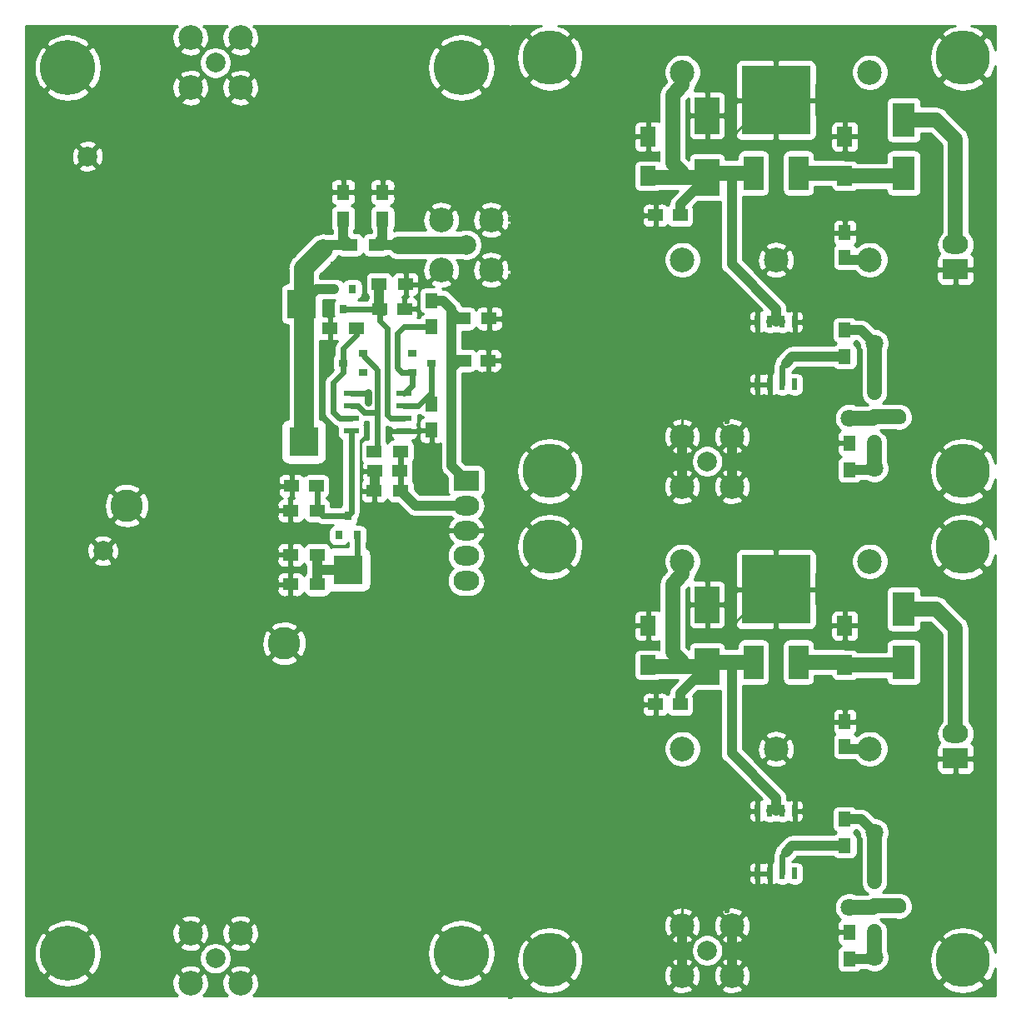
<source format=gbl>
G04 #@! TF.GenerationSoftware,KiCad,Pcbnew,(5.1.5)-3*
G04 #@! TF.CreationDate,2021-12-07T14:22:12+01:00*
G04 #@! TF.ProjectId,dual_ocxo_themis,6475616c-5f6f-4637-986f-5f7468656d69,rev?*
G04 #@! TF.SameCoordinates,Original*
G04 #@! TF.FileFunction,Copper,L2,Bot*
G04 #@! TF.FilePolarity,Positive*
%FSLAX46Y46*%
G04 Gerber Fmt 4.6, Leading zero omitted, Abs format (unit mm)*
G04 Created by KiCad (PCBNEW (5.1.5)-3) date 2021-12-07 14:22:12*
%MOMM*%
%LPD*%
G04 APERTURE LIST*
%ADD10C,0.600000*%
%ADD11C,5.500000*%
%ADD12R,1.600000X2.000000*%
%ADD13R,1.500000X1.250000*%
%ADD14R,1.250000X1.500000*%
%ADD15R,2.500000X3.750000*%
%ADD16R,2.600000X2.000000*%
%ADD17O,2.600000X2.000000*%
%ADD18C,1.998980*%
%ADD19C,2.499360*%
%ADD20C,2.500000*%
%ADD21R,1.300000X1.500000*%
%ADD22C,1.800000*%
%ADD23R,2.000000X3.500000*%
%ADD24R,7.000000X7.000000*%
%ADD25R,0.508000X1.143000*%
%ADD26C,1.440000*%
%ADD27R,2.300000X3.500000*%
%ADD28C,2.000000*%
%ADD29R,3.000000X3.000000*%
%ADD30R,1.500000X1.300000*%
%ADD31C,5.600000*%
%ADD32C,3.300000*%
%ADD33R,0.800000X0.900000*%
%ADD34R,0.900000X0.800000*%
%ADD35R,1.550000X0.600000*%
%ADD36C,1.500000*%
%ADD37C,0.800000*%
%ADD38C,0.600000*%
%ADD39C,0.250000*%
%ADD40C,1.000000*%
%ADD41C,0.700000*%
%ADD42C,2.000000*%
%ADD43C,1.778000*%
%ADD44C,0.254000*%
G04 APERTURE END LIST*
D10*
X122000000Y-94000000D03*
X121000000Y-94000000D03*
X120000000Y-94000000D03*
X119000000Y-94000000D03*
X118000000Y-94000000D03*
X117000000Y-94000000D03*
X116000000Y-94000000D03*
X115000000Y-94000000D03*
X114000000Y-94000000D03*
X113000000Y-94000000D03*
X112000000Y-94000000D03*
X111000000Y-94000000D03*
X122000000Y-93000000D03*
X121000000Y-93000000D03*
X120000000Y-93000000D03*
X119000000Y-93000000D03*
X118000000Y-93000000D03*
X117000000Y-93000000D03*
X116000000Y-93000000D03*
X115000000Y-93000000D03*
X114000000Y-93000000D03*
X113000000Y-93000000D03*
X112000000Y-93000000D03*
D11*
X126000000Y-91000000D03*
X84000000Y-49000000D03*
D10*
X129000000Y-87000000D03*
X128000000Y-87000000D03*
X129000000Y-86000000D03*
X128000000Y-86000000D03*
X129000000Y-85000000D03*
X128000000Y-85000000D03*
X129000000Y-84000000D03*
X128000000Y-84000000D03*
X129000000Y-83000000D03*
X128000000Y-83000000D03*
X129000000Y-82000000D03*
X128000000Y-82000000D03*
X129000000Y-81000000D03*
X128000000Y-81000000D03*
X129000000Y-80000000D03*
X128000000Y-80000000D03*
X129000000Y-79000000D03*
X128000000Y-79000000D03*
X129000000Y-78000000D03*
X128000000Y-78000000D03*
X129000000Y-77000000D03*
X128000000Y-77000000D03*
X129000000Y-76000000D03*
X128000000Y-76000000D03*
X129000000Y-75000000D03*
X128000000Y-75000000D03*
X129000000Y-74000000D03*
X128000000Y-74000000D03*
X129000000Y-73000000D03*
X128000000Y-73000000D03*
X129000000Y-72000000D03*
X128000000Y-72000000D03*
X129000000Y-71000000D03*
X128000000Y-71000000D03*
X129000000Y-70000000D03*
X128000000Y-70000000D03*
X129000000Y-69000000D03*
X128000000Y-69000000D03*
X129000000Y-68000000D03*
X128000000Y-68000000D03*
X129000000Y-67000000D03*
X128000000Y-67000000D03*
X129000000Y-66000000D03*
X128000000Y-66000000D03*
X129000000Y-65000000D03*
X128000000Y-65000000D03*
X129000000Y-64000000D03*
X128000000Y-64000000D03*
X129000000Y-63000000D03*
X128000000Y-63000000D03*
X129000000Y-62000000D03*
X128000000Y-62000000D03*
X129000000Y-61000000D03*
X128000000Y-61000000D03*
X129000000Y-60000000D03*
X128000000Y-60000000D03*
X129000000Y-59000000D03*
X128000000Y-59000000D03*
X129000000Y-58000000D03*
X128000000Y-58000000D03*
X129000000Y-57000000D03*
X128000000Y-57000000D03*
X129000000Y-56000000D03*
X128000000Y-56000000D03*
X129000000Y-55000000D03*
X128000000Y-55000000D03*
X129000000Y-54000000D03*
X128000000Y-54000000D03*
X129000000Y-53000000D03*
X128000000Y-53000000D03*
X122000000Y-47000000D03*
X121000000Y-47000000D03*
X120000000Y-47000000D03*
X119000000Y-47000000D03*
X118000000Y-47000000D03*
X117000000Y-47000000D03*
X116000000Y-47000000D03*
X115000000Y-47000000D03*
X114000000Y-47000000D03*
X113000000Y-47000000D03*
X112000000Y-47000000D03*
X111000000Y-47000000D03*
X110000000Y-47000000D03*
X109000000Y-47000000D03*
X108000000Y-47000000D03*
X107000000Y-47000000D03*
X106000000Y-47000000D03*
X105000000Y-47000000D03*
X104000000Y-47000000D03*
X103000000Y-47000000D03*
X102000000Y-47000000D03*
X101000000Y-47000000D03*
X100000000Y-47000000D03*
X99000000Y-47000000D03*
X98000000Y-47000000D03*
X97000000Y-47000000D03*
X96000000Y-47000000D03*
X95000000Y-47000000D03*
X94000000Y-47000000D03*
X93000000Y-47000000D03*
X92000000Y-47000000D03*
X91000000Y-47000000D03*
X90000000Y-47000000D03*
X89000000Y-47000000D03*
X88000000Y-47000000D03*
X122000000Y-46000000D03*
X121000000Y-46000000D03*
X120000000Y-46000000D03*
X119000000Y-46000000D03*
X118000000Y-46000000D03*
X117000000Y-46000000D03*
X116000000Y-46000000D03*
X115000000Y-46000000D03*
X114000000Y-46000000D03*
X113000000Y-46000000D03*
X112000000Y-46000000D03*
X111000000Y-46000000D03*
X110000000Y-46000000D03*
X109000000Y-46000000D03*
X108000000Y-46000000D03*
X107000000Y-46000000D03*
X106000000Y-46000000D03*
X105000000Y-46000000D03*
X104000000Y-46000000D03*
X103000000Y-46000000D03*
X102000000Y-46000000D03*
X101000000Y-46000000D03*
X100000000Y-46000000D03*
X99000000Y-46000000D03*
X98000000Y-46000000D03*
X97000000Y-46000000D03*
X96000000Y-46000000D03*
X95000000Y-46000000D03*
X94000000Y-46000000D03*
X93000000Y-46000000D03*
X92000000Y-46000000D03*
X91000000Y-46000000D03*
X90000000Y-46000000D03*
X89000000Y-46000000D03*
X88000000Y-46000000D03*
X128000000Y-87000000D03*
X128000000Y-86000000D03*
X128000000Y-85000000D03*
X128000000Y-84000000D03*
X128000000Y-83000000D03*
X128000000Y-82000000D03*
X128000000Y-81000000D03*
X128000000Y-80000000D03*
X128000000Y-79000000D03*
X128000000Y-78000000D03*
X128000000Y-77000000D03*
X128000000Y-76000000D03*
X128000000Y-75000000D03*
X128000000Y-74000000D03*
X95000000Y-94000000D03*
X94000000Y-94000000D03*
X93000000Y-94000000D03*
X92000000Y-94000000D03*
X91000000Y-94000000D03*
X90000000Y-94000000D03*
X89000000Y-94000000D03*
X88000000Y-94000000D03*
X95000000Y-93000000D03*
X94000000Y-93000000D03*
X93000000Y-93000000D03*
X92000000Y-93000000D03*
X91000000Y-93000000D03*
X90000000Y-93000000D03*
X89000000Y-93000000D03*
X88000000Y-93000000D03*
X111000000Y-94000000D03*
X110000000Y-94000000D03*
X109000000Y-94000000D03*
X108000000Y-94000000D03*
X107000000Y-94000000D03*
X106000000Y-94000000D03*
X105000000Y-94000000D03*
X111000000Y-93000000D03*
X110000000Y-93000000D03*
X109000000Y-93000000D03*
X108000000Y-93000000D03*
X107000000Y-93000000D03*
X106000000Y-93000000D03*
X105000000Y-93000000D03*
X82000000Y-87000000D03*
X81000000Y-87000000D03*
X82000000Y-86000000D03*
X81000000Y-86000000D03*
X82000000Y-85000000D03*
X81000000Y-85000000D03*
X82000000Y-84000000D03*
X81000000Y-84000000D03*
X82000000Y-83000000D03*
X81000000Y-83000000D03*
X82000000Y-82000000D03*
X81000000Y-82000000D03*
X82000000Y-81000000D03*
X81000000Y-81000000D03*
X82000000Y-80000000D03*
X81000000Y-80000000D03*
X82000000Y-79000000D03*
X81000000Y-79000000D03*
X82000000Y-78000000D03*
X81000000Y-78000000D03*
X82000000Y-77000000D03*
X81000000Y-77000000D03*
X82000000Y-76000000D03*
X81000000Y-76000000D03*
X82000000Y-75000000D03*
X81000000Y-75000000D03*
X82000000Y-74000000D03*
X81000000Y-74000000D03*
X82000000Y-73000000D03*
X81000000Y-73000000D03*
X82000000Y-72000000D03*
X81000000Y-72000000D03*
X82000000Y-71000000D03*
X81000000Y-71000000D03*
X82000000Y-70000000D03*
X81000000Y-70000000D03*
X82000000Y-69000000D03*
X81000000Y-69000000D03*
X82000000Y-68000000D03*
X81000000Y-68000000D03*
X82000000Y-67000000D03*
X81000000Y-67000000D03*
X82000000Y-66000000D03*
X81000000Y-66000000D03*
X82000000Y-65000000D03*
X81000000Y-65000000D03*
X82000000Y-64000000D03*
X81000000Y-64000000D03*
X82000000Y-63000000D03*
X81000000Y-63000000D03*
X82000000Y-62000000D03*
X81000000Y-62000000D03*
X82000000Y-61000000D03*
X81000000Y-61000000D03*
X82000000Y-60000000D03*
X81000000Y-60000000D03*
X82000000Y-59000000D03*
X81000000Y-59000000D03*
X82000000Y-58000000D03*
X81000000Y-58000000D03*
X82000000Y-57000000D03*
X81000000Y-57000000D03*
X82000000Y-56000000D03*
X81000000Y-56000000D03*
X82000000Y-55000000D03*
X81000000Y-55000000D03*
X82000000Y-54000000D03*
X81000000Y-54000000D03*
X82000000Y-53000000D03*
D12*
X114000000Y-61000000D03*
X114000000Y-57000000D03*
D13*
X97250000Y-65000000D03*
X94750000Y-65000000D03*
D12*
X94000000Y-61000000D03*
X94000000Y-57000000D03*
D14*
X114000000Y-69250000D03*
X114000000Y-66750000D03*
D15*
X100000000Y-61125000D03*
X100000000Y-54875000D03*
D16*
X125250000Y-70500000D03*
D17*
X125250000Y-67960000D03*
D11*
X126000000Y-49000000D03*
D18*
X100000000Y-90000000D03*
D19*
X102540000Y-87460000D03*
X102540000Y-92540000D03*
X97460000Y-92540000D03*
X97460000Y-87460000D03*
D11*
X84000000Y-91000000D03*
D20*
X97475000Y-50475000D03*
X116525000Y-50475000D03*
X116525000Y-69525000D03*
X97475000Y-69525000D03*
X107000000Y-69525000D03*
D21*
X114000000Y-79350000D03*
X114000000Y-76650000D03*
X114500000Y-90850000D03*
X114500000Y-88150000D03*
D22*
X117000000Y-78000000D03*
X114460000Y-85620000D03*
X117000000Y-90700000D03*
D23*
X109290000Y-60700000D03*
X104710000Y-60700000D03*
D24*
X106990000Y-53300000D03*
D25*
X105095000Y-82175000D03*
X106365000Y-82175000D03*
X107635000Y-82175000D03*
X108905000Y-82175000D03*
X108905000Y-75825000D03*
X107635000Y-75825000D03*
X106365000Y-75825000D03*
X105095000Y-75825000D03*
D26*
X117000000Y-83000000D03*
X119540000Y-85540000D03*
X117000000Y-88080000D03*
X117000000Y-88100000D03*
X117000000Y-85460000D03*
X117000000Y-83000000D03*
D27*
X120000000Y-60700000D03*
X120000000Y-55300000D03*
D10*
X81000000Y-53000000D03*
X122000000Y-143700000D03*
X121000000Y-143700000D03*
X120000000Y-143700000D03*
X119000000Y-143700000D03*
X118000000Y-143700000D03*
X117000000Y-143700000D03*
X116000000Y-143700000D03*
X115000000Y-143700000D03*
X114000000Y-143700000D03*
X113000000Y-143700000D03*
X112000000Y-143700000D03*
X111000000Y-143700000D03*
X122000000Y-142700000D03*
X121000000Y-142700000D03*
X120000000Y-142700000D03*
X119000000Y-142700000D03*
X118000000Y-142700000D03*
X117000000Y-142700000D03*
X116000000Y-142700000D03*
X115000000Y-142700000D03*
X114000000Y-142700000D03*
X113000000Y-142700000D03*
X112000000Y-142700000D03*
D11*
X126000000Y-140700000D03*
X84000000Y-98700000D03*
D10*
X129000000Y-136700000D03*
X128000000Y-136700000D03*
X129000000Y-135700000D03*
X128000000Y-135700000D03*
X129000000Y-134700000D03*
X128000000Y-134700000D03*
X129000000Y-133700000D03*
X128000000Y-133700000D03*
X129000000Y-132700000D03*
X128000000Y-132700000D03*
X129000000Y-131700000D03*
X128000000Y-131700000D03*
X129000000Y-130700000D03*
X128000000Y-130700000D03*
X129000000Y-129700000D03*
X128000000Y-129700000D03*
X129000000Y-128700000D03*
X128000000Y-128700000D03*
X129000000Y-127700000D03*
X128000000Y-127700000D03*
X129000000Y-126700000D03*
X128000000Y-126700000D03*
X129000000Y-125700000D03*
X128000000Y-125700000D03*
X129000000Y-124700000D03*
X128000000Y-124700000D03*
X129000000Y-123700000D03*
X128000000Y-123700000D03*
X129000000Y-122700000D03*
X128000000Y-122700000D03*
X129000000Y-121700000D03*
X128000000Y-121700000D03*
X129000000Y-120700000D03*
X128000000Y-120700000D03*
X129000000Y-119700000D03*
X128000000Y-119700000D03*
X129000000Y-118700000D03*
X128000000Y-118700000D03*
X129000000Y-117700000D03*
X128000000Y-117700000D03*
X129000000Y-116700000D03*
X128000000Y-116700000D03*
X129000000Y-115700000D03*
X128000000Y-115700000D03*
X129000000Y-114700000D03*
X128000000Y-114700000D03*
X129000000Y-113700000D03*
X128000000Y-113700000D03*
X129000000Y-112700000D03*
X128000000Y-112700000D03*
X129000000Y-111700000D03*
X128000000Y-111700000D03*
X129000000Y-110700000D03*
X128000000Y-110700000D03*
X129000000Y-109700000D03*
X128000000Y-109700000D03*
X129000000Y-108700000D03*
X128000000Y-108700000D03*
X129000000Y-107700000D03*
X128000000Y-107700000D03*
X129000000Y-106700000D03*
X128000000Y-106700000D03*
X129000000Y-105700000D03*
X128000000Y-105700000D03*
X129000000Y-104700000D03*
X128000000Y-104700000D03*
X129000000Y-103700000D03*
X128000000Y-103700000D03*
X129000000Y-102700000D03*
X128000000Y-102700000D03*
X122000000Y-96700000D03*
X121000000Y-96700000D03*
X120000000Y-96700000D03*
X119000000Y-96700000D03*
X118000000Y-96700000D03*
X117000000Y-96700000D03*
X116000000Y-96700000D03*
X115000000Y-96700000D03*
X114000000Y-96700000D03*
X113000000Y-96700000D03*
X112000000Y-96700000D03*
X111000000Y-96700000D03*
X110000000Y-96700000D03*
X109000000Y-96700000D03*
X108000000Y-96700000D03*
X107000000Y-96700000D03*
X106000000Y-96700000D03*
X105000000Y-96700000D03*
X104000000Y-96700000D03*
X103000000Y-96700000D03*
X102000000Y-96700000D03*
X101000000Y-96700000D03*
X100000000Y-96700000D03*
X99000000Y-96700000D03*
X98000000Y-96700000D03*
X97000000Y-96700000D03*
X96000000Y-96700000D03*
X95000000Y-96700000D03*
X94000000Y-96700000D03*
X93000000Y-96700000D03*
X92000000Y-96700000D03*
X91000000Y-96700000D03*
X90000000Y-96700000D03*
X89000000Y-96700000D03*
X88000000Y-96700000D03*
X122000000Y-95700000D03*
X121000000Y-95700000D03*
X120000000Y-95700000D03*
X119000000Y-95700000D03*
X118000000Y-95700000D03*
X117000000Y-95700000D03*
X116000000Y-95700000D03*
X115000000Y-95700000D03*
X114000000Y-95700000D03*
X113000000Y-95700000D03*
X112000000Y-95700000D03*
X111000000Y-95700000D03*
X110000000Y-95700000D03*
X109000000Y-95700000D03*
X108000000Y-95700000D03*
X107000000Y-95700000D03*
X106000000Y-95700000D03*
X105000000Y-95700000D03*
X104000000Y-95700000D03*
X103000000Y-95700000D03*
X102000000Y-95700000D03*
X101000000Y-95700000D03*
X100000000Y-95700000D03*
X99000000Y-95700000D03*
X98000000Y-95700000D03*
X97000000Y-95700000D03*
X96000000Y-95700000D03*
X95000000Y-95700000D03*
X94000000Y-95700000D03*
X93000000Y-95700000D03*
X92000000Y-95700000D03*
X91000000Y-95700000D03*
X90000000Y-95700000D03*
X89000000Y-95700000D03*
X88000000Y-95700000D03*
X128000000Y-136700000D03*
X128000000Y-135700000D03*
X128000000Y-134700000D03*
X128000000Y-133700000D03*
X128000000Y-132700000D03*
X128000000Y-131700000D03*
X128000000Y-130700000D03*
X128000000Y-129700000D03*
X128000000Y-128700000D03*
X128000000Y-127700000D03*
X128000000Y-126700000D03*
X128000000Y-125700000D03*
X128000000Y-124700000D03*
X128000000Y-123700000D03*
X95000000Y-143700000D03*
X94000000Y-143700000D03*
X93000000Y-143700000D03*
X92000000Y-143700000D03*
X91000000Y-143700000D03*
X90000000Y-143700000D03*
X89000000Y-143700000D03*
X88000000Y-143700000D03*
X95000000Y-142700000D03*
X94000000Y-142700000D03*
X93000000Y-142700000D03*
X92000000Y-142700000D03*
X91000000Y-142700000D03*
X90000000Y-142700000D03*
X89000000Y-142700000D03*
X88000000Y-142700000D03*
X111000000Y-143700000D03*
X110000000Y-143700000D03*
X109000000Y-143700000D03*
X108000000Y-143700000D03*
X107000000Y-143700000D03*
X106000000Y-143700000D03*
X105000000Y-143700000D03*
X111000000Y-142700000D03*
X110000000Y-142700000D03*
X109000000Y-142700000D03*
X108000000Y-142700000D03*
X107000000Y-142700000D03*
X106000000Y-142700000D03*
X105000000Y-142700000D03*
X82000000Y-136700000D03*
X81000000Y-136700000D03*
X82000000Y-135700000D03*
X81000000Y-135700000D03*
X82000000Y-134700000D03*
X81000000Y-134700000D03*
X82000000Y-133700000D03*
X81000000Y-133700000D03*
X82000000Y-132700000D03*
X81000000Y-132700000D03*
X82000000Y-131700000D03*
X81000000Y-131700000D03*
X82000000Y-130700000D03*
X81000000Y-130700000D03*
X82000000Y-129700000D03*
X81000000Y-129700000D03*
X82000000Y-128700000D03*
X81000000Y-128700000D03*
X82000000Y-127700000D03*
X81000000Y-127700000D03*
X82000000Y-126700000D03*
X81000000Y-126700000D03*
X82000000Y-125700000D03*
X81000000Y-125700000D03*
X82000000Y-124700000D03*
X81000000Y-124700000D03*
X82000000Y-123700000D03*
X81000000Y-123700000D03*
X82000000Y-122700000D03*
X81000000Y-122700000D03*
X82000000Y-121700000D03*
X81000000Y-121700000D03*
X82000000Y-120700000D03*
X81000000Y-120700000D03*
X82000000Y-119700000D03*
X81000000Y-119700000D03*
X82000000Y-118700000D03*
X81000000Y-118700000D03*
X82000000Y-117700000D03*
X81000000Y-117700000D03*
X82000000Y-116700000D03*
X81000000Y-116700000D03*
X82000000Y-115700000D03*
X81000000Y-115700000D03*
X82000000Y-114700000D03*
X81000000Y-114700000D03*
X82000000Y-113700000D03*
X81000000Y-113700000D03*
X82000000Y-112700000D03*
X81000000Y-112700000D03*
X82000000Y-111700000D03*
X81000000Y-111700000D03*
X82000000Y-110700000D03*
X81000000Y-110700000D03*
X82000000Y-109700000D03*
X81000000Y-109700000D03*
X82000000Y-108700000D03*
X81000000Y-108700000D03*
X82000000Y-107700000D03*
X81000000Y-107700000D03*
X82000000Y-106700000D03*
X81000000Y-106700000D03*
X82000000Y-105700000D03*
X81000000Y-105700000D03*
X82000000Y-104700000D03*
X81000000Y-104700000D03*
X82000000Y-103700000D03*
X81000000Y-103700000D03*
X82000000Y-102700000D03*
D12*
X114000000Y-110700000D03*
X114000000Y-106700000D03*
D13*
X97250000Y-114700000D03*
X94750000Y-114700000D03*
D12*
X94000000Y-110700000D03*
X94000000Y-106700000D03*
D14*
X114000000Y-118950000D03*
X114000000Y-116450000D03*
D15*
X100000000Y-110825000D03*
X100000000Y-104575000D03*
D16*
X125250000Y-120200000D03*
D17*
X125250000Y-117660000D03*
D11*
X126000000Y-98700000D03*
D18*
X100000000Y-139700000D03*
D19*
X102540000Y-137160000D03*
X102540000Y-142240000D03*
X97460000Y-142240000D03*
X97460000Y-137160000D03*
D11*
X84000000Y-140700000D03*
D20*
X97475000Y-100175000D03*
X116525000Y-100175000D03*
X116525000Y-119225000D03*
X97475000Y-119225000D03*
X107000000Y-119225000D03*
D21*
X114000000Y-129050000D03*
X114000000Y-126350000D03*
X114500000Y-140550000D03*
X114500000Y-137850000D03*
D22*
X117000000Y-127700000D03*
X114460000Y-135320000D03*
X117000000Y-140400000D03*
D23*
X109290000Y-110400000D03*
X104710000Y-110400000D03*
D24*
X106990000Y-103000000D03*
D25*
X105095000Y-131875000D03*
X106365000Y-131875000D03*
X107635000Y-131875000D03*
X108905000Y-131875000D03*
X108905000Y-125525000D03*
X107635000Y-125525000D03*
X106365000Y-125525000D03*
X105095000Y-125525000D03*
D26*
X117000000Y-132700000D03*
X119540000Y-135240000D03*
X117000000Y-137780000D03*
X117000000Y-137800000D03*
X117000000Y-135160000D03*
X117000000Y-132700000D03*
D27*
X120000000Y-110400000D03*
X120000000Y-105000000D03*
D10*
X81000000Y-102700000D03*
X57000000Y-141000000D03*
D28*
X37000000Y-59000000D03*
D29*
X58800000Y-74000000D03*
D10*
X36000000Y-82000000D03*
X38000000Y-82000000D03*
X40000000Y-82000000D03*
X42000000Y-82000000D03*
X44000000Y-82000000D03*
X44000000Y-70000000D03*
X44000000Y-68000000D03*
X44000000Y-66000000D03*
X44000000Y-64000000D03*
X44000000Y-62000000D03*
X45000000Y-103000000D03*
X45000000Y-105000000D03*
X45000000Y-107000000D03*
X45000000Y-109000000D03*
X45000000Y-111000000D03*
X45000000Y-113000000D03*
X45000000Y-115000000D03*
X45000000Y-117000000D03*
X45000000Y-119000000D03*
X45000000Y-143000000D03*
X43000000Y-103000000D03*
X43000000Y-105000000D03*
X43000000Y-107000000D03*
X43000000Y-143000000D03*
X41000000Y-103000000D03*
X41000000Y-105000000D03*
X41000000Y-121000000D03*
X41000000Y-123000000D03*
X41000000Y-125000000D03*
X41000000Y-143000000D03*
X39000000Y-103000000D03*
X39000000Y-105000000D03*
X39000000Y-143000000D03*
X37000000Y-103000000D03*
X37000000Y-105000000D03*
X71000000Y-102000000D03*
X71000000Y-104000000D03*
X71000000Y-106000000D03*
X71000000Y-108000000D03*
X69000000Y-102000000D03*
X69000000Y-104000000D03*
X69000000Y-106000000D03*
X69000000Y-108000000D03*
X78000000Y-84000000D03*
X78000000Y-86000000D03*
X78000000Y-88000000D03*
X76000000Y-84000000D03*
X76000000Y-86000000D03*
X76000000Y-88000000D03*
X78000000Y-54000000D03*
X78000000Y-56000000D03*
X78000000Y-58000000D03*
X78000000Y-60000000D03*
X78000000Y-62000000D03*
X78000000Y-111000000D03*
X78000000Y-113000000D03*
X78000000Y-115000000D03*
X78000000Y-117000000D03*
X78000000Y-119000000D03*
X78000000Y-121000000D03*
X78000000Y-123000000D03*
X78000000Y-125000000D03*
X78000000Y-127000000D03*
X78000000Y-129000000D03*
X78000000Y-131000000D03*
X78000000Y-133000000D03*
X78000000Y-135000000D03*
X76000000Y-111000000D03*
X69000000Y-111000000D03*
X71000000Y-111000000D03*
X73000000Y-111000000D03*
X67000000Y-111000000D03*
X67000000Y-143000000D03*
X65000000Y-111000000D03*
X65000000Y-143000000D03*
X63000000Y-111000000D03*
X63000000Y-143000000D03*
X61000000Y-111000000D03*
X61000000Y-143000000D03*
X59000000Y-111000000D03*
X59000000Y-143000000D03*
X57000000Y-111000000D03*
X57000000Y-113000000D03*
X57000000Y-115000000D03*
X57000000Y-117000000D03*
X57000000Y-119000000D03*
X57000000Y-121000000D03*
X57000000Y-123000000D03*
X57000000Y-125000000D03*
X57000000Y-127000000D03*
X57000000Y-129000000D03*
X57000000Y-131000000D03*
X57000000Y-133000000D03*
X57000000Y-135000000D03*
X57000000Y-137000000D03*
X57000000Y-139000000D03*
X57000000Y-143000000D03*
X71000000Y-47000000D03*
X45000000Y-47000000D03*
X69000000Y-47000000D03*
X43000000Y-47000000D03*
X67000000Y-47000000D03*
X41000000Y-47000000D03*
X65000000Y-47000000D03*
X63000000Y-47000000D03*
X61000000Y-47000000D03*
X59000000Y-47000000D03*
X57000000Y-47000000D03*
X32000000Y-54000000D03*
X32000000Y-56000000D03*
X32000000Y-58000000D03*
X32000000Y-60000000D03*
X32000000Y-62000000D03*
X32000000Y-64000000D03*
X32000000Y-66000000D03*
X32000000Y-68000000D03*
X32000000Y-70000000D03*
X32000000Y-72000000D03*
X32000000Y-74000000D03*
X32000000Y-76000000D03*
X32000000Y-78000000D03*
X32000000Y-80000000D03*
X32000000Y-82000000D03*
X32000000Y-84000000D03*
X32000000Y-86000000D03*
X32000000Y-88000000D03*
X32000000Y-90000000D03*
X32000000Y-92000000D03*
X32000000Y-94000000D03*
X32000000Y-96000000D03*
X32000000Y-98000000D03*
X32000000Y-100000000D03*
X32000000Y-102000000D03*
X32000000Y-104000000D03*
X32000000Y-106000000D03*
X32000000Y-108000000D03*
X32000000Y-110000000D03*
X32000000Y-112000000D03*
X32000000Y-114000000D03*
X32000000Y-116000000D03*
X32000000Y-118000000D03*
X32000000Y-120000000D03*
X32000000Y-122000000D03*
X32000000Y-124000000D03*
X32000000Y-126000000D03*
X32000000Y-128000000D03*
X32000000Y-130000000D03*
X32000000Y-132000000D03*
X32000000Y-134000000D03*
D28*
X38570000Y-99095000D03*
D29*
X63500000Y-101000000D03*
X59000000Y-88000000D03*
D18*
X50000000Y-140500000D03*
D19*
X47460000Y-137960000D03*
X52540000Y-137960000D03*
X52540000Y-143040000D03*
X47460000Y-143040000D03*
D13*
X77750000Y-79750000D03*
X75250000Y-79750000D03*
X66750000Y-74500000D03*
X69250000Y-74500000D03*
X60250000Y-92500000D03*
X57750000Y-92500000D03*
X66250000Y-91000000D03*
X68750000Y-91000000D03*
D16*
X75500000Y-91960000D03*
D17*
X75500000Y-94500000D03*
X75500000Y-97040000D03*
X75500000Y-99580000D03*
X75500000Y-102120000D03*
D21*
X67000000Y-65350000D03*
X67000000Y-62650000D03*
D30*
X63650000Y-68000000D03*
X66350000Y-68000000D03*
D21*
X63000000Y-65350000D03*
X63000000Y-62650000D03*
X72000000Y-73650000D03*
X72000000Y-76350000D03*
D30*
X75150000Y-75500000D03*
X77850000Y-75500000D03*
D21*
X72000000Y-84150000D03*
X72000000Y-86850000D03*
D30*
X66650000Y-72000000D03*
X69350000Y-72000000D03*
X60350000Y-95000000D03*
X57650000Y-95000000D03*
X60350000Y-102500000D03*
X57650000Y-102500000D03*
X60350000Y-99500000D03*
X57650000Y-99500000D03*
X64350000Y-76500000D03*
X61650000Y-76500000D03*
X68850000Y-93000000D03*
X66150000Y-93000000D03*
X68850000Y-89000000D03*
X66150000Y-89000000D03*
D31*
X75000000Y-140000000D03*
X75000000Y-50000000D03*
X35000000Y-140000000D03*
X35000000Y-50000000D03*
D32*
X41000000Y-94500000D03*
X57000000Y-108500000D03*
D33*
X62050000Y-72500000D03*
X63950000Y-72500000D03*
X63000000Y-74500000D03*
D34*
X70000000Y-80950000D03*
X70000000Y-79050000D03*
X72000000Y-80000000D03*
D33*
X64450000Y-97500000D03*
X62550000Y-97500000D03*
X63500000Y-95500000D03*
D34*
X65000000Y-79050000D03*
X65000000Y-80950000D03*
X63000000Y-80000000D03*
D18*
X50000000Y-49500000D03*
D19*
X47460000Y-46960000D03*
X52540000Y-46960000D03*
X52540000Y-52040000D03*
X47460000Y-52040000D03*
D18*
X75500000Y-68000000D03*
D19*
X78040000Y-65460000D03*
X78040000Y-70540000D03*
X72960000Y-70540000D03*
X72960000Y-65460000D03*
D35*
X69200000Y-83095000D03*
X69200000Y-84365000D03*
X69200000Y-85635000D03*
X69200000Y-86905000D03*
X63800000Y-86905000D03*
X63800000Y-85635000D03*
X63800000Y-84365000D03*
X63800000Y-83095000D03*
D10*
X32000000Y-136000000D03*
X65500000Y-84000000D03*
X65500000Y-83000000D03*
X97000000Y-85000000D03*
X97000000Y-84000000D03*
X96000000Y-83000000D03*
X95000000Y-82000000D03*
X95000000Y-81000000D03*
X95000000Y-80000000D03*
X95000000Y-79000000D03*
X95000000Y-78000000D03*
X95000000Y-77000000D03*
X95000000Y-76000000D03*
X95000000Y-75000000D03*
X95000000Y-74000000D03*
X95000000Y-73000000D03*
X95000000Y-72000000D03*
X95000000Y-71000000D03*
X95000000Y-70000000D03*
X95000000Y-69000000D03*
X95000000Y-68000000D03*
X96000000Y-67000000D03*
X97000000Y-67000000D03*
X98000000Y-67000000D03*
X99000000Y-67000000D03*
X100000000Y-68000000D03*
X100000000Y-69000000D03*
X100000000Y-70000000D03*
X100000000Y-71000000D03*
X100000000Y-72000000D03*
X100000000Y-73000000D03*
X100000000Y-74000000D03*
X100000000Y-75000000D03*
X100000000Y-76000000D03*
X100000000Y-77000000D03*
X100000000Y-78000000D03*
X100000000Y-79000000D03*
X100000000Y-80000000D03*
X101000000Y-81000000D03*
X102000000Y-82000000D03*
X102000000Y-83000000D03*
X102000000Y-84000000D03*
X102000000Y-85000000D03*
X102000000Y-86000000D03*
X102500000Y-57000000D03*
X102500000Y-55000000D03*
X102500000Y-53000000D03*
X102500000Y-51000000D03*
X102500000Y-49000000D03*
X104500000Y-49000000D03*
X106500000Y-49000000D03*
X108500000Y-49000000D03*
X110500000Y-49000000D03*
X111500000Y-51000000D03*
X111500000Y-53000000D03*
X111500000Y-55000000D03*
X111500000Y-57000000D03*
X97000000Y-134700000D03*
X97000000Y-133700000D03*
X96000000Y-132700000D03*
X95000000Y-131700000D03*
X95000000Y-130700000D03*
X95000000Y-129700000D03*
X95000000Y-128700000D03*
X95000000Y-127700000D03*
X95000000Y-126700000D03*
X95000000Y-125700000D03*
X95000000Y-124700000D03*
X95000000Y-123700000D03*
X95000000Y-122700000D03*
X95000000Y-121700000D03*
X95000000Y-120700000D03*
X95000000Y-119700000D03*
X95000000Y-118700000D03*
X95000000Y-117700000D03*
X96000000Y-116700000D03*
X97000000Y-116700000D03*
X98000000Y-116700000D03*
X99000000Y-116700000D03*
X100000000Y-117700000D03*
X100000000Y-118700000D03*
X100000000Y-119700000D03*
X100000000Y-120700000D03*
X100000000Y-121700000D03*
X100000000Y-122700000D03*
X100000000Y-123700000D03*
X100000000Y-124700000D03*
X100000000Y-125700000D03*
X100000000Y-126700000D03*
X100000000Y-127700000D03*
X100000000Y-128700000D03*
X100000000Y-129700000D03*
X101000000Y-130700000D03*
X102000000Y-131700000D03*
X102000000Y-132700000D03*
X102000000Y-133700000D03*
X102000000Y-134700000D03*
X102000000Y-135700000D03*
X102500000Y-106700000D03*
X102500000Y-104700000D03*
X102500000Y-102700000D03*
X102500000Y-100700000D03*
X102500000Y-98700000D03*
X104500000Y-98700000D03*
X106500000Y-98700000D03*
X108500000Y-98700000D03*
X110500000Y-98700000D03*
X111500000Y-100700000D03*
X111500000Y-102700000D03*
X111500000Y-104700000D03*
X111500000Y-106700000D03*
X80000000Y-46400000D03*
X80000000Y-47400000D03*
X80000000Y-48400000D03*
X80000000Y-49400000D03*
X80000000Y-50400000D03*
X80000000Y-51400000D03*
X80000000Y-52400000D03*
X80000000Y-53400000D03*
X80000000Y-54400000D03*
X80000000Y-55400000D03*
X80000000Y-56400000D03*
X80000000Y-57400000D03*
X80000000Y-58400000D03*
X80000000Y-59400000D03*
X80000000Y-60400000D03*
X80000000Y-61400000D03*
X80000000Y-62400000D03*
X80000000Y-63400000D03*
X80000000Y-64400000D03*
X80000000Y-65400000D03*
X80000000Y-66400000D03*
X80000000Y-67400000D03*
X80000000Y-68400000D03*
X80000000Y-69400000D03*
X80000000Y-70400000D03*
X80000000Y-71400000D03*
X80000000Y-72400000D03*
X80000000Y-73400000D03*
X80000000Y-74400000D03*
X80000000Y-75400000D03*
X80000000Y-76400000D03*
X80000000Y-77400000D03*
X80000000Y-78400000D03*
X80000000Y-79400000D03*
X80000000Y-80400000D03*
X80000000Y-81400000D03*
X80000000Y-82400000D03*
X80000000Y-83400000D03*
X80000000Y-84400000D03*
X80000000Y-85400000D03*
X80000000Y-86400000D03*
X80000000Y-87400000D03*
X80000000Y-88400000D03*
X80000000Y-89400000D03*
X80000000Y-90400000D03*
X80000000Y-91400000D03*
X80000000Y-92400000D03*
X80000000Y-93400000D03*
X80000000Y-94400000D03*
X80000000Y-95400000D03*
X80000000Y-96400000D03*
X80000000Y-97400000D03*
X80000000Y-98400000D03*
X80000000Y-99400000D03*
X80000000Y-100400000D03*
X80000000Y-101400000D03*
X80000000Y-102400000D03*
X80000000Y-103400000D03*
X80000000Y-104400000D03*
X80000000Y-105400000D03*
X80000000Y-106400000D03*
X80000000Y-107400000D03*
X80000000Y-108400000D03*
X80000000Y-109400000D03*
X80000000Y-110400000D03*
X80000000Y-111400000D03*
X80000000Y-112400000D03*
X80000000Y-113400000D03*
X80000000Y-114400000D03*
X80000000Y-115400000D03*
X80000000Y-116400000D03*
X80000000Y-117400000D03*
X80000000Y-118400000D03*
X80000000Y-119400000D03*
X80000000Y-120400000D03*
X80000000Y-121400000D03*
X80000000Y-122400000D03*
X80000000Y-123400000D03*
X80000000Y-124400000D03*
X80000000Y-125400000D03*
X80000000Y-126400000D03*
X80000000Y-127400000D03*
X80000000Y-128400000D03*
X80000000Y-129400000D03*
X80000000Y-130400000D03*
X80000000Y-131400000D03*
X80000000Y-132400000D03*
X80000000Y-133400000D03*
X80000000Y-134400000D03*
X80000000Y-135400000D03*
X80000000Y-136400000D03*
X80000000Y-137400000D03*
X80000000Y-138400000D03*
X80000000Y-139400000D03*
X80000000Y-140400000D03*
X80000000Y-141400000D03*
X80000000Y-142400000D03*
X80000000Y-143400000D03*
X80000000Y-144400000D03*
X56000000Y-92000000D03*
X61500000Y-81000000D03*
X61500000Y-80000000D03*
X61500000Y-79000000D03*
X61500000Y-78000000D03*
X54000000Y-136000000D03*
X54000000Y-135000000D03*
X54000000Y-134000000D03*
X54000000Y-133000000D03*
X54000000Y-132000000D03*
X54000000Y-131000000D03*
X54000000Y-130000000D03*
X54000000Y-129000000D03*
X54000000Y-128000000D03*
X54000000Y-127000000D03*
X54000000Y-126000000D03*
X54000000Y-125000000D03*
X54000000Y-124000000D03*
X54000000Y-123000000D03*
X54000000Y-122000000D03*
X54000000Y-121000000D03*
X54000000Y-120000000D03*
X54000000Y-119000000D03*
X54000000Y-118000000D03*
X54000000Y-117000000D03*
X54000000Y-116000000D03*
X54000000Y-115000000D03*
X54000000Y-114000000D03*
X54000000Y-113000000D03*
X54000000Y-112000000D03*
X54000000Y-111000000D03*
X54000000Y-99000000D03*
X54000000Y-94000000D03*
X54000000Y-93000000D03*
X54000000Y-92000000D03*
X54000000Y-91000000D03*
X54000000Y-90000000D03*
X54000000Y-89000000D03*
X54000000Y-88000000D03*
X54000000Y-87000000D03*
X54000000Y-86000000D03*
X54000000Y-85000000D03*
X54000000Y-84000000D03*
X54000000Y-83000000D03*
X54000000Y-82000000D03*
X54000000Y-81000000D03*
X54000000Y-80000000D03*
X54000000Y-79000000D03*
X54000000Y-78000000D03*
X54000000Y-77000000D03*
X54000000Y-76000000D03*
X54000000Y-75000000D03*
X54000000Y-74000000D03*
X54000000Y-73000000D03*
X54000000Y-72000000D03*
X54000000Y-71000000D03*
X54000000Y-70000000D03*
X54000000Y-69000000D03*
X54000000Y-68000000D03*
X54000000Y-67000000D03*
X54000000Y-66000000D03*
X54000000Y-65000000D03*
X54000000Y-64000000D03*
X54000000Y-63000000D03*
X54000000Y-62000000D03*
X54000000Y-61000000D03*
X54000000Y-60000000D03*
X54000000Y-59000000D03*
X54000000Y-58000000D03*
X54000000Y-57000000D03*
X54000000Y-56000000D03*
X54000000Y-55000000D03*
X54000000Y-54000000D03*
X54000000Y-98000004D03*
X54000000Y-96999990D03*
X54000000Y-95999994D03*
X54000000Y-107000000D03*
X54000000Y-106000000D03*
X54000000Y-105000000D03*
X54000000Y-104000000D03*
X54000000Y-103000000D03*
X54000000Y-102000000D03*
X54000000Y-101000000D03*
X54000000Y-100000000D03*
X46000000Y-136000000D03*
X46000000Y-135000000D03*
X46000000Y-134000000D03*
X46000000Y-133000000D03*
X46000000Y-132000000D03*
X46000000Y-131000000D03*
X46000000Y-130000000D03*
X46000000Y-129000000D03*
X46000000Y-128000000D03*
X46000000Y-127000000D03*
X46000000Y-126000000D03*
X46000000Y-120000000D03*
X46000000Y-119000000D03*
X46000000Y-118000000D03*
X46000000Y-117000000D03*
X46000000Y-116000000D03*
X46000000Y-115000000D03*
X46000000Y-114000000D03*
X46000000Y-113000000D03*
X46000000Y-112000000D03*
X46000000Y-111000000D03*
X46000000Y-110000000D03*
X46000000Y-109000000D03*
X46000000Y-108000000D03*
X46000000Y-107000000D03*
X46000000Y-106000000D03*
X46000000Y-105000000D03*
X46000000Y-104000000D03*
X46000000Y-103000000D03*
X46000000Y-102000000D03*
X46000000Y-101000000D03*
X46000000Y-100000000D03*
X46000000Y-99000000D03*
X46000000Y-98000000D03*
X46000000Y-97000000D03*
X46000000Y-96000000D03*
X46000000Y-95000000D03*
X46000000Y-94000000D03*
X46000000Y-93000000D03*
X46000000Y-92000000D03*
X46000000Y-91000000D03*
X46000000Y-90000000D03*
X46000000Y-89000000D03*
X46000000Y-88000000D03*
X46000000Y-87000000D03*
X46000000Y-86000000D03*
X46000000Y-85000000D03*
X46000000Y-84000000D03*
X46000000Y-83000000D03*
X46000000Y-82000000D03*
X46000000Y-81000000D03*
X46000000Y-80000000D03*
X46000000Y-79000000D03*
X46000000Y-78000000D03*
X46000000Y-77000000D03*
X46000000Y-76000000D03*
X46000000Y-75000000D03*
X46000000Y-74000000D03*
X46000000Y-73000000D03*
X46000000Y-72000000D03*
X46000000Y-71000000D03*
X46000000Y-70000000D03*
X46000000Y-69000000D03*
X46000000Y-68000000D03*
X46000000Y-67000000D03*
X46000000Y-66000000D03*
X46000000Y-65000000D03*
X46000000Y-64000000D03*
X46000000Y-63000000D03*
X46000000Y-62000000D03*
X46000000Y-61000000D03*
X46000000Y-60000000D03*
X46000000Y-59000000D03*
X46000000Y-58000000D03*
X46000000Y-57000000D03*
X46000000Y-56000000D03*
X46000000Y-55000000D03*
X46000000Y-54000000D03*
X62000000Y-87000000D03*
X62000000Y-88000000D03*
X62000000Y-89000000D03*
X62000000Y-90000000D03*
X57000000Y-91000000D03*
X62000000Y-91000000D03*
X61000000Y-91000000D03*
X60000000Y-91000000D03*
X59000000Y-91000000D03*
X58000000Y-91000000D03*
X62000000Y-93000000D03*
X62000000Y-92000000D03*
X62000000Y-70000000D03*
X63000000Y-70000000D03*
X64000000Y-70000000D03*
X65000000Y-70000000D03*
X66000000Y-70000000D03*
X67000000Y-70000000D03*
X68000000Y-70000000D03*
X69000000Y-70000000D03*
X70000000Y-70000000D03*
X71000000Y-70000000D03*
X71000000Y-66000000D03*
X70000000Y-66000000D03*
X69000000Y-66000000D03*
X69000000Y-65000000D03*
X69000000Y-64000000D03*
X69000000Y-63000000D03*
X69000000Y-62000000D03*
X69000000Y-61000000D03*
X68000000Y-61000000D03*
X67000000Y-61000000D03*
X66000000Y-61000000D03*
X65000000Y-66000000D03*
X65000000Y-65000000D03*
X65000000Y-64000000D03*
X56000000Y-91000000D03*
X64000000Y-61000000D03*
X63000000Y-61000000D03*
X62000000Y-61000000D03*
X61000000Y-61000000D03*
X65000000Y-61000000D03*
X65000000Y-62000000D03*
X65000000Y-63000000D03*
X61000000Y-108000000D03*
X62000000Y-108000000D03*
X63000000Y-108000000D03*
X64000000Y-108000000D03*
X65000000Y-108000000D03*
X66000000Y-108000000D03*
X67000000Y-108000000D03*
X67000000Y-107000000D03*
X67000000Y-106000000D03*
X67000000Y-105000000D03*
X67000000Y-104000000D03*
X67000000Y-103000000D03*
X67000000Y-102000000D03*
X67000000Y-101000000D03*
X67000000Y-100000000D03*
X67000000Y-99000000D03*
X67000000Y-98000000D03*
X67000000Y-97000000D03*
X67000000Y-96000000D03*
X71000000Y-93000000D03*
X71000000Y-92000000D03*
X71000000Y-91000000D03*
X71000000Y-90000000D03*
X71000000Y-89000000D03*
X61000000Y-62000000D03*
X61000000Y-63000000D03*
X61000000Y-65000000D03*
X61000000Y-66000000D03*
X60000000Y-66000000D03*
X59000000Y-67000000D03*
X58000000Y-68500000D03*
X57000000Y-70000000D03*
X56000000Y-71000000D03*
X56000000Y-72000000D03*
X56000000Y-73000000D03*
X56000000Y-74000000D03*
X56000000Y-75000000D03*
X56000000Y-76000000D03*
X56000000Y-77000000D03*
X56000000Y-78000000D03*
X56000000Y-79000000D03*
X56000000Y-80000000D03*
X56000000Y-81000000D03*
X56000000Y-82000000D03*
X56000000Y-83000000D03*
X56000000Y-84000000D03*
X56000000Y-85000000D03*
X56000000Y-86000000D03*
X56000000Y-87000000D03*
X56000000Y-88000000D03*
X56000000Y-89000000D03*
X56000000Y-90000000D03*
D36*
X114000000Y-61000000D02*
X119700000Y-61000000D01*
X119700000Y-61000000D02*
X120000000Y-60700000D01*
X114065000Y-60935000D02*
X114000000Y-61000000D01*
X109290000Y-60700000D02*
X113700000Y-60700000D01*
X113700000Y-60700000D02*
X114000000Y-61000000D01*
X114000000Y-110700000D02*
X119700000Y-110700000D01*
X119700000Y-110700000D02*
X120000000Y-110400000D01*
X114065000Y-110635000D02*
X114000000Y-110700000D01*
X109290000Y-110400000D02*
X113700000Y-110400000D01*
X113700000Y-110400000D02*
X114000000Y-110700000D01*
D37*
X65500000Y-83000000D02*
X65500000Y-84000000D01*
D38*
X65405000Y-83095000D02*
X65500000Y-83000000D01*
X63800000Y-83095000D02*
X65405000Y-83095000D01*
X65500000Y-83000000D02*
X65500000Y-83000000D01*
D39*
X126000000Y-49000000D02*
X126000000Y-51000000D01*
X97460000Y-85460000D02*
X97460000Y-87460000D01*
X97000000Y-85000000D02*
X97460000Y-85460000D01*
X96000000Y-83000000D02*
X97000000Y-84000000D01*
X95000000Y-81000000D02*
X95000000Y-82000000D01*
X95000000Y-79000000D02*
X95000000Y-80000000D01*
X95000000Y-77000000D02*
X95000000Y-78000000D01*
X95000000Y-75000000D02*
X95000000Y-76000000D01*
X95000000Y-73000000D02*
X95000000Y-74000000D01*
X95000000Y-71000000D02*
X95000000Y-72000000D01*
X95000000Y-69000000D02*
X95000000Y-70000000D01*
X96000000Y-67000000D02*
X95000000Y-68000000D01*
X98000000Y-67000000D02*
X97000000Y-67000000D01*
X100000000Y-68000000D02*
X99000000Y-67000000D01*
X100000000Y-70000000D02*
X100000000Y-69000000D01*
X100000000Y-72000000D02*
X100000000Y-71000000D01*
X100000000Y-74000000D02*
X100000000Y-73000000D01*
X100000000Y-76000000D02*
X100000000Y-75000000D01*
X100000000Y-78000000D02*
X100000000Y-77000000D01*
X100000000Y-80000000D02*
X100000000Y-79000000D01*
X102000000Y-82000000D02*
X101000000Y-81000000D01*
X102000000Y-84000000D02*
X102000000Y-83000000D01*
X102000000Y-86000000D02*
X102000000Y-85000000D01*
D40*
X97460000Y-92540000D02*
X97460000Y-87460000D01*
X102540000Y-92540000D02*
X102540000Y-87460000D01*
D39*
X106990000Y-53300000D02*
X106200000Y-53300000D01*
X106200000Y-53300000D02*
X102500000Y-57000000D01*
X102500000Y-55000000D02*
X102500000Y-53000000D01*
X102500000Y-51000000D02*
X102500000Y-49000000D01*
X104500000Y-49000000D02*
X106500000Y-49000000D01*
X108500000Y-49000000D02*
X110500000Y-49000000D01*
X111500000Y-51000000D02*
X111500000Y-53000000D01*
X111500000Y-55000000D02*
X111500000Y-57000000D01*
D40*
X107025000Y-69500000D02*
X107000000Y-69525000D01*
D39*
X126000000Y-91000000D02*
X126000000Y-89000000D01*
X126000000Y-98700000D02*
X126000000Y-100700000D01*
X97460000Y-135160000D02*
X97460000Y-137160000D01*
X97000000Y-134700000D02*
X97460000Y-135160000D01*
X96000000Y-132700000D02*
X97000000Y-133700000D01*
X95000000Y-130700000D02*
X95000000Y-131700000D01*
X95000000Y-128700000D02*
X95000000Y-129700000D01*
X95000000Y-126700000D02*
X95000000Y-127700000D01*
X95000000Y-124700000D02*
X95000000Y-125700000D01*
X95000000Y-122700000D02*
X95000000Y-123700000D01*
X95000000Y-120700000D02*
X95000000Y-121700000D01*
X95000000Y-118700000D02*
X95000000Y-119700000D01*
X96000000Y-116700000D02*
X95000000Y-117700000D01*
X98000000Y-116700000D02*
X97000000Y-116700000D01*
X100000000Y-117700000D02*
X99000000Y-116700000D01*
X100000000Y-119700000D02*
X100000000Y-118700000D01*
X100000000Y-121700000D02*
X100000000Y-120700000D01*
X100000000Y-123700000D02*
X100000000Y-122700000D01*
X100000000Y-125700000D02*
X100000000Y-124700000D01*
X100000000Y-127700000D02*
X100000000Y-126700000D01*
X100000000Y-129700000D02*
X100000000Y-128700000D01*
X102000000Y-131700000D02*
X101000000Y-130700000D01*
X102000000Y-133700000D02*
X102000000Y-132700000D01*
X102000000Y-135700000D02*
X102000000Y-134700000D01*
D40*
X97460000Y-142240000D02*
X97460000Y-137160000D01*
X102540000Y-142240000D02*
X102540000Y-137160000D01*
D39*
X106990000Y-103000000D02*
X106200000Y-103000000D01*
X106200000Y-103000000D02*
X102500000Y-106700000D01*
X102500000Y-104700000D02*
X102500000Y-102700000D01*
X102500000Y-100700000D02*
X102500000Y-98700000D01*
X104500000Y-98700000D02*
X106500000Y-98700000D01*
X108500000Y-98700000D02*
X110500000Y-98700000D01*
X111500000Y-100700000D02*
X111500000Y-102700000D01*
X111500000Y-104700000D02*
X111500000Y-106700000D01*
D40*
X107025000Y-119200000D02*
X107000000Y-119225000D01*
D39*
X126000000Y-140700000D02*
X126000000Y-138700000D01*
X57750000Y-92500000D02*
X56500000Y-92500000D01*
X56500000Y-92500000D02*
X56000000Y-92000000D01*
X57650000Y-95000000D02*
X57650000Y-92600000D01*
X57650000Y-92600000D02*
X57750000Y-92500000D01*
X61650000Y-76500000D02*
X61650000Y-77850000D01*
X61500000Y-79000000D02*
X61500000Y-80000000D01*
X61650000Y-77850000D02*
X61500000Y-78000000D01*
X54000000Y-135000000D02*
X54000000Y-136000000D01*
X54000000Y-133000000D02*
X54000000Y-134000000D01*
X54000000Y-131000000D02*
X54000000Y-132000000D01*
X54000000Y-129000000D02*
X54000000Y-130000000D01*
X54000000Y-127000000D02*
X54000000Y-128000000D01*
X54000000Y-125000000D02*
X54000000Y-126000000D01*
X54000000Y-123000000D02*
X54000000Y-124000000D01*
X54000000Y-121000000D02*
X54000000Y-122000000D01*
X54000000Y-119000000D02*
X54000000Y-120000000D01*
X54000000Y-117000000D02*
X54000000Y-118000000D01*
X54000000Y-115000000D02*
X54000000Y-116000000D01*
X54000000Y-113000000D02*
X54000000Y-114000000D01*
X54000000Y-111000000D02*
X54000000Y-112000000D01*
X54000000Y-93000000D02*
X54000000Y-94000000D01*
X54000000Y-91000000D02*
X54000000Y-92000000D01*
X54000000Y-89000000D02*
X54000000Y-90000000D01*
X54000000Y-87000000D02*
X54000000Y-88000000D01*
X54000000Y-85000000D02*
X54000000Y-86000000D01*
X54000000Y-83000000D02*
X54000000Y-84000000D01*
X54000000Y-81000000D02*
X54000000Y-82000000D01*
X54000000Y-79000000D02*
X54000000Y-80000000D01*
X54000000Y-77000000D02*
X54000000Y-78000000D01*
X54000000Y-75000000D02*
X54000000Y-76000000D01*
X54000000Y-73000000D02*
X54000000Y-74000000D01*
X54000000Y-71000000D02*
X54000000Y-72000000D01*
X54000000Y-69000000D02*
X54000000Y-70000000D01*
X54000000Y-67000000D02*
X54000000Y-68000000D01*
X54000000Y-65000000D02*
X54000000Y-66000000D01*
X54000000Y-63000000D02*
X54000000Y-64000000D01*
X54000000Y-61000000D02*
X54000000Y-62000000D01*
X54000000Y-59000000D02*
X54000000Y-60000000D01*
X54000000Y-57000000D02*
X54000000Y-58000000D01*
X54000000Y-55000000D02*
X54000000Y-56000000D01*
X52540000Y-52540000D02*
X54000000Y-54000000D01*
X54000000Y-99000000D02*
X54000000Y-98000004D01*
X54000000Y-96999990D02*
X54000000Y-95999994D01*
X54000000Y-106000000D02*
X54000000Y-107000000D01*
X54000000Y-104000000D02*
X54000000Y-105000000D01*
X54000000Y-102000000D02*
X54000000Y-103000000D01*
X54000000Y-100000000D02*
X54000000Y-101000000D01*
X52540000Y-52040000D02*
X52540000Y-52540000D01*
X46000000Y-136000000D02*
X47460000Y-137460000D01*
X46000000Y-134000000D02*
X46000000Y-135000000D01*
X46000000Y-132000000D02*
X46000000Y-133000000D01*
X46000000Y-130000000D02*
X46000000Y-131000000D01*
X46000000Y-128000000D02*
X46000000Y-129000000D01*
X46000000Y-126000000D02*
X46000000Y-127000000D01*
X47460000Y-137460000D02*
X47460000Y-137960000D01*
X46000000Y-119000000D02*
X46000000Y-120000000D01*
X46000000Y-117000000D02*
X46000000Y-118000000D01*
X46000000Y-115000000D02*
X46000000Y-116000000D01*
X46000000Y-113000000D02*
X46000000Y-114000000D01*
X46000000Y-111000000D02*
X46000000Y-112000000D01*
X46000000Y-109000000D02*
X46000000Y-110000000D01*
X46000000Y-107000000D02*
X46000000Y-108000000D01*
X46000000Y-105000000D02*
X46000000Y-106000000D01*
X46000000Y-103000000D02*
X46000000Y-104000000D01*
X46000000Y-101000000D02*
X46000000Y-102000000D01*
X46000000Y-99000000D02*
X46000000Y-100000000D01*
X46000000Y-97000000D02*
X46000000Y-98000000D01*
X46000000Y-95000000D02*
X46000000Y-96000000D01*
X46000000Y-93000000D02*
X46000000Y-94000000D01*
X46000000Y-91000000D02*
X46000000Y-92000000D01*
X46000000Y-89000000D02*
X46000000Y-90000000D01*
X46000000Y-87000000D02*
X46000000Y-88000000D01*
X46000000Y-85000000D02*
X46000000Y-86000000D01*
X46000000Y-83000000D02*
X46000000Y-84000000D01*
X46000000Y-81000000D02*
X46000000Y-82000000D01*
X46000000Y-79000000D02*
X46000000Y-80000000D01*
X46000000Y-77000000D02*
X46000000Y-78000000D01*
X46000000Y-75000000D02*
X46000000Y-76000000D01*
X46000000Y-73000000D02*
X46000000Y-74000000D01*
X46000000Y-71000000D02*
X46000000Y-72000000D01*
X46000000Y-69000000D02*
X46000000Y-70000000D01*
X46000000Y-67000000D02*
X46000000Y-68000000D01*
X46000000Y-65000000D02*
X46000000Y-66000000D01*
X46000000Y-63000000D02*
X46000000Y-64000000D01*
X46000000Y-61000000D02*
X46000000Y-62000000D01*
X46000000Y-59000000D02*
X46000000Y-60000000D01*
X46000000Y-57000000D02*
X46000000Y-58000000D01*
X46000000Y-55000000D02*
X46000000Y-56000000D01*
X47460000Y-52540000D02*
X46000000Y-54000000D01*
X47460000Y-52040000D02*
X47460000Y-52540000D01*
X62000000Y-88000000D02*
X62000000Y-87000000D01*
X62000000Y-90000000D02*
X62000000Y-89000000D01*
X61000000Y-91000000D02*
X62000000Y-91000000D01*
X59000000Y-91000000D02*
X60000000Y-91000000D01*
X57000000Y-91000000D02*
X58000000Y-91000000D01*
X62000000Y-92000000D02*
X62000000Y-93000000D01*
X63000000Y-70000000D02*
X62000000Y-70000000D01*
X65000000Y-70000000D02*
X64000000Y-70000000D01*
X67000000Y-70000000D02*
X66000000Y-70000000D01*
X69000000Y-70000000D02*
X68000000Y-70000000D01*
X71000000Y-70000000D02*
X70000000Y-70000000D01*
X65000000Y-61000000D02*
X66000000Y-61000000D01*
X70000000Y-66000000D02*
X71000000Y-66000000D01*
X69000000Y-65000000D02*
X69000000Y-66000000D01*
X69000000Y-63000000D02*
X69000000Y-64000000D01*
X69000000Y-61000000D02*
X69000000Y-62000000D01*
X67000000Y-61000000D02*
X68000000Y-61000000D01*
X65000000Y-64000000D02*
X65000000Y-65000000D01*
X64000000Y-61000000D02*
X65000000Y-61000000D01*
X62000000Y-61000000D02*
X63000000Y-61000000D01*
X61000000Y-62000000D02*
X61000000Y-61000000D01*
X56000000Y-91000000D02*
X56000000Y-90000000D01*
X65000000Y-62000000D02*
X65000000Y-63000000D01*
X75500000Y-97040000D02*
X68040000Y-97040000D01*
X62000000Y-108000000D02*
X61000000Y-108000000D01*
X64000000Y-108000000D02*
X63000000Y-108000000D01*
X66000000Y-108000000D02*
X65000000Y-108000000D01*
X67000000Y-107000000D02*
X67000000Y-108000000D01*
X67000000Y-105000000D02*
X67000000Y-106000000D01*
X67000000Y-103000000D02*
X67000000Y-104000000D01*
X67000000Y-101000000D02*
X67000000Y-102000000D01*
X67000000Y-99000000D02*
X67000000Y-100000000D01*
X67000000Y-97000000D02*
X67000000Y-98000000D01*
X68040000Y-97040000D02*
X67000000Y-96000000D01*
X71000000Y-93000000D02*
X71000000Y-92000000D01*
X71000000Y-91000000D02*
X71000000Y-90000000D01*
D40*
X66250000Y-91000000D02*
X66250000Y-92900000D01*
X66250000Y-92900000D02*
X66150000Y-93000000D01*
D39*
X40000000Y-94500000D02*
X40000000Y-93500000D01*
X61000000Y-65000000D02*
X61000000Y-63000000D01*
X60000000Y-66000000D02*
X61000000Y-66000000D01*
X59000000Y-67500000D02*
X59000000Y-67000000D01*
X58000000Y-68500000D02*
X59000000Y-67500000D01*
X56000000Y-71000000D02*
X57000000Y-70000000D01*
X56000000Y-73000000D02*
X56000000Y-72000000D01*
X56000000Y-75000000D02*
X56000000Y-74000000D01*
X56000000Y-77000000D02*
X56000000Y-76000000D01*
X56000000Y-79000000D02*
X56000000Y-78000000D01*
X56000000Y-81000000D02*
X56000000Y-80000000D01*
X56000000Y-83000000D02*
X56000000Y-82000000D01*
X56000000Y-85000000D02*
X56000000Y-84000000D01*
X56000000Y-87000000D02*
X56000000Y-86000000D01*
X56000000Y-89000000D02*
X56000000Y-88000000D01*
D40*
X97250000Y-65000000D02*
X97250000Y-63875000D01*
X97250000Y-63875000D02*
X100000000Y-61125000D01*
X107000000Y-75825000D02*
X107000000Y-74500000D01*
X102500000Y-70000000D02*
X102500000Y-60700000D01*
X107000000Y-74500000D02*
X102500000Y-70000000D01*
D41*
X107635000Y-75825000D02*
X107000000Y-75825000D01*
X107000000Y-75825000D02*
X106365000Y-75825000D01*
D36*
X98500000Y-61125000D02*
X94125000Y-61125000D01*
X94125000Y-61125000D02*
X94000000Y-61000000D01*
X97475000Y-50475000D02*
X97475000Y-51775000D01*
X97875000Y-61125000D02*
X98500000Y-61125000D01*
X98500000Y-61125000D02*
X100000000Y-61125000D01*
X96500000Y-59750000D02*
X97875000Y-61125000D01*
X96500000Y-52750000D02*
X96500000Y-59750000D01*
X97475000Y-51775000D02*
X96500000Y-52750000D01*
X104710000Y-60700000D02*
X102500000Y-60700000D01*
X102500000Y-60700000D02*
X100425000Y-60700000D01*
X100425000Y-60700000D02*
X100000000Y-61125000D01*
D40*
X97250000Y-114700000D02*
X97250000Y-113575000D01*
X97250000Y-113575000D02*
X100000000Y-110825000D01*
X107000000Y-125525000D02*
X107000000Y-124200000D01*
X102500000Y-119700000D02*
X102500000Y-110400000D01*
X107000000Y-124200000D02*
X102500000Y-119700000D01*
D41*
X107635000Y-125525000D02*
X107000000Y-125525000D01*
X107000000Y-125525000D02*
X106365000Y-125525000D01*
D36*
X98500000Y-110825000D02*
X94125000Y-110825000D01*
X94125000Y-110825000D02*
X94000000Y-110700000D01*
X97475000Y-100175000D02*
X97475000Y-101475000D01*
X97875000Y-110825000D02*
X98500000Y-110825000D01*
X98500000Y-110825000D02*
X100000000Y-110825000D01*
X96500000Y-109450000D02*
X97875000Y-110825000D01*
X96500000Y-102450000D02*
X96500000Y-109450000D01*
X97475000Y-101475000D02*
X96500000Y-102450000D01*
X104710000Y-110400000D02*
X102500000Y-110400000D01*
X102500000Y-110400000D02*
X100425000Y-110400000D01*
X100425000Y-110400000D02*
X100000000Y-110825000D01*
X117000000Y-85460000D02*
X119460000Y-85460000D01*
X114460000Y-85620000D02*
X116840000Y-85620000D01*
X116840000Y-85620000D02*
X117000000Y-85460000D01*
D40*
X114620000Y-85460000D02*
X114460000Y-85620000D01*
X119460000Y-85460000D02*
X119540000Y-85540000D01*
X116525000Y-69525000D02*
X114275000Y-69525000D01*
X114275000Y-69525000D02*
X114000000Y-69250000D01*
X116500000Y-69500000D02*
X116525000Y-69525000D01*
D36*
X117000000Y-135160000D02*
X119460000Y-135160000D01*
X114460000Y-135320000D02*
X116840000Y-135320000D01*
X116840000Y-135320000D02*
X117000000Y-135160000D01*
D40*
X114620000Y-135160000D02*
X114460000Y-135320000D01*
X119460000Y-135160000D02*
X119540000Y-135240000D01*
X116525000Y-119225000D02*
X114275000Y-119225000D01*
X114275000Y-119225000D02*
X114000000Y-118950000D01*
X116500000Y-119200000D02*
X116525000Y-119225000D01*
D38*
X63800000Y-86905000D02*
X63800000Y-95200000D01*
X63800000Y-95200000D02*
X63500000Y-95500000D01*
X60350000Y-95000000D02*
X60350000Y-92600000D01*
X60350000Y-92600000D02*
X60250000Y-92500000D01*
X63500000Y-95500000D02*
X60850000Y-95500000D01*
X60850000Y-95500000D02*
X60350000Y-95000000D01*
D36*
X125250000Y-67960000D02*
X125250000Y-57250000D01*
X123300000Y-55300000D02*
X120000000Y-55300000D01*
X125250000Y-57250000D02*
X123300000Y-55300000D01*
X125250000Y-117660000D02*
X125250000Y-106950000D01*
X123300000Y-105000000D02*
X120000000Y-105000000D01*
X125250000Y-106950000D02*
X123300000Y-105000000D01*
D40*
X63650000Y-68000000D02*
X61400000Y-68000000D01*
X61400000Y-68000000D02*
X59000000Y-70400000D01*
X59000000Y-70400000D02*
X59000000Y-73800000D01*
X59000000Y-73800000D02*
X58800000Y-74000000D01*
X62050000Y-72500000D02*
X60300000Y-72500000D01*
X60300000Y-72500000D02*
X58800000Y-74000000D01*
X63000000Y-65350000D02*
X63000000Y-67350000D01*
X63000000Y-67350000D02*
X63650000Y-68000000D01*
D42*
X59000000Y-70400000D02*
X61000000Y-68400000D01*
X59000000Y-70400000D02*
X59000000Y-88000000D01*
D40*
X61400000Y-68000000D02*
X61000000Y-68400000D01*
D38*
X107635000Y-82175000D02*
X107635000Y-80365000D01*
D40*
X108650000Y-79350000D02*
X108000000Y-80000000D01*
X108650000Y-79350000D02*
X114000000Y-79350000D01*
D38*
X107635000Y-80365000D02*
X108000000Y-80000000D01*
X107635000Y-131875000D02*
X107635000Y-130065000D01*
D40*
X108650000Y-129050000D02*
X108000000Y-129700000D01*
X108650000Y-129050000D02*
X114000000Y-129050000D01*
D38*
X107635000Y-130065000D02*
X108000000Y-129700000D01*
D36*
X117000000Y-83000000D02*
X117000000Y-78000000D01*
D40*
X114000000Y-76650000D02*
X115650000Y-76650000D01*
X115650000Y-76650000D02*
X117000000Y-78000000D01*
D36*
X117000000Y-132700000D02*
X117000000Y-127700000D01*
D40*
X114000000Y-126350000D02*
X115650000Y-126350000D01*
X115650000Y-126350000D02*
X117000000Y-127700000D01*
D36*
X117000000Y-88100000D02*
X117000000Y-90700000D01*
D40*
X114500000Y-90850000D02*
X116850000Y-90850000D01*
X116850000Y-90850000D02*
X117000000Y-90700000D01*
D36*
X117000000Y-137800000D02*
X117000000Y-140400000D01*
D40*
X114500000Y-140550000D02*
X116850000Y-140550000D01*
X116850000Y-140550000D02*
X117000000Y-140400000D01*
D38*
X75250000Y-79750000D02*
X75000000Y-79750000D01*
X75000000Y-79750000D02*
X74000000Y-80750000D01*
X75150000Y-75500000D02*
X75000000Y-75500000D01*
X75000000Y-75500000D02*
X74000000Y-74500000D01*
D40*
X72000000Y-73650000D02*
X73150000Y-73650000D01*
X73150000Y-73650000D02*
X74000000Y-74500000D01*
X74000000Y-74500000D02*
X74000000Y-80750000D01*
X74000000Y-80750000D02*
X74000000Y-90460000D01*
X74000000Y-90460000D02*
X75500000Y-91960000D01*
D38*
X66750000Y-74500000D02*
X66750000Y-75725000D01*
X66750000Y-75725000D02*
X67500000Y-76475000D01*
X67500000Y-76475000D02*
X67500000Y-85310000D01*
X67500000Y-85310000D02*
X67825000Y-85635000D01*
X67825000Y-85635000D02*
X69200000Y-85635000D01*
X66750000Y-74500000D02*
X63000000Y-74500000D01*
X67135000Y-74885000D02*
X66750000Y-74500000D01*
D40*
X66650000Y-72000000D02*
X66650000Y-74400000D01*
X66650000Y-74400000D02*
X66750000Y-74500000D01*
X75500000Y-94500000D02*
X70350000Y-94500000D01*
X70350000Y-94500000D02*
X68850000Y-93000000D01*
D38*
X68850000Y-89000000D02*
X68850000Y-90900000D01*
X68850000Y-90900000D02*
X68850000Y-93000000D01*
X72000000Y-84150000D02*
X72000000Y-80000000D01*
X72000000Y-80000000D02*
X72000000Y-83000000D01*
X70635000Y-84365000D02*
X69200000Y-84365000D01*
X72000000Y-83000000D02*
X70635000Y-84365000D01*
X70000000Y-80950000D02*
X68950000Y-80950000D01*
X68950000Y-80950000D02*
X68500000Y-80500000D01*
X68500000Y-77000000D02*
X69150000Y-76350000D01*
X68500000Y-80500000D02*
X68500000Y-77000000D01*
X69150000Y-76350000D02*
X72000000Y-76350000D01*
X70000000Y-80950000D02*
X70000000Y-82295000D01*
X70000000Y-82295000D02*
X69200000Y-83095000D01*
D40*
X60350000Y-101000000D02*
X63500000Y-101000000D01*
X60350000Y-99500000D02*
X60350000Y-101000000D01*
X60350000Y-101000000D02*
X60350000Y-102500000D01*
D38*
X64450000Y-97500000D02*
X64450000Y-100050000D01*
X64450000Y-100050000D02*
X63500000Y-101000000D01*
X63450000Y-100950000D02*
X63500000Y-101000000D01*
X64350000Y-76500000D02*
X64350000Y-77150000D01*
X64350000Y-77150000D02*
X63000000Y-78500000D01*
X63000000Y-78500000D02*
X63000000Y-80000000D01*
X63000000Y-80000000D02*
X63000000Y-81000000D01*
X63000000Y-81000000D02*
X62000000Y-82000000D01*
X62000000Y-82000000D02*
X62000000Y-85000000D01*
X62000000Y-85000000D02*
X62635000Y-85635000D01*
X62635000Y-85635000D02*
X63800000Y-85635000D01*
X63800000Y-84365000D02*
X64505002Y-84365000D01*
X64505002Y-84365000D02*
X65140002Y-85000000D01*
X65140002Y-85000000D02*
X66500000Y-85000000D01*
X66500000Y-85000000D02*
X66500000Y-86800000D01*
X66500000Y-86800000D02*
X66500000Y-88650000D01*
X65000000Y-79050000D02*
X65000000Y-79199998D01*
X65000000Y-79199998D02*
X66500000Y-80699998D01*
X66500000Y-80699998D02*
X66500000Y-85000000D01*
X66500000Y-88650000D02*
X66150000Y-89000000D01*
D40*
X66350000Y-68000000D02*
X69000000Y-68000000D01*
X69200000Y-67800000D02*
X69200000Y-68000000D01*
X69000000Y-68000000D02*
X69200000Y-67800000D01*
D43*
X75500000Y-68000000D02*
X69200000Y-68000000D01*
X69200000Y-68000000D02*
X68600000Y-68000000D01*
D40*
X67000000Y-65350000D02*
X67000000Y-67350000D01*
X67000000Y-67350000D02*
X66350000Y-68000000D01*
D44*
G36*
X82704395Y-45855038D02*
G01*
X82115738Y-46168228D01*
X82104859Y-46175497D01*
X81798677Y-46619072D01*
X84000000Y-48820395D01*
X86201323Y-46619072D01*
X85895141Y-46175497D01*
X85307694Y-45860046D01*
X84816464Y-45710000D01*
X125185854Y-45710000D01*
X124704395Y-45855038D01*
X124115738Y-46168228D01*
X124104859Y-46175497D01*
X123798677Y-46619072D01*
X126000000Y-48820395D01*
X128201323Y-46619072D01*
X127895141Y-46175497D01*
X127307694Y-45860046D01*
X126816464Y-45710000D01*
X129290000Y-45710000D01*
X129290000Y-48185854D01*
X129144962Y-47704395D01*
X128831772Y-47115738D01*
X128824503Y-47104859D01*
X128380928Y-46798677D01*
X126179605Y-49000000D01*
X128380928Y-51201323D01*
X128824503Y-50895141D01*
X129139954Y-50307694D01*
X129290000Y-49816464D01*
X129290000Y-90185856D01*
X129144962Y-89704395D01*
X128831772Y-89115738D01*
X128824503Y-89104859D01*
X128380928Y-88798677D01*
X126179605Y-91000000D01*
X128380928Y-93201323D01*
X128824503Y-92895141D01*
X129139954Y-92307694D01*
X129290000Y-91816463D01*
X129290001Y-94873000D01*
X80127000Y-94873000D01*
X80127000Y-93380928D01*
X81798677Y-93380928D01*
X82104859Y-93824503D01*
X82692306Y-94139954D01*
X83330008Y-94334740D01*
X83993457Y-94401372D01*
X84657158Y-94337292D01*
X85295605Y-94144962D01*
X85843654Y-93853377D01*
X96326229Y-93853377D01*
X96452104Y-94143315D01*
X96784262Y-94309139D01*
X97142387Y-94406975D01*
X97512719Y-94433065D01*
X97881025Y-94386405D01*
X98233151Y-94268789D01*
X98467896Y-94143315D01*
X98593771Y-93853377D01*
X101406229Y-93853377D01*
X101532104Y-94143315D01*
X101864262Y-94309139D01*
X102222387Y-94406975D01*
X102592719Y-94433065D01*
X102961025Y-94386405D01*
X103313151Y-94268789D01*
X103547896Y-94143315D01*
X103673771Y-93853377D01*
X102540000Y-92719605D01*
X101406229Y-93853377D01*
X98593771Y-93853377D01*
X97460000Y-92719605D01*
X96326229Y-93853377D01*
X85843654Y-93853377D01*
X85884262Y-93831772D01*
X85895141Y-93824503D01*
X86201323Y-93380928D01*
X84000000Y-91179605D01*
X81798677Y-93380928D01*
X80127000Y-93380928D01*
X80127000Y-90993457D01*
X80598628Y-90993457D01*
X80662708Y-91657158D01*
X80855038Y-92295605D01*
X81168228Y-92884262D01*
X81175497Y-92895141D01*
X81619072Y-93201323D01*
X83820395Y-91000000D01*
X84179605Y-91000000D01*
X86380928Y-93201323D01*
X86824503Y-92895141D01*
X86986899Y-92592719D01*
X95566935Y-92592719D01*
X95613595Y-92961025D01*
X95731211Y-93313151D01*
X95856685Y-93547896D01*
X96146623Y-93673771D01*
X97280395Y-92540000D01*
X97639605Y-92540000D01*
X98773377Y-93673771D01*
X99063315Y-93547896D01*
X99229139Y-93215738D01*
X99326975Y-92857613D01*
X99345636Y-92592719D01*
X100646935Y-92592719D01*
X100693595Y-92961025D01*
X100811211Y-93313151D01*
X100936685Y-93547896D01*
X101226623Y-93673771D01*
X102360395Y-92540000D01*
X102719605Y-92540000D01*
X103853377Y-93673771D01*
X104143315Y-93547896D01*
X104226670Y-93380928D01*
X123798677Y-93380928D01*
X124104859Y-93824503D01*
X124692306Y-94139954D01*
X125330008Y-94334740D01*
X125993457Y-94401372D01*
X126657158Y-94337292D01*
X127295605Y-94144962D01*
X127884262Y-93831772D01*
X127895141Y-93824503D01*
X128201323Y-93380928D01*
X126000000Y-91179605D01*
X123798677Y-93380928D01*
X104226670Y-93380928D01*
X104309139Y-93215738D01*
X104406975Y-92857613D01*
X104433065Y-92487281D01*
X104386405Y-92118975D01*
X104268789Y-91766849D01*
X104143315Y-91532104D01*
X103853377Y-91406229D01*
X102719605Y-92540000D01*
X102360395Y-92540000D01*
X101226623Y-91406229D01*
X100936685Y-91532104D01*
X100770861Y-91864262D01*
X100673025Y-92222387D01*
X100646935Y-92592719D01*
X99345636Y-92592719D01*
X99353065Y-92487281D01*
X99306405Y-92118975D01*
X99188789Y-91766849D01*
X99063315Y-91532104D01*
X98773377Y-91406229D01*
X97639605Y-92540000D01*
X97280395Y-92540000D01*
X96146623Y-91406229D01*
X95856685Y-91532104D01*
X95690861Y-91864262D01*
X95593025Y-92222387D01*
X95566935Y-92592719D01*
X86986899Y-92592719D01*
X87139954Y-92307694D01*
X87334740Y-91669992D01*
X87379268Y-91226623D01*
X96326229Y-91226623D01*
X97460000Y-92360395D01*
X98593771Y-91226623D01*
X98467896Y-90936685D01*
X98135738Y-90770861D01*
X97777613Y-90673025D01*
X97407281Y-90646935D01*
X97038975Y-90693595D01*
X96686849Y-90811211D01*
X96452104Y-90936685D01*
X96326229Y-91226623D01*
X87379268Y-91226623D01*
X87401372Y-91006543D01*
X87337292Y-90342842D01*
X87185517Y-89839017D01*
X98365510Y-89839017D01*
X98365510Y-90160983D01*
X98428322Y-90476763D01*
X98551533Y-90774222D01*
X98730408Y-91041927D01*
X98958073Y-91269592D01*
X99225778Y-91448467D01*
X99523237Y-91571678D01*
X99839017Y-91634490D01*
X100160983Y-91634490D01*
X100476763Y-91571678D01*
X100774222Y-91448467D01*
X101041927Y-91269592D01*
X101084896Y-91226623D01*
X101406229Y-91226623D01*
X102540000Y-92360395D01*
X103673771Y-91226623D01*
X103547896Y-90936685D01*
X103215738Y-90770861D01*
X102857613Y-90673025D01*
X102487281Y-90646935D01*
X102118975Y-90693595D01*
X101766849Y-90811211D01*
X101532104Y-90936685D01*
X101406229Y-91226623D01*
X101084896Y-91226623D01*
X101269592Y-91041927D01*
X101448467Y-90774222D01*
X101571678Y-90476763D01*
X101634490Y-90160983D01*
X101634490Y-89839017D01*
X101571678Y-89523237D01*
X101448467Y-89225778D01*
X101269592Y-88958073D01*
X101084896Y-88773377D01*
X101406229Y-88773377D01*
X101532104Y-89063315D01*
X101864262Y-89229139D01*
X102222387Y-89326975D01*
X102592719Y-89353065D01*
X102961025Y-89306405D01*
X103313151Y-89188789D01*
X103547896Y-89063315D01*
X103673771Y-88773377D01*
X102540000Y-87639605D01*
X101406229Y-88773377D01*
X101084896Y-88773377D01*
X101041927Y-88730408D01*
X100774222Y-88551533D01*
X100476763Y-88428322D01*
X100160983Y-88365510D01*
X99839017Y-88365510D01*
X99523237Y-88428322D01*
X99225778Y-88551533D01*
X98958073Y-88730408D01*
X98730408Y-88958073D01*
X98551533Y-89225778D01*
X98428322Y-89523237D01*
X98365510Y-89839017D01*
X87185517Y-89839017D01*
X87144962Y-89704395D01*
X86831772Y-89115738D01*
X86824503Y-89104859D01*
X86380928Y-88798677D01*
X84179605Y-91000000D01*
X83820395Y-91000000D01*
X81619072Y-88798677D01*
X81175497Y-89104859D01*
X80860046Y-89692306D01*
X80665260Y-90330008D01*
X80598628Y-90993457D01*
X80127000Y-90993457D01*
X80127000Y-88619072D01*
X81798677Y-88619072D01*
X84000000Y-90820395D01*
X86047018Y-88773377D01*
X96326229Y-88773377D01*
X96452104Y-89063315D01*
X96784262Y-89229139D01*
X97142387Y-89326975D01*
X97512719Y-89353065D01*
X97881025Y-89306405D01*
X98233151Y-89188789D01*
X98467896Y-89063315D01*
X98593771Y-88773377D01*
X97460000Y-87639605D01*
X96326229Y-88773377D01*
X86047018Y-88773377D01*
X86201323Y-88619072D01*
X85895141Y-88175497D01*
X85307694Y-87860046D01*
X84669992Y-87665260D01*
X84006543Y-87598628D01*
X83342842Y-87662708D01*
X82704395Y-87855038D01*
X82115738Y-88168228D01*
X82104859Y-88175497D01*
X81798677Y-88619072D01*
X80127000Y-88619072D01*
X80127000Y-87512719D01*
X95566935Y-87512719D01*
X95613595Y-87881025D01*
X95731211Y-88233151D01*
X95856685Y-88467896D01*
X96146623Y-88593771D01*
X97280395Y-87460000D01*
X97639605Y-87460000D01*
X98773377Y-88593771D01*
X99063315Y-88467896D01*
X99229139Y-88135738D01*
X99326975Y-87777613D01*
X99345636Y-87512719D01*
X100646935Y-87512719D01*
X100693595Y-87881025D01*
X100811211Y-88233151D01*
X100936685Y-88467896D01*
X101226623Y-88593771D01*
X102360395Y-87460000D01*
X102719605Y-87460000D01*
X103853377Y-88593771D01*
X104143315Y-88467896D01*
X104309139Y-88135738D01*
X104406975Y-87777613D01*
X104433065Y-87407281D01*
X104386405Y-87038975D01*
X104268789Y-86686849D01*
X104143315Y-86452104D01*
X103853377Y-86326229D01*
X102719605Y-87460000D01*
X102360395Y-87460000D01*
X101226623Y-86326229D01*
X100936685Y-86452104D01*
X100770861Y-86784262D01*
X100673025Y-87142387D01*
X100646935Y-87512719D01*
X99345636Y-87512719D01*
X99353065Y-87407281D01*
X99306405Y-87038975D01*
X99188789Y-86686849D01*
X99063315Y-86452104D01*
X98773377Y-86326229D01*
X97639605Y-87460000D01*
X97280395Y-87460000D01*
X96146623Y-86326229D01*
X95856685Y-86452104D01*
X95690861Y-86784262D01*
X95593025Y-87142387D01*
X95566935Y-87512719D01*
X80127000Y-87512719D01*
X80127000Y-86146623D01*
X96326229Y-86146623D01*
X97460000Y-87280395D01*
X98593771Y-86146623D01*
X101406229Y-86146623D01*
X102540000Y-87280395D01*
X103673771Y-86146623D01*
X103547896Y-85856685D01*
X103215738Y-85690861D01*
X102857613Y-85593025D01*
X102487281Y-85566935D01*
X102118975Y-85613595D01*
X101766849Y-85731211D01*
X101532104Y-85856685D01*
X101406229Y-86146623D01*
X98593771Y-86146623D01*
X98467896Y-85856685D01*
X98135738Y-85690861D01*
X97777613Y-85593025D01*
X97407281Y-85566935D01*
X97038975Y-85613595D01*
X96686849Y-85731211D01*
X96452104Y-85856685D01*
X96326229Y-86146623D01*
X80127000Y-86146623D01*
X80127000Y-82735108D01*
X104203030Y-82735108D01*
X104213066Y-82859788D01*
X104247233Y-82980116D01*
X104304218Y-83091465D01*
X104381831Y-83189558D01*
X104477090Y-83270624D01*
X104586334Y-83331548D01*
X104705365Y-83369989D01*
X104809250Y-83381500D01*
X104968000Y-83222750D01*
X104968000Y-82302000D01*
X105222000Y-82302000D01*
X105222000Y-83222750D01*
X105380750Y-83381500D01*
X105484635Y-83369989D01*
X105603666Y-83331548D01*
X105712910Y-83270624D01*
X105730000Y-83256080D01*
X105747090Y-83270624D01*
X105856334Y-83331548D01*
X105975365Y-83369989D01*
X106079250Y-83381500D01*
X106238000Y-83222750D01*
X106238000Y-82302000D01*
X105222000Y-82302000D01*
X104968000Y-82302000D01*
X104364750Y-82302000D01*
X104206000Y-82460750D01*
X104203030Y-82735108D01*
X80127000Y-82735108D01*
X80127000Y-81614892D01*
X104203030Y-81614892D01*
X104206000Y-81889250D01*
X104364750Y-82048000D01*
X104968000Y-82048000D01*
X104968000Y-81127250D01*
X105222000Y-81127250D01*
X105222000Y-82048000D01*
X106238000Y-82048000D01*
X106238000Y-81127250D01*
X106492000Y-81127250D01*
X106492000Y-82048000D01*
X106512000Y-82048000D01*
X106512000Y-82302000D01*
X106492000Y-82302000D01*
X106492000Y-83222750D01*
X106650750Y-83381500D01*
X106754635Y-83369989D01*
X106873666Y-83331548D01*
X106982910Y-83270624D01*
X107000476Y-83255675D01*
X107026506Y-83277037D01*
X107136820Y-83336002D01*
X107256518Y-83372312D01*
X107381000Y-83384572D01*
X107889000Y-83384572D01*
X108013482Y-83372312D01*
X108133180Y-83336002D01*
X108243494Y-83277037D01*
X108270000Y-83255284D01*
X108296506Y-83277037D01*
X108406820Y-83336002D01*
X108526518Y-83372312D01*
X108651000Y-83384572D01*
X109159000Y-83384572D01*
X109283482Y-83372312D01*
X109403180Y-83336002D01*
X109513494Y-83277037D01*
X109610185Y-83197685D01*
X109689537Y-83100994D01*
X109748502Y-82990680D01*
X109784812Y-82870982D01*
X109797072Y-82746500D01*
X109797072Y-81603500D01*
X109784812Y-81479018D01*
X109748502Y-81359320D01*
X109689537Y-81249006D01*
X109610185Y-81152315D01*
X109513494Y-81072963D01*
X109403180Y-81013998D01*
X109283482Y-80977688D01*
X109159000Y-80965428D01*
X108651000Y-80965428D01*
X108590375Y-80971399D01*
X108633622Y-80948283D01*
X108763143Y-80841988D01*
X109120131Y-80485000D01*
X112844499Y-80485000D01*
X112898815Y-80551185D01*
X112995506Y-80630537D01*
X113105820Y-80689502D01*
X113225518Y-80725812D01*
X113350000Y-80738072D01*
X114650000Y-80738072D01*
X114774482Y-80725812D01*
X114894180Y-80689502D01*
X115004494Y-80630537D01*
X115101185Y-80551185D01*
X115180537Y-80454494D01*
X115239502Y-80344180D01*
X115275812Y-80224482D01*
X115288072Y-80100000D01*
X115288072Y-78600000D01*
X115275812Y-78475518D01*
X115239502Y-78355820D01*
X115180537Y-78245506D01*
X115101185Y-78148815D01*
X115004494Y-78069463D01*
X114894180Y-78010498D01*
X114859573Y-78000000D01*
X114894180Y-77989502D01*
X115004494Y-77930537D01*
X115101185Y-77851185D01*
X115155501Y-77785000D01*
X115179869Y-77785000D01*
X115465000Y-78070131D01*
X115465000Y-78151184D01*
X115523989Y-78447743D01*
X115615001Y-78667464D01*
X115615000Y-83068036D01*
X115635040Y-83271506D01*
X115714236Y-83532580D01*
X115842843Y-83773187D01*
X116015919Y-83984080D01*
X116226812Y-84157157D01*
X116363092Y-84230000D01*
X116353737Y-84235000D01*
X115127462Y-84235000D01*
X114907743Y-84143989D01*
X114611184Y-84085000D01*
X114308816Y-84085000D01*
X114012257Y-84143989D01*
X113732905Y-84259701D01*
X113481495Y-84427688D01*
X113267688Y-84641495D01*
X113099701Y-84892905D01*
X112983989Y-85172257D01*
X112925000Y-85468816D01*
X112925000Y-85771184D01*
X112983989Y-86067743D01*
X113099701Y-86347095D01*
X113267688Y-86598505D01*
X113481495Y-86812312D01*
X113535241Y-86848224D01*
X113495506Y-86869463D01*
X113398815Y-86948815D01*
X113319463Y-87045506D01*
X113260498Y-87155820D01*
X113224188Y-87275518D01*
X113211928Y-87400000D01*
X113215000Y-87864250D01*
X113373750Y-88023000D01*
X114373000Y-88023000D01*
X114373000Y-88003000D01*
X114627000Y-88003000D01*
X114627000Y-88023000D01*
X114647000Y-88023000D01*
X114647000Y-88277000D01*
X114627000Y-88277000D01*
X114627000Y-88297000D01*
X114373000Y-88297000D01*
X114373000Y-88277000D01*
X113373750Y-88277000D01*
X113215000Y-88435750D01*
X113211928Y-88900000D01*
X113224188Y-89024482D01*
X113260498Y-89144180D01*
X113319463Y-89254494D01*
X113398815Y-89351185D01*
X113495506Y-89430537D01*
X113605820Y-89489502D01*
X113640427Y-89500000D01*
X113605820Y-89510498D01*
X113495506Y-89569463D01*
X113398815Y-89648815D01*
X113319463Y-89745506D01*
X113260498Y-89855820D01*
X113224188Y-89975518D01*
X113211928Y-90100000D01*
X113211928Y-91600000D01*
X113224188Y-91724482D01*
X113260498Y-91844180D01*
X113319463Y-91954494D01*
X113398815Y-92051185D01*
X113495506Y-92130537D01*
X113605820Y-92189502D01*
X113725518Y-92225812D01*
X113850000Y-92238072D01*
X115150000Y-92238072D01*
X115274482Y-92225812D01*
X115394180Y-92189502D01*
X115504494Y-92130537D01*
X115601185Y-92051185D01*
X115655501Y-91985000D01*
X116160212Y-91985000D01*
X116272905Y-92060299D01*
X116552257Y-92176011D01*
X116848816Y-92235000D01*
X117151184Y-92235000D01*
X117447743Y-92176011D01*
X117727095Y-92060299D01*
X117978505Y-91892312D01*
X118192312Y-91678505D01*
X118360299Y-91427095D01*
X118476011Y-91147743D01*
X118506700Y-90993457D01*
X122598628Y-90993457D01*
X122662708Y-91657158D01*
X122855038Y-92295605D01*
X123168228Y-92884262D01*
X123175497Y-92895141D01*
X123619072Y-93201323D01*
X125820395Y-91000000D01*
X123619072Y-88798677D01*
X123175497Y-89104859D01*
X122860046Y-89692306D01*
X122665260Y-90330008D01*
X122598628Y-90993457D01*
X118506700Y-90993457D01*
X118535000Y-90851184D01*
X118535000Y-90548816D01*
X118476011Y-90252257D01*
X118385000Y-90032538D01*
X118385000Y-88619072D01*
X123798677Y-88619072D01*
X126000000Y-90820395D01*
X128201323Y-88619072D01*
X127895141Y-88175497D01*
X127307694Y-87860046D01*
X126669992Y-87665260D01*
X126006543Y-87598628D01*
X125342842Y-87662708D01*
X124704395Y-87855038D01*
X124115738Y-88168228D01*
X124104859Y-88175497D01*
X123798677Y-88619072D01*
X118385000Y-88619072D01*
X118385000Y-88031963D01*
X118364960Y-87828493D01*
X118285764Y-87567419D01*
X118157157Y-87326812D01*
X117984080Y-87115919D01*
X117773187Y-86942843D01*
X117590135Y-86845000D01*
X119155178Y-86845000D01*
X119406544Y-86895000D01*
X119673456Y-86895000D01*
X119935239Y-86842928D01*
X120181833Y-86740785D01*
X120403762Y-86592497D01*
X120592497Y-86403762D01*
X120740785Y-86181833D01*
X120842928Y-85935239D01*
X120895000Y-85673456D01*
X120895000Y-85406544D01*
X120842928Y-85144761D01*
X120740785Y-84898167D01*
X120687515Y-84818443D01*
X120617157Y-84686812D01*
X120444081Y-84475919D01*
X120233188Y-84302843D01*
X119992581Y-84174236D01*
X119731507Y-84095040D01*
X119528037Y-84075000D01*
X117873295Y-84075000D01*
X117984080Y-83984081D01*
X118157157Y-83773188D01*
X118285764Y-83532581D01*
X118364960Y-83271507D01*
X118385000Y-83068037D01*
X118385000Y-78667462D01*
X118476011Y-78447743D01*
X118535000Y-78151184D01*
X118535000Y-77848816D01*
X118476011Y-77552257D01*
X118360299Y-77272905D01*
X118192312Y-77021495D01*
X117978505Y-76807688D01*
X117727095Y-76639701D01*
X117447743Y-76523989D01*
X117151184Y-76465000D01*
X117070131Y-76465000D01*
X116491996Y-75886865D01*
X116456449Y-75843551D01*
X116283623Y-75701716D01*
X116086447Y-75596324D01*
X115872499Y-75531423D01*
X115705752Y-75515000D01*
X115705751Y-75515000D01*
X115650000Y-75509509D01*
X115594249Y-75515000D01*
X115155501Y-75515000D01*
X115101185Y-75448815D01*
X115004494Y-75369463D01*
X114894180Y-75310498D01*
X114774482Y-75274188D01*
X114650000Y-75261928D01*
X113350000Y-75261928D01*
X113225518Y-75274188D01*
X113105820Y-75310498D01*
X112995506Y-75369463D01*
X112898815Y-75448815D01*
X112819463Y-75545506D01*
X112760498Y-75655820D01*
X112724188Y-75775518D01*
X112711928Y-75900000D01*
X112711928Y-77400000D01*
X112724188Y-77524482D01*
X112760498Y-77644180D01*
X112819463Y-77754494D01*
X112898815Y-77851185D01*
X112995506Y-77930537D01*
X113105820Y-77989502D01*
X113140427Y-78000000D01*
X113105820Y-78010498D01*
X112995506Y-78069463D01*
X112898815Y-78148815D01*
X112844499Y-78215000D01*
X108705752Y-78215000D01*
X108650000Y-78209509D01*
X108594248Y-78215000D01*
X108427501Y-78231423D01*
X108213553Y-78296324D01*
X108016377Y-78401716D01*
X107843551Y-78543551D01*
X107808004Y-78586865D01*
X107158012Y-79236857D01*
X107051717Y-79366378D01*
X106946324Y-79563554D01*
X106881423Y-79777502D01*
X106877854Y-79813736D01*
X106853815Y-79843028D01*
X106778666Y-79983623D01*
X106766994Y-80005460D01*
X106713529Y-80181709D01*
X106695476Y-80365000D01*
X106700001Y-80410942D01*
X106700001Y-80973957D01*
X106650750Y-80968500D01*
X106492000Y-81127250D01*
X106238000Y-81127250D01*
X106079250Y-80968500D01*
X105975365Y-80980011D01*
X105856334Y-81018452D01*
X105747090Y-81079376D01*
X105730000Y-81093920D01*
X105712910Y-81079376D01*
X105603666Y-81018452D01*
X105484635Y-80980011D01*
X105380750Y-80968500D01*
X105222000Y-81127250D01*
X104968000Y-81127250D01*
X104809250Y-80968500D01*
X104705365Y-80980011D01*
X104586334Y-81018452D01*
X104477090Y-81079376D01*
X104381831Y-81160442D01*
X104304218Y-81258535D01*
X104247233Y-81369884D01*
X104213066Y-81490212D01*
X104203030Y-81614892D01*
X80127000Y-81614892D01*
X80127000Y-76385108D01*
X104203030Y-76385108D01*
X104213066Y-76509788D01*
X104247233Y-76630116D01*
X104304218Y-76741465D01*
X104381831Y-76839558D01*
X104477090Y-76920624D01*
X104586334Y-76981548D01*
X104705365Y-77019989D01*
X104809250Y-77031500D01*
X104968000Y-76872750D01*
X104968000Y-75952000D01*
X104364750Y-75952000D01*
X104206000Y-76110750D01*
X104203030Y-76385108D01*
X80127000Y-76385108D01*
X80127000Y-75264892D01*
X104203030Y-75264892D01*
X104206000Y-75539250D01*
X104364750Y-75698000D01*
X104968000Y-75698000D01*
X104968000Y-74777250D01*
X104809250Y-74618500D01*
X104705365Y-74630011D01*
X104586334Y-74668452D01*
X104477090Y-74729376D01*
X104381831Y-74810442D01*
X104304218Y-74908535D01*
X104247233Y-75019884D01*
X104213066Y-75140212D01*
X104203030Y-75264892D01*
X80127000Y-75264892D01*
X80127000Y-69339344D01*
X95590000Y-69339344D01*
X95590000Y-69710656D01*
X95662439Y-70074834D01*
X95804534Y-70417882D01*
X96010825Y-70726618D01*
X96273382Y-70989175D01*
X96582118Y-71195466D01*
X96925166Y-71337561D01*
X97289344Y-71410000D01*
X97660656Y-71410000D01*
X98024834Y-71337561D01*
X98367882Y-71195466D01*
X98676618Y-70989175D01*
X98939175Y-70726618D01*
X99145466Y-70417882D01*
X99287561Y-70074834D01*
X99360000Y-69710656D01*
X99360000Y-69339344D01*
X99287561Y-68975166D01*
X99145466Y-68632118D01*
X98939175Y-68323382D01*
X98676618Y-68060825D01*
X98367882Y-67854534D01*
X98024834Y-67712439D01*
X97660656Y-67640000D01*
X97289344Y-67640000D01*
X96925166Y-67712439D01*
X96582118Y-67854534D01*
X96273382Y-68060825D01*
X96010825Y-68323382D01*
X95804534Y-68632118D01*
X95662439Y-68975166D01*
X95590000Y-69339344D01*
X80127000Y-69339344D01*
X80127000Y-65625000D01*
X93361928Y-65625000D01*
X93374188Y-65749482D01*
X93410498Y-65869180D01*
X93469463Y-65979494D01*
X93548815Y-66076185D01*
X93645506Y-66155537D01*
X93755820Y-66214502D01*
X93875518Y-66250812D01*
X94000000Y-66263072D01*
X94464250Y-66260000D01*
X94623000Y-66101250D01*
X94623000Y-65127000D01*
X93523750Y-65127000D01*
X93365000Y-65285750D01*
X93361928Y-65625000D01*
X80127000Y-65625000D01*
X80127000Y-64375000D01*
X93361928Y-64375000D01*
X93365000Y-64714250D01*
X93523750Y-64873000D01*
X94623000Y-64873000D01*
X94623000Y-63898750D01*
X94464250Y-63740000D01*
X94000000Y-63736928D01*
X93875518Y-63749188D01*
X93755820Y-63785498D01*
X93645506Y-63844463D01*
X93548815Y-63923815D01*
X93469463Y-64020506D01*
X93410498Y-64130820D01*
X93374188Y-64250518D01*
X93361928Y-64375000D01*
X80127000Y-64375000D01*
X80127000Y-60000000D01*
X92561928Y-60000000D01*
X92561928Y-62000000D01*
X92574188Y-62124482D01*
X92610498Y-62244180D01*
X92669463Y-62354494D01*
X92748815Y-62451185D01*
X92845506Y-62530537D01*
X92955820Y-62589502D01*
X93075518Y-62625812D01*
X93200000Y-62638072D01*
X94800000Y-62638072D01*
X94924482Y-62625812D01*
X95044180Y-62589502D01*
X95154494Y-62530537D01*
X95179518Y-62510000D01*
X97009869Y-62510000D01*
X96486860Y-63033009D01*
X96443552Y-63068551D01*
X96301717Y-63241377D01*
X96196324Y-63438553D01*
X96150534Y-63589502D01*
X96131423Y-63652502D01*
X96109616Y-63873917D01*
X96048815Y-63923815D01*
X96000000Y-63983296D01*
X95951185Y-63923815D01*
X95854494Y-63844463D01*
X95744180Y-63785498D01*
X95624482Y-63749188D01*
X95500000Y-63736928D01*
X95035750Y-63740000D01*
X94877000Y-63898750D01*
X94877000Y-64873000D01*
X94897000Y-64873000D01*
X94897000Y-65127000D01*
X94877000Y-65127000D01*
X94877000Y-66101250D01*
X95035750Y-66260000D01*
X95500000Y-66263072D01*
X95624482Y-66250812D01*
X95744180Y-66214502D01*
X95854494Y-66155537D01*
X95951185Y-66076185D01*
X96000000Y-66016704D01*
X96048815Y-66076185D01*
X96145506Y-66155537D01*
X96255820Y-66214502D01*
X96375518Y-66250812D01*
X96500000Y-66263072D01*
X98000000Y-66263072D01*
X98124482Y-66250812D01*
X98244180Y-66214502D01*
X98354494Y-66155537D01*
X98451185Y-66076185D01*
X98530537Y-65979494D01*
X98589502Y-65869180D01*
X98625812Y-65749482D01*
X98638072Y-65625000D01*
X98638072Y-64375000D01*
X98625812Y-64250518D01*
X98591785Y-64138346D01*
X99092059Y-63638072D01*
X101250000Y-63638072D01*
X101365001Y-63626746D01*
X101365000Y-69944248D01*
X101359509Y-70000000D01*
X101365000Y-70055751D01*
X101381423Y-70222498D01*
X101446324Y-70436446D01*
X101551716Y-70633623D01*
X101693551Y-70806449D01*
X101736865Y-70841996D01*
X105544075Y-74649207D01*
X105484635Y-74630011D01*
X105380750Y-74618500D01*
X105222000Y-74777250D01*
X105222000Y-75698000D01*
X105242000Y-75698000D01*
X105242000Y-75952000D01*
X105222000Y-75952000D01*
X105222000Y-76872750D01*
X105380750Y-77031500D01*
X105484635Y-77019989D01*
X105603666Y-76981548D01*
X105712910Y-76920624D01*
X105730476Y-76905675D01*
X105756506Y-76927037D01*
X105866820Y-76986002D01*
X105986518Y-77022312D01*
X106111000Y-77034572D01*
X106619000Y-77034572D01*
X106743482Y-77022312D01*
X106863180Y-76986002D01*
X106916870Y-76957304D01*
X107000000Y-76965491D01*
X107083130Y-76957303D01*
X107136820Y-76986002D01*
X107256518Y-77022312D01*
X107381000Y-77034572D01*
X107889000Y-77034572D01*
X108013482Y-77022312D01*
X108133180Y-76986002D01*
X108243494Y-76927037D01*
X108269524Y-76905675D01*
X108287090Y-76920624D01*
X108396334Y-76981548D01*
X108515365Y-77019989D01*
X108619250Y-77031500D01*
X108778000Y-76872750D01*
X108778000Y-75952000D01*
X109032000Y-75952000D01*
X109032000Y-76872750D01*
X109190750Y-77031500D01*
X109294635Y-77019989D01*
X109413666Y-76981548D01*
X109522910Y-76920624D01*
X109618169Y-76839558D01*
X109695782Y-76741465D01*
X109752767Y-76630116D01*
X109786934Y-76509788D01*
X109796970Y-76385108D01*
X109794000Y-76110750D01*
X109635250Y-75952000D01*
X109032000Y-75952000D01*
X108778000Y-75952000D01*
X108758000Y-75952000D01*
X108758000Y-75698000D01*
X108778000Y-75698000D01*
X108778000Y-74777250D01*
X109032000Y-74777250D01*
X109032000Y-75698000D01*
X109635250Y-75698000D01*
X109794000Y-75539250D01*
X109796970Y-75264892D01*
X109786934Y-75140212D01*
X109752767Y-75019884D01*
X109695782Y-74908535D01*
X109618169Y-74810442D01*
X109522910Y-74729376D01*
X109413666Y-74668452D01*
X109294635Y-74630011D01*
X109190750Y-74618500D01*
X109032000Y-74777250D01*
X108778000Y-74777250D01*
X108619250Y-74618500D01*
X108515365Y-74630011D01*
X108396334Y-74668452D01*
X108287090Y-74729376D01*
X108269524Y-74744325D01*
X108243494Y-74722963D01*
X108135000Y-74664971D01*
X108135000Y-74555751D01*
X108140491Y-74499999D01*
X108118577Y-74277501D01*
X108053676Y-74063553D01*
X107948284Y-73866377D01*
X107806449Y-73693551D01*
X107763141Y-73658009D01*
X105605132Y-71500000D01*
X123311928Y-71500000D01*
X123324188Y-71624482D01*
X123360498Y-71744180D01*
X123419463Y-71854494D01*
X123498815Y-71951185D01*
X123595506Y-72030537D01*
X123705820Y-72089502D01*
X123825518Y-72125812D01*
X123950000Y-72138072D01*
X124964250Y-72135000D01*
X125123000Y-71976250D01*
X125123000Y-70627000D01*
X125377000Y-70627000D01*
X125377000Y-71976250D01*
X125535750Y-72135000D01*
X126550000Y-72138072D01*
X126674482Y-72125812D01*
X126794180Y-72089502D01*
X126904494Y-72030537D01*
X127001185Y-71951185D01*
X127080537Y-71854494D01*
X127139502Y-71744180D01*
X127175812Y-71624482D01*
X127188072Y-71500000D01*
X127185000Y-70785750D01*
X127026250Y-70627000D01*
X125377000Y-70627000D01*
X125123000Y-70627000D01*
X123473750Y-70627000D01*
X123315000Y-70785750D01*
X123311928Y-71500000D01*
X105605132Y-71500000D01*
X104943737Y-70838605D01*
X105866000Y-70838605D01*
X105991914Y-71128577D01*
X106324126Y-71294433D01*
X106682312Y-71392290D01*
X107052706Y-71418389D01*
X107421075Y-71371725D01*
X107773262Y-71254094D01*
X108008086Y-71128577D01*
X108134000Y-70838605D01*
X107000000Y-69704605D01*
X105866000Y-70838605D01*
X104943737Y-70838605D01*
X103682838Y-69577706D01*
X105106611Y-69577706D01*
X105153275Y-69946075D01*
X105270906Y-70298262D01*
X105396423Y-70533086D01*
X105686395Y-70659000D01*
X106820395Y-69525000D01*
X107179605Y-69525000D01*
X108313605Y-70659000D01*
X108603577Y-70533086D01*
X108769433Y-70200874D01*
X108867290Y-69842688D01*
X108893389Y-69472294D01*
X108846725Y-69103925D01*
X108729094Y-68751738D01*
X108603577Y-68516914D01*
X108313605Y-68391000D01*
X107179605Y-69525000D01*
X106820395Y-69525000D01*
X105686395Y-68391000D01*
X105396423Y-68516914D01*
X105230567Y-68849126D01*
X105132710Y-69207312D01*
X105106611Y-69577706D01*
X103682838Y-69577706D01*
X103635000Y-69529869D01*
X103635000Y-68211395D01*
X105866000Y-68211395D01*
X107000000Y-69345395D01*
X108134000Y-68211395D01*
X108008086Y-67921423D01*
X107675874Y-67755567D01*
X107317688Y-67657710D01*
X106947294Y-67631611D01*
X106578925Y-67678275D01*
X106226738Y-67795906D01*
X105991914Y-67921423D01*
X105866000Y-68211395D01*
X103635000Y-68211395D01*
X103635000Y-67500000D01*
X112736928Y-67500000D01*
X112749188Y-67624482D01*
X112785498Y-67744180D01*
X112844463Y-67854494D01*
X112923815Y-67951185D01*
X112983296Y-68000000D01*
X112923815Y-68048815D01*
X112844463Y-68145506D01*
X112785498Y-68255820D01*
X112749188Y-68375518D01*
X112736928Y-68500000D01*
X112736928Y-70000000D01*
X112749188Y-70124482D01*
X112785498Y-70244180D01*
X112844463Y-70354494D01*
X112923815Y-70451185D01*
X113020506Y-70530537D01*
X113130820Y-70589502D01*
X113250518Y-70625812D01*
X113375000Y-70638072D01*
X114034354Y-70638072D01*
X114052501Y-70643577D01*
X114275000Y-70665491D01*
X114330752Y-70660000D01*
X115016312Y-70660000D01*
X115060825Y-70726618D01*
X115323382Y-70989175D01*
X115632118Y-71195466D01*
X115975166Y-71337561D01*
X116339344Y-71410000D01*
X116710656Y-71410000D01*
X117074834Y-71337561D01*
X117417882Y-71195466D01*
X117726618Y-70989175D01*
X117989175Y-70726618D01*
X118195466Y-70417882D01*
X118337561Y-70074834D01*
X118410000Y-69710656D01*
X118410000Y-69339344D01*
X118337561Y-68975166D01*
X118195466Y-68632118D01*
X117989175Y-68323382D01*
X117726618Y-68060825D01*
X117417882Y-67854534D01*
X117074834Y-67712439D01*
X116710656Y-67640000D01*
X116339344Y-67640000D01*
X115975166Y-67712439D01*
X115632118Y-67854534D01*
X115323382Y-68060825D01*
X115184506Y-68199701D01*
X115155537Y-68145506D01*
X115076185Y-68048815D01*
X115016704Y-68000000D01*
X115076185Y-67951185D01*
X115155537Y-67854494D01*
X115214502Y-67744180D01*
X115250812Y-67624482D01*
X115263072Y-67500000D01*
X115260000Y-67035750D01*
X115101250Y-66877000D01*
X114127000Y-66877000D01*
X114127000Y-66897000D01*
X113873000Y-66897000D01*
X113873000Y-66877000D01*
X112898750Y-66877000D01*
X112740000Y-67035750D01*
X112736928Y-67500000D01*
X103635000Y-67500000D01*
X103635000Y-66000000D01*
X112736928Y-66000000D01*
X112740000Y-66464250D01*
X112898750Y-66623000D01*
X113873000Y-66623000D01*
X113873000Y-65523750D01*
X114127000Y-65523750D01*
X114127000Y-66623000D01*
X115101250Y-66623000D01*
X115260000Y-66464250D01*
X115263072Y-66000000D01*
X115250812Y-65875518D01*
X115214502Y-65755820D01*
X115155537Y-65645506D01*
X115076185Y-65548815D01*
X114979494Y-65469463D01*
X114869180Y-65410498D01*
X114749482Y-65374188D01*
X114625000Y-65361928D01*
X114285750Y-65365000D01*
X114127000Y-65523750D01*
X113873000Y-65523750D01*
X113714250Y-65365000D01*
X113375000Y-65361928D01*
X113250518Y-65374188D01*
X113130820Y-65410498D01*
X113020506Y-65469463D01*
X112923815Y-65548815D01*
X112844463Y-65645506D01*
X112785498Y-65755820D01*
X112749188Y-65875518D01*
X112736928Y-66000000D01*
X103635000Y-66000000D01*
X103635000Y-63080685D01*
X103710000Y-63088072D01*
X105710000Y-63088072D01*
X105834482Y-63075812D01*
X105954180Y-63039502D01*
X106064494Y-62980537D01*
X106161185Y-62901185D01*
X106240537Y-62804494D01*
X106299502Y-62694180D01*
X106335812Y-62574482D01*
X106348072Y-62450000D01*
X106348072Y-58950000D01*
X107651928Y-58950000D01*
X107651928Y-62450000D01*
X107664188Y-62574482D01*
X107700498Y-62694180D01*
X107759463Y-62804494D01*
X107838815Y-62901185D01*
X107935506Y-62980537D01*
X108045820Y-63039502D01*
X108165518Y-63075812D01*
X108290000Y-63088072D01*
X110290000Y-63088072D01*
X110414482Y-63075812D01*
X110534180Y-63039502D01*
X110644494Y-62980537D01*
X110741185Y-62901185D01*
X110820537Y-62804494D01*
X110879502Y-62694180D01*
X110915812Y-62574482D01*
X110928072Y-62450000D01*
X110928072Y-62085000D01*
X112570299Y-62085000D01*
X112574188Y-62124482D01*
X112610498Y-62244180D01*
X112669463Y-62354494D01*
X112748815Y-62451185D01*
X112845506Y-62530537D01*
X112955820Y-62589502D01*
X113075518Y-62625812D01*
X113200000Y-62638072D01*
X114800000Y-62638072D01*
X114924482Y-62625812D01*
X115044180Y-62589502D01*
X115154494Y-62530537D01*
X115251185Y-62451185D01*
X115305501Y-62385000D01*
X118211928Y-62385000D01*
X118211928Y-62450000D01*
X118224188Y-62574482D01*
X118260498Y-62694180D01*
X118319463Y-62804494D01*
X118398815Y-62901185D01*
X118495506Y-62980537D01*
X118605820Y-63039502D01*
X118725518Y-63075812D01*
X118850000Y-63088072D01*
X121150000Y-63088072D01*
X121274482Y-63075812D01*
X121394180Y-63039502D01*
X121504494Y-62980537D01*
X121601185Y-62901185D01*
X121680537Y-62804494D01*
X121739502Y-62694180D01*
X121775812Y-62574482D01*
X121788072Y-62450000D01*
X121788072Y-58950000D01*
X121775812Y-58825518D01*
X121739502Y-58705820D01*
X121680537Y-58595506D01*
X121601185Y-58498815D01*
X121504494Y-58419463D01*
X121394180Y-58360498D01*
X121274482Y-58324188D01*
X121150000Y-58311928D01*
X118850000Y-58311928D01*
X118725518Y-58324188D01*
X118605820Y-58360498D01*
X118495506Y-58419463D01*
X118398815Y-58498815D01*
X118319463Y-58595506D01*
X118260498Y-58705820D01*
X118224188Y-58825518D01*
X118211928Y-58950000D01*
X118211928Y-59615000D01*
X115305501Y-59615000D01*
X115251185Y-59548815D01*
X115154494Y-59469463D01*
X115044180Y-59410498D01*
X114924482Y-59374188D01*
X114800000Y-59361928D01*
X114060145Y-59361928D01*
X113971507Y-59335040D01*
X113768037Y-59315000D01*
X113768029Y-59315000D01*
X113700000Y-59308300D01*
X113631971Y-59315000D01*
X110928072Y-59315000D01*
X110928072Y-58950000D01*
X110915812Y-58825518D01*
X110879502Y-58705820D01*
X110820537Y-58595506D01*
X110741185Y-58498815D01*
X110644494Y-58419463D01*
X110534180Y-58360498D01*
X110414482Y-58324188D01*
X110290000Y-58311928D01*
X108290000Y-58311928D01*
X108165518Y-58324188D01*
X108045820Y-58360498D01*
X107935506Y-58419463D01*
X107838815Y-58498815D01*
X107759463Y-58595506D01*
X107700498Y-58705820D01*
X107664188Y-58825518D01*
X107651928Y-58950000D01*
X106348072Y-58950000D01*
X106335812Y-58825518D01*
X106299502Y-58705820D01*
X106240537Y-58595506D01*
X106161185Y-58498815D01*
X106064494Y-58419463D01*
X105954180Y-58360498D01*
X105834482Y-58324188D01*
X105710000Y-58311928D01*
X103710000Y-58311928D01*
X103585518Y-58324188D01*
X103465820Y-58360498D01*
X103355506Y-58419463D01*
X103258815Y-58498815D01*
X103179463Y-58595506D01*
X103120498Y-58705820D01*
X103084188Y-58825518D01*
X103071928Y-58950000D01*
X103071928Y-59315000D01*
X101888072Y-59315000D01*
X101888072Y-59250000D01*
X101875812Y-59125518D01*
X101839502Y-59005820D01*
X101780537Y-58895506D01*
X101701185Y-58798815D01*
X101604494Y-58719463D01*
X101494180Y-58660498D01*
X101374482Y-58624188D01*
X101250000Y-58611928D01*
X98750000Y-58611928D01*
X98625518Y-58624188D01*
X98505820Y-58660498D01*
X98395506Y-58719463D01*
X98298815Y-58798815D01*
X98219463Y-58895506D01*
X98160498Y-59005820D01*
X98124188Y-59125518D01*
X98111928Y-59250000D01*
X98111928Y-59403243D01*
X97885000Y-59176315D01*
X97885000Y-58000000D01*
X112561928Y-58000000D01*
X112574188Y-58124482D01*
X112610498Y-58244180D01*
X112669463Y-58354494D01*
X112748815Y-58451185D01*
X112845506Y-58530537D01*
X112955820Y-58589502D01*
X113075518Y-58625812D01*
X113200000Y-58638072D01*
X113714250Y-58635000D01*
X113873000Y-58476250D01*
X113873000Y-57127000D01*
X114127000Y-57127000D01*
X114127000Y-58476250D01*
X114285750Y-58635000D01*
X114800000Y-58638072D01*
X114924482Y-58625812D01*
X115044180Y-58589502D01*
X115154494Y-58530537D01*
X115251185Y-58451185D01*
X115330537Y-58354494D01*
X115389502Y-58244180D01*
X115425812Y-58124482D01*
X115438072Y-58000000D01*
X115435000Y-57285750D01*
X115276250Y-57127000D01*
X114127000Y-57127000D01*
X113873000Y-57127000D01*
X112723750Y-57127000D01*
X112565000Y-57285750D01*
X112561928Y-58000000D01*
X97885000Y-58000000D01*
X97885000Y-56750000D01*
X98111928Y-56750000D01*
X98124188Y-56874482D01*
X98160498Y-56994180D01*
X98219463Y-57104494D01*
X98298815Y-57201185D01*
X98395506Y-57280537D01*
X98505820Y-57339502D01*
X98625518Y-57375812D01*
X98750000Y-57388072D01*
X99714250Y-57385000D01*
X99873000Y-57226250D01*
X99873000Y-55002000D01*
X100127000Y-55002000D01*
X100127000Y-57226250D01*
X100285750Y-57385000D01*
X101250000Y-57388072D01*
X101374482Y-57375812D01*
X101494180Y-57339502D01*
X101604494Y-57280537D01*
X101701185Y-57201185D01*
X101780537Y-57104494D01*
X101839502Y-56994180D01*
X101875812Y-56874482D01*
X101883147Y-56800000D01*
X102851928Y-56800000D01*
X102864188Y-56924482D01*
X102900498Y-57044180D01*
X102959463Y-57154494D01*
X103038815Y-57251185D01*
X103135506Y-57330537D01*
X103245820Y-57389502D01*
X103365518Y-57425812D01*
X103490000Y-57438072D01*
X106704250Y-57435000D01*
X106863000Y-57276250D01*
X106863000Y-53427000D01*
X107117000Y-53427000D01*
X107117000Y-57276250D01*
X107275750Y-57435000D01*
X110490000Y-57438072D01*
X110614482Y-57425812D01*
X110734180Y-57389502D01*
X110844494Y-57330537D01*
X110941185Y-57251185D01*
X111020537Y-57154494D01*
X111079502Y-57044180D01*
X111115812Y-56924482D01*
X111128072Y-56800000D01*
X111127308Y-56000000D01*
X112561928Y-56000000D01*
X112565000Y-56714250D01*
X112723750Y-56873000D01*
X113873000Y-56873000D01*
X113873000Y-55523750D01*
X114127000Y-55523750D01*
X114127000Y-56873000D01*
X115276250Y-56873000D01*
X115435000Y-56714250D01*
X115438072Y-56000000D01*
X115425812Y-55875518D01*
X115389502Y-55755820D01*
X115330537Y-55645506D01*
X115251185Y-55548815D01*
X115154494Y-55469463D01*
X115044180Y-55410498D01*
X114924482Y-55374188D01*
X114800000Y-55361928D01*
X114285750Y-55365000D01*
X114127000Y-55523750D01*
X113873000Y-55523750D01*
X113714250Y-55365000D01*
X113200000Y-55361928D01*
X113075518Y-55374188D01*
X112955820Y-55410498D01*
X112845506Y-55469463D01*
X112748815Y-55548815D01*
X112669463Y-55645506D01*
X112610498Y-55755820D01*
X112574188Y-55875518D01*
X112561928Y-56000000D01*
X111127308Y-56000000D01*
X111125000Y-53585750D01*
X111089250Y-53550000D01*
X118211928Y-53550000D01*
X118211928Y-57050000D01*
X118224188Y-57174482D01*
X118260498Y-57294180D01*
X118319463Y-57404494D01*
X118398815Y-57501185D01*
X118495506Y-57580537D01*
X118605820Y-57639502D01*
X118725518Y-57675812D01*
X118850000Y-57688072D01*
X121150000Y-57688072D01*
X121274482Y-57675812D01*
X121394180Y-57639502D01*
X121504494Y-57580537D01*
X121601185Y-57501185D01*
X121680537Y-57404494D01*
X121739502Y-57294180D01*
X121775812Y-57174482D01*
X121788072Y-57050000D01*
X121788072Y-56685000D01*
X122726315Y-56685000D01*
X123865001Y-57823687D01*
X123865000Y-66735329D01*
X123788286Y-66798286D01*
X123583969Y-67047248D01*
X123432148Y-67331285D01*
X123338657Y-67639484D01*
X123307089Y-67960000D01*
X123338657Y-68280516D01*
X123432148Y-68588715D01*
X123583969Y-68872752D01*
X123642655Y-68944261D01*
X123595506Y-68969463D01*
X123498815Y-69048815D01*
X123419463Y-69145506D01*
X123360498Y-69255820D01*
X123324188Y-69375518D01*
X123311928Y-69500000D01*
X123315000Y-70214250D01*
X123473750Y-70373000D01*
X125123000Y-70373000D01*
X125123000Y-70353000D01*
X125377000Y-70353000D01*
X125377000Y-70373000D01*
X127026250Y-70373000D01*
X127185000Y-70214250D01*
X127188072Y-69500000D01*
X127175812Y-69375518D01*
X127139502Y-69255820D01*
X127080537Y-69145506D01*
X127001185Y-69048815D01*
X126904494Y-68969463D01*
X126857345Y-68944261D01*
X126916031Y-68872752D01*
X127067852Y-68588715D01*
X127161343Y-68280516D01*
X127192911Y-67960000D01*
X127161343Y-67639484D01*
X127067852Y-67331285D01*
X126916031Y-67047248D01*
X126711714Y-66798286D01*
X126635000Y-66735329D01*
X126635000Y-57318026D01*
X126641700Y-57249999D01*
X126635000Y-57181972D01*
X126635000Y-57181963D01*
X126614960Y-56978493D01*
X126535764Y-56717419D01*
X126407157Y-56476812D01*
X126234081Y-56265919D01*
X126181236Y-56222550D01*
X124327454Y-54368769D01*
X124284081Y-54315919D01*
X124073188Y-54142843D01*
X123832581Y-54014236D01*
X123571507Y-53935040D01*
X123368037Y-53915000D01*
X123368029Y-53915000D01*
X123300000Y-53908300D01*
X123231971Y-53915000D01*
X121788072Y-53915000D01*
X121788072Y-53550000D01*
X121775812Y-53425518D01*
X121739502Y-53305820D01*
X121680537Y-53195506D01*
X121601185Y-53098815D01*
X121504494Y-53019463D01*
X121394180Y-52960498D01*
X121274482Y-52924188D01*
X121150000Y-52911928D01*
X118850000Y-52911928D01*
X118725518Y-52924188D01*
X118605820Y-52960498D01*
X118495506Y-53019463D01*
X118398815Y-53098815D01*
X118319463Y-53195506D01*
X118260498Y-53305820D01*
X118224188Y-53425518D01*
X118211928Y-53550000D01*
X111089250Y-53550000D01*
X110966250Y-53427000D01*
X107117000Y-53427000D01*
X106863000Y-53427000D01*
X103013750Y-53427000D01*
X102855000Y-53585750D01*
X102851928Y-56800000D01*
X101883147Y-56800000D01*
X101888072Y-56750000D01*
X101885000Y-55160750D01*
X101726250Y-55002000D01*
X100127000Y-55002000D01*
X99873000Y-55002000D01*
X98273750Y-55002000D01*
X98115000Y-55160750D01*
X98111928Y-56750000D01*
X97885000Y-56750000D01*
X97885000Y-53323685D01*
X98112115Y-53096571D01*
X98115000Y-54589250D01*
X98273750Y-54748000D01*
X99873000Y-54748000D01*
X99873000Y-52523750D01*
X100127000Y-52523750D01*
X100127000Y-54748000D01*
X101726250Y-54748000D01*
X101885000Y-54589250D01*
X101888072Y-53000000D01*
X101875812Y-52875518D01*
X101839502Y-52755820D01*
X101780537Y-52645506D01*
X101701185Y-52548815D01*
X101604494Y-52469463D01*
X101494180Y-52410498D01*
X101374482Y-52374188D01*
X101250000Y-52361928D01*
X100285750Y-52365000D01*
X100127000Y-52523750D01*
X99873000Y-52523750D01*
X99714250Y-52365000D01*
X98750000Y-52361928D01*
X98730699Y-52363829D01*
X98760764Y-52307581D01*
X98839960Y-52046507D01*
X98860000Y-51843037D01*
X98860000Y-51843028D01*
X98866700Y-51775001D01*
X98864377Y-51751416D01*
X98939175Y-51676618D01*
X99145466Y-51367882D01*
X99287561Y-51024834D01*
X99360000Y-50660656D01*
X99360000Y-50289344D01*
X99287561Y-49925166D01*
X99235716Y-49800000D01*
X102851928Y-49800000D01*
X102855000Y-53014250D01*
X103013750Y-53173000D01*
X106863000Y-53173000D01*
X106863000Y-49323750D01*
X107117000Y-49323750D01*
X107117000Y-53173000D01*
X110966250Y-53173000D01*
X111125000Y-53014250D01*
X111127604Y-50289344D01*
X114640000Y-50289344D01*
X114640000Y-50660656D01*
X114712439Y-51024834D01*
X114854534Y-51367882D01*
X115060825Y-51676618D01*
X115323382Y-51939175D01*
X115632118Y-52145466D01*
X115975166Y-52287561D01*
X116339344Y-52360000D01*
X116710656Y-52360000D01*
X117074834Y-52287561D01*
X117417882Y-52145466D01*
X117726618Y-51939175D01*
X117989175Y-51676618D01*
X118186748Y-51380928D01*
X123798677Y-51380928D01*
X124104859Y-51824503D01*
X124692306Y-52139954D01*
X125330008Y-52334740D01*
X125993457Y-52401372D01*
X126657158Y-52337292D01*
X127295605Y-52144962D01*
X127884262Y-51831772D01*
X127895141Y-51824503D01*
X128201323Y-51380928D01*
X126000000Y-49179605D01*
X123798677Y-51380928D01*
X118186748Y-51380928D01*
X118195466Y-51367882D01*
X118337561Y-51024834D01*
X118410000Y-50660656D01*
X118410000Y-50289344D01*
X118337561Y-49925166D01*
X118195466Y-49582118D01*
X117989175Y-49273382D01*
X117726618Y-49010825D01*
X117700625Y-48993457D01*
X122598628Y-48993457D01*
X122662708Y-49657158D01*
X122855038Y-50295605D01*
X123168228Y-50884262D01*
X123175497Y-50895141D01*
X123619072Y-51201323D01*
X125820395Y-49000000D01*
X123619072Y-46798677D01*
X123175497Y-47104859D01*
X122860046Y-47692306D01*
X122665260Y-48330008D01*
X122598628Y-48993457D01*
X117700625Y-48993457D01*
X117417882Y-48804534D01*
X117074834Y-48662439D01*
X116710656Y-48590000D01*
X116339344Y-48590000D01*
X115975166Y-48662439D01*
X115632118Y-48804534D01*
X115323382Y-49010825D01*
X115060825Y-49273382D01*
X114854534Y-49582118D01*
X114712439Y-49925166D01*
X114640000Y-50289344D01*
X111127604Y-50289344D01*
X111128072Y-49800000D01*
X111115812Y-49675518D01*
X111079502Y-49555820D01*
X111020537Y-49445506D01*
X110941185Y-49348815D01*
X110844494Y-49269463D01*
X110734180Y-49210498D01*
X110614482Y-49174188D01*
X110490000Y-49161928D01*
X107275750Y-49165000D01*
X107117000Y-49323750D01*
X106863000Y-49323750D01*
X106704250Y-49165000D01*
X103490000Y-49161928D01*
X103365518Y-49174188D01*
X103245820Y-49210498D01*
X103135506Y-49269463D01*
X103038815Y-49348815D01*
X102959463Y-49445506D01*
X102900498Y-49555820D01*
X102864188Y-49675518D01*
X102851928Y-49800000D01*
X99235716Y-49800000D01*
X99145466Y-49582118D01*
X98939175Y-49273382D01*
X98676618Y-49010825D01*
X98367882Y-48804534D01*
X98024834Y-48662439D01*
X97660656Y-48590000D01*
X97289344Y-48590000D01*
X96925166Y-48662439D01*
X96582118Y-48804534D01*
X96273382Y-49010825D01*
X96010825Y-49273382D01*
X95804534Y-49582118D01*
X95662439Y-49925166D01*
X95590000Y-50289344D01*
X95590000Y-50660656D01*
X95662439Y-51024834D01*
X95804534Y-51367882D01*
X95852158Y-51439157D01*
X95568764Y-51722550D01*
X95515919Y-51765920D01*
X95342843Y-51976813D01*
X95252966Y-52144962D01*
X95214236Y-52217420D01*
X95137780Y-52469463D01*
X95135040Y-52478494D01*
X95115000Y-52681964D01*
X95115000Y-52681971D01*
X95108300Y-52750000D01*
X95115000Y-52818029D01*
X95115000Y-55448353D01*
X95044180Y-55410498D01*
X94924482Y-55374188D01*
X94800000Y-55361928D01*
X94285750Y-55365000D01*
X94127000Y-55523750D01*
X94127000Y-56873000D01*
X94147000Y-56873000D01*
X94147000Y-57127000D01*
X94127000Y-57127000D01*
X94127000Y-58476250D01*
X94285750Y-58635000D01*
X94800000Y-58638072D01*
X94924482Y-58625812D01*
X95044180Y-58589502D01*
X95115001Y-58551647D01*
X95115001Y-59448353D01*
X95044180Y-59410498D01*
X94924482Y-59374188D01*
X94800000Y-59361928D01*
X93200000Y-59361928D01*
X93075518Y-59374188D01*
X92955820Y-59410498D01*
X92845506Y-59469463D01*
X92748815Y-59548815D01*
X92669463Y-59645506D01*
X92610498Y-59755820D01*
X92574188Y-59875518D01*
X92561928Y-60000000D01*
X80127000Y-60000000D01*
X80127000Y-58000000D01*
X92561928Y-58000000D01*
X92574188Y-58124482D01*
X92610498Y-58244180D01*
X92669463Y-58354494D01*
X92748815Y-58451185D01*
X92845506Y-58530537D01*
X92955820Y-58589502D01*
X93075518Y-58625812D01*
X93200000Y-58638072D01*
X93714250Y-58635000D01*
X93873000Y-58476250D01*
X93873000Y-57127000D01*
X92723750Y-57127000D01*
X92565000Y-57285750D01*
X92561928Y-58000000D01*
X80127000Y-58000000D01*
X80127000Y-56000000D01*
X92561928Y-56000000D01*
X92565000Y-56714250D01*
X92723750Y-56873000D01*
X93873000Y-56873000D01*
X93873000Y-55523750D01*
X93714250Y-55365000D01*
X93200000Y-55361928D01*
X93075518Y-55374188D01*
X92955820Y-55410498D01*
X92845506Y-55469463D01*
X92748815Y-55548815D01*
X92669463Y-55645506D01*
X92610498Y-55755820D01*
X92574188Y-55875518D01*
X92561928Y-56000000D01*
X80127000Y-56000000D01*
X80127000Y-51380928D01*
X81798677Y-51380928D01*
X82104859Y-51824503D01*
X82692306Y-52139954D01*
X83330008Y-52334740D01*
X83993457Y-52401372D01*
X84657158Y-52337292D01*
X85295605Y-52144962D01*
X85884262Y-51831772D01*
X85895141Y-51824503D01*
X86201323Y-51380928D01*
X84000000Y-49179605D01*
X81798677Y-51380928D01*
X80127000Y-51380928D01*
X80127000Y-48993457D01*
X80598628Y-48993457D01*
X80662708Y-49657158D01*
X80855038Y-50295605D01*
X81168228Y-50884262D01*
X81175497Y-50895141D01*
X81619072Y-51201323D01*
X83820395Y-49000000D01*
X84179605Y-49000000D01*
X86380928Y-51201323D01*
X86824503Y-50895141D01*
X87139954Y-50307694D01*
X87334740Y-49669992D01*
X87401372Y-49006543D01*
X87337292Y-48342842D01*
X87144962Y-47704395D01*
X86831772Y-47115738D01*
X86824503Y-47104859D01*
X86380928Y-46798677D01*
X84179605Y-49000000D01*
X83820395Y-49000000D01*
X81619072Y-46798677D01*
X81175497Y-47104859D01*
X80860046Y-47692306D01*
X80665260Y-48330008D01*
X80598628Y-48993457D01*
X80127000Y-48993457D01*
X80127000Y-45710000D01*
X83185854Y-45710000D01*
X82704395Y-45855038D01*
G37*
X82704395Y-45855038D02*
X82115738Y-46168228D01*
X82104859Y-46175497D01*
X81798677Y-46619072D01*
X84000000Y-48820395D01*
X86201323Y-46619072D01*
X85895141Y-46175497D01*
X85307694Y-45860046D01*
X84816464Y-45710000D01*
X125185854Y-45710000D01*
X124704395Y-45855038D01*
X124115738Y-46168228D01*
X124104859Y-46175497D01*
X123798677Y-46619072D01*
X126000000Y-48820395D01*
X128201323Y-46619072D01*
X127895141Y-46175497D01*
X127307694Y-45860046D01*
X126816464Y-45710000D01*
X129290000Y-45710000D01*
X129290000Y-48185854D01*
X129144962Y-47704395D01*
X128831772Y-47115738D01*
X128824503Y-47104859D01*
X128380928Y-46798677D01*
X126179605Y-49000000D01*
X128380928Y-51201323D01*
X128824503Y-50895141D01*
X129139954Y-50307694D01*
X129290000Y-49816464D01*
X129290000Y-90185856D01*
X129144962Y-89704395D01*
X128831772Y-89115738D01*
X128824503Y-89104859D01*
X128380928Y-88798677D01*
X126179605Y-91000000D01*
X128380928Y-93201323D01*
X128824503Y-92895141D01*
X129139954Y-92307694D01*
X129290000Y-91816463D01*
X129290001Y-94873000D01*
X80127000Y-94873000D01*
X80127000Y-93380928D01*
X81798677Y-93380928D01*
X82104859Y-93824503D01*
X82692306Y-94139954D01*
X83330008Y-94334740D01*
X83993457Y-94401372D01*
X84657158Y-94337292D01*
X85295605Y-94144962D01*
X85843654Y-93853377D01*
X96326229Y-93853377D01*
X96452104Y-94143315D01*
X96784262Y-94309139D01*
X97142387Y-94406975D01*
X97512719Y-94433065D01*
X97881025Y-94386405D01*
X98233151Y-94268789D01*
X98467896Y-94143315D01*
X98593771Y-93853377D01*
X101406229Y-93853377D01*
X101532104Y-94143315D01*
X101864262Y-94309139D01*
X102222387Y-94406975D01*
X102592719Y-94433065D01*
X102961025Y-94386405D01*
X103313151Y-94268789D01*
X103547896Y-94143315D01*
X103673771Y-93853377D01*
X102540000Y-92719605D01*
X101406229Y-93853377D01*
X98593771Y-93853377D01*
X97460000Y-92719605D01*
X96326229Y-93853377D01*
X85843654Y-93853377D01*
X85884262Y-93831772D01*
X85895141Y-93824503D01*
X86201323Y-93380928D01*
X84000000Y-91179605D01*
X81798677Y-93380928D01*
X80127000Y-93380928D01*
X80127000Y-90993457D01*
X80598628Y-90993457D01*
X80662708Y-91657158D01*
X80855038Y-92295605D01*
X81168228Y-92884262D01*
X81175497Y-92895141D01*
X81619072Y-93201323D01*
X83820395Y-91000000D01*
X84179605Y-91000000D01*
X86380928Y-93201323D01*
X86824503Y-92895141D01*
X86986899Y-92592719D01*
X95566935Y-92592719D01*
X95613595Y-92961025D01*
X95731211Y-93313151D01*
X95856685Y-93547896D01*
X96146623Y-93673771D01*
X97280395Y-92540000D01*
X97639605Y-92540000D01*
X98773377Y-93673771D01*
X99063315Y-93547896D01*
X99229139Y-93215738D01*
X99326975Y-92857613D01*
X99345636Y-92592719D01*
X100646935Y-92592719D01*
X100693595Y-92961025D01*
X100811211Y-93313151D01*
X100936685Y-93547896D01*
X101226623Y-93673771D01*
X102360395Y-92540000D01*
X102719605Y-92540000D01*
X103853377Y-93673771D01*
X104143315Y-93547896D01*
X104226670Y-93380928D01*
X123798677Y-93380928D01*
X124104859Y-93824503D01*
X124692306Y-94139954D01*
X125330008Y-94334740D01*
X125993457Y-94401372D01*
X126657158Y-94337292D01*
X127295605Y-94144962D01*
X127884262Y-93831772D01*
X127895141Y-93824503D01*
X128201323Y-93380928D01*
X126000000Y-91179605D01*
X123798677Y-93380928D01*
X104226670Y-93380928D01*
X104309139Y-93215738D01*
X104406975Y-92857613D01*
X104433065Y-92487281D01*
X104386405Y-92118975D01*
X104268789Y-91766849D01*
X104143315Y-91532104D01*
X103853377Y-91406229D01*
X102719605Y-92540000D01*
X102360395Y-92540000D01*
X101226623Y-91406229D01*
X100936685Y-91532104D01*
X100770861Y-91864262D01*
X100673025Y-92222387D01*
X100646935Y-92592719D01*
X99345636Y-92592719D01*
X99353065Y-92487281D01*
X99306405Y-92118975D01*
X99188789Y-91766849D01*
X99063315Y-91532104D01*
X98773377Y-91406229D01*
X97639605Y-92540000D01*
X97280395Y-92540000D01*
X96146623Y-91406229D01*
X95856685Y-91532104D01*
X95690861Y-91864262D01*
X95593025Y-92222387D01*
X95566935Y-92592719D01*
X86986899Y-92592719D01*
X87139954Y-92307694D01*
X87334740Y-91669992D01*
X87379268Y-91226623D01*
X96326229Y-91226623D01*
X97460000Y-92360395D01*
X98593771Y-91226623D01*
X98467896Y-90936685D01*
X98135738Y-90770861D01*
X97777613Y-90673025D01*
X97407281Y-90646935D01*
X97038975Y-90693595D01*
X96686849Y-90811211D01*
X96452104Y-90936685D01*
X96326229Y-91226623D01*
X87379268Y-91226623D01*
X87401372Y-91006543D01*
X87337292Y-90342842D01*
X87185517Y-89839017D01*
X98365510Y-89839017D01*
X98365510Y-90160983D01*
X98428322Y-90476763D01*
X98551533Y-90774222D01*
X98730408Y-91041927D01*
X98958073Y-91269592D01*
X99225778Y-91448467D01*
X99523237Y-91571678D01*
X99839017Y-91634490D01*
X100160983Y-91634490D01*
X100476763Y-91571678D01*
X100774222Y-91448467D01*
X101041927Y-91269592D01*
X101084896Y-91226623D01*
X101406229Y-91226623D01*
X102540000Y-92360395D01*
X103673771Y-91226623D01*
X103547896Y-90936685D01*
X103215738Y-90770861D01*
X102857613Y-90673025D01*
X102487281Y-90646935D01*
X102118975Y-90693595D01*
X101766849Y-90811211D01*
X101532104Y-90936685D01*
X101406229Y-91226623D01*
X101084896Y-91226623D01*
X101269592Y-91041927D01*
X101448467Y-90774222D01*
X101571678Y-90476763D01*
X101634490Y-90160983D01*
X101634490Y-89839017D01*
X101571678Y-89523237D01*
X101448467Y-89225778D01*
X101269592Y-88958073D01*
X101084896Y-88773377D01*
X101406229Y-88773377D01*
X101532104Y-89063315D01*
X101864262Y-89229139D01*
X102222387Y-89326975D01*
X102592719Y-89353065D01*
X102961025Y-89306405D01*
X103313151Y-89188789D01*
X103547896Y-89063315D01*
X103673771Y-88773377D01*
X102540000Y-87639605D01*
X101406229Y-88773377D01*
X101084896Y-88773377D01*
X101041927Y-88730408D01*
X100774222Y-88551533D01*
X100476763Y-88428322D01*
X100160983Y-88365510D01*
X99839017Y-88365510D01*
X99523237Y-88428322D01*
X99225778Y-88551533D01*
X98958073Y-88730408D01*
X98730408Y-88958073D01*
X98551533Y-89225778D01*
X98428322Y-89523237D01*
X98365510Y-89839017D01*
X87185517Y-89839017D01*
X87144962Y-89704395D01*
X86831772Y-89115738D01*
X86824503Y-89104859D01*
X86380928Y-88798677D01*
X84179605Y-91000000D01*
X83820395Y-91000000D01*
X81619072Y-88798677D01*
X81175497Y-89104859D01*
X80860046Y-89692306D01*
X80665260Y-90330008D01*
X80598628Y-90993457D01*
X80127000Y-90993457D01*
X80127000Y-88619072D01*
X81798677Y-88619072D01*
X84000000Y-90820395D01*
X86047018Y-88773377D01*
X96326229Y-88773377D01*
X96452104Y-89063315D01*
X96784262Y-89229139D01*
X97142387Y-89326975D01*
X97512719Y-89353065D01*
X97881025Y-89306405D01*
X98233151Y-89188789D01*
X98467896Y-89063315D01*
X98593771Y-88773377D01*
X97460000Y-87639605D01*
X96326229Y-88773377D01*
X86047018Y-88773377D01*
X86201323Y-88619072D01*
X85895141Y-88175497D01*
X85307694Y-87860046D01*
X84669992Y-87665260D01*
X84006543Y-87598628D01*
X83342842Y-87662708D01*
X82704395Y-87855038D01*
X82115738Y-88168228D01*
X82104859Y-88175497D01*
X81798677Y-88619072D01*
X80127000Y-88619072D01*
X80127000Y-87512719D01*
X95566935Y-87512719D01*
X95613595Y-87881025D01*
X95731211Y-88233151D01*
X95856685Y-88467896D01*
X96146623Y-88593771D01*
X97280395Y-87460000D01*
X97639605Y-87460000D01*
X98773377Y-88593771D01*
X99063315Y-88467896D01*
X99229139Y-88135738D01*
X99326975Y-87777613D01*
X99345636Y-87512719D01*
X100646935Y-87512719D01*
X100693595Y-87881025D01*
X100811211Y-88233151D01*
X100936685Y-88467896D01*
X101226623Y-88593771D01*
X102360395Y-87460000D01*
X102719605Y-87460000D01*
X103853377Y-88593771D01*
X104143315Y-88467896D01*
X104309139Y-88135738D01*
X104406975Y-87777613D01*
X104433065Y-87407281D01*
X104386405Y-87038975D01*
X104268789Y-86686849D01*
X104143315Y-86452104D01*
X103853377Y-86326229D01*
X102719605Y-87460000D01*
X102360395Y-87460000D01*
X101226623Y-86326229D01*
X100936685Y-86452104D01*
X100770861Y-86784262D01*
X100673025Y-87142387D01*
X100646935Y-87512719D01*
X99345636Y-87512719D01*
X99353065Y-87407281D01*
X99306405Y-87038975D01*
X99188789Y-86686849D01*
X99063315Y-86452104D01*
X98773377Y-86326229D01*
X97639605Y-87460000D01*
X97280395Y-87460000D01*
X96146623Y-86326229D01*
X95856685Y-86452104D01*
X95690861Y-86784262D01*
X95593025Y-87142387D01*
X95566935Y-87512719D01*
X80127000Y-87512719D01*
X80127000Y-86146623D01*
X96326229Y-86146623D01*
X97460000Y-87280395D01*
X98593771Y-86146623D01*
X101406229Y-86146623D01*
X102540000Y-87280395D01*
X103673771Y-86146623D01*
X103547896Y-85856685D01*
X103215738Y-85690861D01*
X102857613Y-85593025D01*
X102487281Y-85566935D01*
X102118975Y-85613595D01*
X101766849Y-85731211D01*
X101532104Y-85856685D01*
X101406229Y-86146623D01*
X98593771Y-86146623D01*
X98467896Y-85856685D01*
X98135738Y-85690861D01*
X97777613Y-85593025D01*
X97407281Y-85566935D01*
X97038975Y-85613595D01*
X96686849Y-85731211D01*
X96452104Y-85856685D01*
X96326229Y-86146623D01*
X80127000Y-86146623D01*
X80127000Y-82735108D01*
X104203030Y-82735108D01*
X104213066Y-82859788D01*
X104247233Y-82980116D01*
X104304218Y-83091465D01*
X104381831Y-83189558D01*
X104477090Y-83270624D01*
X104586334Y-83331548D01*
X104705365Y-83369989D01*
X104809250Y-83381500D01*
X104968000Y-83222750D01*
X104968000Y-82302000D01*
X105222000Y-82302000D01*
X105222000Y-83222750D01*
X105380750Y-83381500D01*
X105484635Y-83369989D01*
X105603666Y-83331548D01*
X105712910Y-83270624D01*
X105730000Y-83256080D01*
X105747090Y-83270624D01*
X105856334Y-83331548D01*
X105975365Y-83369989D01*
X106079250Y-83381500D01*
X106238000Y-83222750D01*
X106238000Y-82302000D01*
X105222000Y-82302000D01*
X104968000Y-82302000D01*
X104364750Y-82302000D01*
X104206000Y-82460750D01*
X104203030Y-82735108D01*
X80127000Y-82735108D01*
X80127000Y-81614892D01*
X104203030Y-81614892D01*
X104206000Y-81889250D01*
X104364750Y-82048000D01*
X104968000Y-82048000D01*
X104968000Y-81127250D01*
X105222000Y-81127250D01*
X105222000Y-82048000D01*
X106238000Y-82048000D01*
X106238000Y-81127250D01*
X106492000Y-81127250D01*
X106492000Y-82048000D01*
X106512000Y-82048000D01*
X106512000Y-82302000D01*
X106492000Y-82302000D01*
X106492000Y-83222750D01*
X106650750Y-83381500D01*
X106754635Y-83369989D01*
X106873666Y-83331548D01*
X106982910Y-83270624D01*
X107000476Y-83255675D01*
X107026506Y-83277037D01*
X107136820Y-83336002D01*
X107256518Y-83372312D01*
X107381000Y-83384572D01*
X107889000Y-83384572D01*
X108013482Y-83372312D01*
X108133180Y-83336002D01*
X108243494Y-83277037D01*
X108270000Y-83255284D01*
X108296506Y-83277037D01*
X108406820Y-83336002D01*
X108526518Y-83372312D01*
X108651000Y-83384572D01*
X109159000Y-83384572D01*
X109283482Y-83372312D01*
X109403180Y-83336002D01*
X109513494Y-83277037D01*
X109610185Y-83197685D01*
X109689537Y-83100994D01*
X109748502Y-82990680D01*
X109784812Y-82870982D01*
X109797072Y-82746500D01*
X109797072Y-81603500D01*
X109784812Y-81479018D01*
X109748502Y-81359320D01*
X109689537Y-81249006D01*
X109610185Y-81152315D01*
X109513494Y-81072963D01*
X109403180Y-81013998D01*
X109283482Y-80977688D01*
X109159000Y-80965428D01*
X108651000Y-80965428D01*
X108590375Y-80971399D01*
X108633622Y-80948283D01*
X108763143Y-80841988D01*
X109120131Y-80485000D01*
X112844499Y-80485000D01*
X112898815Y-80551185D01*
X112995506Y-80630537D01*
X113105820Y-80689502D01*
X113225518Y-80725812D01*
X113350000Y-80738072D01*
X114650000Y-80738072D01*
X114774482Y-80725812D01*
X114894180Y-80689502D01*
X115004494Y-80630537D01*
X115101185Y-80551185D01*
X115180537Y-80454494D01*
X115239502Y-80344180D01*
X115275812Y-80224482D01*
X115288072Y-80100000D01*
X115288072Y-78600000D01*
X115275812Y-78475518D01*
X115239502Y-78355820D01*
X115180537Y-78245506D01*
X115101185Y-78148815D01*
X115004494Y-78069463D01*
X114894180Y-78010498D01*
X114859573Y-78000000D01*
X114894180Y-77989502D01*
X115004494Y-77930537D01*
X115101185Y-77851185D01*
X115155501Y-77785000D01*
X115179869Y-77785000D01*
X115465000Y-78070131D01*
X115465000Y-78151184D01*
X115523989Y-78447743D01*
X115615001Y-78667464D01*
X115615000Y-83068036D01*
X115635040Y-83271506D01*
X115714236Y-83532580D01*
X115842843Y-83773187D01*
X116015919Y-83984080D01*
X116226812Y-84157157D01*
X116363092Y-84230000D01*
X116353737Y-84235000D01*
X115127462Y-84235000D01*
X114907743Y-84143989D01*
X114611184Y-84085000D01*
X114308816Y-84085000D01*
X114012257Y-84143989D01*
X113732905Y-84259701D01*
X113481495Y-84427688D01*
X113267688Y-84641495D01*
X113099701Y-84892905D01*
X112983989Y-85172257D01*
X112925000Y-85468816D01*
X112925000Y-85771184D01*
X112983989Y-86067743D01*
X113099701Y-86347095D01*
X113267688Y-86598505D01*
X113481495Y-86812312D01*
X113535241Y-86848224D01*
X113495506Y-86869463D01*
X113398815Y-86948815D01*
X113319463Y-87045506D01*
X113260498Y-87155820D01*
X113224188Y-87275518D01*
X113211928Y-87400000D01*
X113215000Y-87864250D01*
X113373750Y-88023000D01*
X114373000Y-88023000D01*
X114373000Y-88003000D01*
X114627000Y-88003000D01*
X114627000Y-88023000D01*
X114647000Y-88023000D01*
X114647000Y-88277000D01*
X114627000Y-88277000D01*
X114627000Y-88297000D01*
X114373000Y-88297000D01*
X114373000Y-88277000D01*
X113373750Y-88277000D01*
X113215000Y-88435750D01*
X113211928Y-88900000D01*
X113224188Y-89024482D01*
X113260498Y-89144180D01*
X113319463Y-89254494D01*
X113398815Y-89351185D01*
X113495506Y-89430537D01*
X113605820Y-89489502D01*
X113640427Y-89500000D01*
X113605820Y-89510498D01*
X113495506Y-89569463D01*
X113398815Y-89648815D01*
X113319463Y-89745506D01*
X113260498Y-89855820D01*
X113224188Y-89975518D01*
X113211928Y-90100000D01*
X113211928Y-91600000D01*
X113224188Y-91724482D01*
X113260498Y-91844180D01*
X113319463Y-91954494D01*
X113398815Y-92051185D01*
X113495506Y-92130537D01*
X113605820Y-92189502D01*
X113725518Y-92225812D01*
X113850000Y-92238072D01*
X115150000Y-92238072D01*
X115274482Y-92225812D01*
X115394180Y-92189502D01*
X115504494Y-92130537D01*
X115601185Y-92051185D01*
X115655501Y-91985000D01*
X116160212Y-91985000D01*
X116272905Y-92060299D01*
X116552257Y-92176011D01*
X116848816Y-92235000D01*
X117151184Y-92235000D01*
X117447743Y-92176011D01*
X117727095Y-92060299D01*
X117978505Y-91892312D01*
X118192312Y-91678505D01*
X118360299Y-91427095D01*
X118476011Y-91147743D01*
X118506700Y-90993457D01*
X122598628Y-90993457D01*
X122662708Y-91657158D01*
X122855038Y-92295605D01*
X123168228Y-92884262D01*
X123175497Y-92895141D01*
X123619072Y-93201323D01*
X125820395Y-91000000D01*
X123619072Y-88798677D01*
X123175497Y-89104859D01*
X122860046Y-89692306D01*
X122665260Y-90330008D01*
X122598628Y-90993457D01*
X118506700Y-90993457D01*
X118535000Y-90851184D01*
X118535000Y-90548816D01*
X118476011Y-90252257D01*
X118385000Y-90032538D01*
X118385000Y-88619072D01*
X123798677Y-88619072D01*
X126000000Y-90820395D01*
X128201323Y-88619072D01*
X127895141Y-88175497D01*
X127307694Y-87860046D01*
X126669992Y-87665260D01*
X126006543Y-87598628D01*
X125342842Y-87662708D01*
X124704395Y-87855038D01*
X124115738Y-88168228D01*
X124104859Y-88175497D01*
X123798677Y-88619072D01*
X118385000Y-88619072D01*
X118385000Y-88031963D01*
X118364960Y-87828493D01*
X118285764Y-87567419D01*
X118157157Y-87326812D01*
X117984080Y-87115919D01*
X117773187Y-86942843D01*
X117590135Y-86845000D01*
X119155178Y-86845000D01*
X119406544Y-86895000D01*
X119673456Y-86895000D01*
X119935239Y-86842928D01*
X120181833Y-86740785D01*
X120403762Y-86592497D01*
X120592497Y-86403762D01*
X120740785Y-86181833D01*
X120842928Y-85935239D01*
X120895000Y-85673456D01*
X120895000Y-85406544D01*
X120842928Y-85144761D01*
X120740785Y-84898167D01*
X120687515Y-84818443D01*
X120617157Y-84686812D01*
X120444081Y-84475919D01*
X120233188Y-84302843D01*
X119992581Y-84174236D01*
X119731507Y-84095040D01*
X119528037Y-84075000D01*
X117873295Y-84075000D01*
X117984080Y-83984081D01*
X118157157Y-83773188D01*
X118285764Y-83532581D01*
X118364960Y-83271507D01*
X118385000Y-83068037D01*
X118385000Y-78667462D01*
X118476011Y-78447743D01*
X118535000Y-78151184D01*
X118535000Y-77848816D01*
X118476011Y-77552257D01*
X118360299Y-77272905D01*
X118192312Y-77021495D01*
X117978505Y-76807688D01*
X117727095Y-76639701D01*
X117447743Y-76523989D01*
X117151184Y-76465000D01*
X117070131Y-76465000D01*
X116491996Y-75886865D01*
X116456449Y-75843551D01*
X116283623Y-75701716D01*
X116086447Y-75596324D01*
X115872499Y-75531423D01*
X115705752Y-75515000D01*
X115705751Y-75515000D01*
X115650000Y-75509509D01*
X115594249Y-75515000D01*
X115155501Y-75515000D01*
X115101185Y-75448815D01*
X115004494Y-75369463D01*
X114894180Y-75310498D01*
X114774482Y-75274188D01*
X114650000Y-75261928D01*
X113350000Y-75261928D01*
X113225518Y-75274188D01*
X113105820Y-75310498D01*
X112995506Y-75369463D01*
X112898815Y-75448815D01*
X112819463Y-75545506D01*
X112760498Y-75655820D01*
X112724188Y-75775518D01*
X112711928Y-75900000D01*
X112711928Y-77400000D01*
X112724188Y-77524482D01*
X112760498Y-77644180D01*
X112819463Y-77754494D01*
X112898815Y-77851185D01*
X112995506Y-77930537D01*
X113105820Y-77989502D01*
X113140427Y-78000000D01*
X113105820Y-78010498D01*
X112995506Y-78069463D01*
X112898815Y-78148815D01*
X112844499Y-78215000D01*
X108705752Y-78215000D01*
X108650000Y-78209509D01*
X108594248Y-78215000D01*
X108427501Y-78231423D01*
X108213553Y-78296324D01*
X108016377Y-78401716D01*
X107843551Y-78543551D01*
X107808004Y-78586865D01*
X107158012Y-79236857D01*
X107051717Y-79366378D01*
X106946324Y-79563554D01*
X106881423Y-79777502D01*
X106877854Y-79813736D01*
X106853815Y-79843028D01*
X106778666Y-79983623D01*
X106766994Y-80005460D01*
X106713529Y-80181709D01*
X106695476Y-80365000D01*
X106700001Y-80410942D01*
X106700001Y-80973957D01*
X106650750Y-80968500D01*
X106492000Y-81127250D01*
X106238000Y-81127250D01*
X106079250Y-80968500D01*
X105975365Y-80980011D01*
X105856334Y-81018452D01*
X105747090Y-81079376D01*
X105730000Y-81093920D01*
X105712910Y-81079376D01*
X105603666Y-81018452D01*
X105484635Y-80980011D01*
X105380750Y-80968500D01*
X105222000Y-81127250D01*
X104968000Y-81127250D01*
X104809250Y-80968500D01*
X104705365Y-80980011D01*
X104586334Y-81018452D01*
X104477090Y-81079376D01*
X104381831Y-81160442D01*
X104304218Y-81258535D01*
X104247233Y-81369884D01*
X104213066Y-81490212D01*
X104203030Y-81614892D01*
X80127000Y-81614892D01*
X80127000Y-76385108D01*
X104203030Y-76385108D01*
X104213066Y-76509788D01*
X104247233Y-76630116D01*
X104304218Y-76741465D01*
X104381831Y-76839558D01*
X104477090Y-76920624D01*
X104586334Y-76981548D01*
X104705365Y-77019989D01*
X104809250Y-77031500D01*
X104968000Y-76872750D01*
X104968000Y-75952000D01*
X104364750Y-75952000D01*
X104206000Y-76110750D01*
X104203030Y-76385108D01*
X80127000Y-76385108D01*
X80127000Y-75264892D01*
X104203030Y-75264892D01*
X104206000Y-75539250D01*
X104364750Y-75698000D01*
X104968000Y-75698000D01*
X104968000Y-74777250D01*
X104809250Y-74618500D01*
X104705365Y-74630011D01*
X104586334Y-74668452D01*
X104477090Y-74729376D01*
X104381831Y-74810442D01*
X104304218Y-74908535D01*
X104247233Y-75019884D01*
X104213066Y-75140212D01*
X104203030Y-75264892D01*
X80127000Y-75264892D01*
X80127000Y-69339344D01*
X95590000Y-69339344D01*
X95590000Y-69710656D01*
X95662439Y-70074834D01*
X95804534Y-70417882D01*
X96010825Y-70726618D01*
X96273382Y-70989175D01*
X96582118Y-71195466D01*
X96925166Y-71337561D01*
X97289344Y-71410000D01*
X97660656Y-71410000D01*
X98024834Y-71337561D01*
X98367882Y-71195466D01*
X98676618Y-70989175D01*
X98939175Y-70726618D01*
X99145466Y-70417882D01*
X99287561Y-70074834D01*
X99360000Y-69710656D01*
X99360000Y-69339344D01*
X99287561Y-68975166D01*
X99145466Y-68632118D01*
X98939175Y-68323382D01*
X98676618Y-68060825D01*
X98367882Y-67854534D01*
X98024834Y-67712439D01*
X97660656Y-67640000D01*
X97289344Y-67640000D01*
X96925166Y-67712439D01*
X96582118Y-67854534D01*
X96273382Y-68060825D01*
X96010825Y-68323382D01*
X95804534Y-68632118D01*
X95662439Y-68975166D01*
X95590000Y-69339344D01*
X80127000Y-69339344D01*
X80127000Y-65625000D01*
X93361928Y-65625000D01*
X93374188Y-65749482D01*
X93410498Y-65869180D01*
X93469463Y-65979494D01*
X93548815Y-66076185D01*
X93645506Y-66155537D01*
X93755820Y-66214502D01*
X93875518Y-66250812D01*
X94000000Y-66263072D01*
X94464250Y-66260000D01*
X94623000Y-66101250D01*
X94623000Y-65127000D01*
X93523750Y-65127000D01*
X93365000Y-65285750D01*
X93361928Y-65625000D01*
X80127000Y-65625000D01*
X80127000Y-64375000D01*
X93361928Y-64375000D01*
X93365000Y-64714250D01*
X93523750Y-64873000D01*
X94623000Y-64873000D01*
X94623000Y-63898750D01*
X94464250Y-63740000D01*
X94000000Y-63736928D01*
X93875518Y-63749188D01*
X93755820Y-63785498D01*
X93645506Y-63844463D01*
X93548815Y-63923815D01*
X93469463Y-64020506D01*
X93410498Y-64130820D01*
X93374188Y-64250518D01*
X93361928Y-64375000D01*
X80127000Y-64375000D01*
X80127000Y-60000000D01*
X92561928Y-60000000D01*
X92561928Y-62000000D01*
X92574188Y-62124482D01*
X92610498Y-62244180D01*
X92669463Y-62354494D01*
X92748815Y-62451185D01*
X92845506Y-62530537D01*
X92955820Y-62589502D01*
X93075518Y-62625812D01*
X93200000Y-62638072D01*
X94800000Y-62638072D01*
X94924482Y-62625812D01*
X95044180Y-62589502D01*
X95154494Y-62530537D01*
X95179518Y-62510000D01*
X97009869Y-62510000D01*
X96486860Y-63033009D01*
X96443552Y-63068551D01*
X96301717Y-63241377D01*
X96196324Y-63438553D01*
X96150534Y-63589502D01*
X96131423Y-63652502D01*
X96109616Y-63873917D01*
X96048815Y-63923815D01*
X96000000Y-63983296D01*
X95951185Y-63923815D01*
X95854494Y-63844463D01*
X95744180Y-63785498D01*
X95624482Y-63749188D01*
X95500000Y-63736928D01*
X95035750Y-63740000D01*
X94877000Y-63898750D01*
X94877000Y-64873000D01*
X94897000Y-64873000D01*
X94897000Y-65127000D01*
X94877000Y-65127000D01*
X94877000Y-66101250D01*
X95035750Y-66260000D01*
X95500000Y-66263072D01*
X95624482Y-66250812D01*
X95744180Y-66214502D01*
X95854494Y-66155537D01*
X95951185Y-66076185D01*
X96000000Y-66016704D01*
X96048815Y-66076185D01*
X96145506Y-66155537D01*
X96255820Y-66214502D01*
X96375518Y-66250812D01*
X96500000Y-66263072D01*
X98000000Y-66263072D01*
X98124482Y-66250812D01*
X98244180Y-66214502D01*
X98354494Y-66155537D01*
X98451185Y-66076185D01*
X98530537Y-65979494D01*
X98589502Y-65869180D01*
X98625812Y-65749482D01*
X98638072Y-65625000D01*
X98638072Y-64375000D01*
X98625812Y-64250518D01*
X98591785Y-64138346D01*
X99092059Y-63638072D01*
X101250000Y-63638072D01*
X101365001Y-63626746D01*
X101365000Y-69944248D01*
X101359509Y-70000000D01*
X101365000Y-70055751D01*
X101381423Y-70222498D01*
X101446324Y-70436446D01*
X101551716Y-70633623D01*
X101693551Y-70806449D01*
X101736865Y-70841996D01*
X105544075Y-74649207D01*
X105484635Y-74630011D01*
X105380750Y-74618500D01*
X105222000Y-74777250D01*
X105222000Y-75698000D01*
X105242000Y-75698000D01*
X105242000Y-75952000D01*
X105222000Y-75952000D01*
X105222000Y-76872750D01*
X105380750Y-77031500D01*
X105484635Y-77019989D01*
X105603666Y-76981548D01*
X105712910Y-76920624D01*
X105730476Y-76905675D01*
X105756506Y-76927037D01*
X105866820Y-76986002D01*
X105986518Y-77022312D01*
X106111000Y-77034572D01*
X106619000Y-77034572D01*
X106743482Y-77022312D01*
X106863180Y-76986002D01*
X106916870Y-76957304D01*
X107000000Y-76965491D01*
X107083130Y-76957303D01*
X107136820Y-76986002D01*
X107256518Y-77022312D01*
X107381000Y-77034572D01*
X107889000Y-77034572D01*
X108013482Y-77022312D01*
X108133180Y-76986002D01*
X108243494Y-76927037D01*
X108269524Y-76905675D01*
X108287090Y-76920624D01*
X108396334Y-76981548D01*
X108515365Y-77019989D01*
X108619250Y-77031500D01*
X108778000Y-76872750D01*
X108778000Y-75952000D01*
X109032000Y-75952000D01*
X109032000Y-76872750D01*
X109190750Y-77031500D01*
X109294635Y-77019989D01*
X109413666Y-76981548D01*
X109522910Y-76920624D01*
X109618169Y-76839558D01*
X109695782Y-76741465D01*
X109752767Y-76630116D01*
X109786934Y-76509788D01*
X109796970Y-76385108D01*
X109794000Y-76110750D01*
X109635250Y-75952000D01*
X109032000Y-75952000D01*
X108778000Y-75952000D01*
X108758000Y-75952000D01*
X108758000Y-75698000D01*
X108778000Y-75698000D01*
X108778000Y-74777250D01*
X109032000Y-74777250D01*
X109032000Y-75698000D01*
X109635250Y-75698000D01*
X109794000Y-75539250D01*
X109796970Y-75264892D01*
X109786934Y-75140212D01*
X109752767Y-75019884D01*
X109695782Y-74908535D01*
X109618169Y-74810442D01*
X109522910Y-74729376D01*
X109413666Y-74668452D01*
X109294635Y-74630011D01*
X109190750Y-74618500D01*
X109032000Y-74777250D01*
X108778000Y-74777250D01*
X108619250Y-74618500D01*
X108515365Y-74630011D01*
X108396334Y-74668452D01*
X108287090Y-74729376D01*
X108269524Y-74744325D01*
X108243494Y-74722963D01*
X108135000Y-74664971D01*
X108135000Y-74555751D01*
X108140491Y-74499999D01*
X108118577Y-74277501D01*
X108053676Y-74063553D01*
X107948284Y-73866377D01*
X107806449Y-73693551D01*
X107763141Y-73658009D01*
X105605132Y-71500000D01*
X123311928Y-71500000D01*
X123324188Y-71624482D01*
X123360498Y-71744180D01*
X123419463Y-71854494D01*
X123498815Y-71951185D01*
X123595506Y-72030537D01*
X123705820Y-72089502D01*
X123825518Y-72125812D01*
X123950000Y-72138072D01*
X124964250Y-72135000D01*
X125123000Y-71976250D01*
X125123000Y-70627000D01*
X125377000Y-70627000D01*
X125377000Y-71976250D01*
X125535750Y-72135000D01*
X126550000Y-72138072D01*
X126674482Y-72125812D01*
X126794180Y-72089502D01*
X126904494Y-72030537D01*
X127001185Y-71951185D01*
X127080537Y-71854494D01*
X127139502Y-71744180D01*
X127175812Y-71624482D01*
X127188072Y-71500000D01*
X127185000Y-70785750D01*
X127026250Y-70627000D01*
X125377000Y-70627000D01*
X125123000Y-70627000D01*
X123473750Y-70627000D01*
X123315000Y-70785750D01*
X123311928Y-71500000D01*
X105605132Y-71500000D01*
X104943737Y-70838605D01*
X105866000Y-70838605D01*
X105991914Y-71128577D01*
X106324126Y-71294433D01*
X106682312Y-71392290D01*
X107052706Y-71418389D01*
X107421075Y-71371725D01*
X107773262Y-71254094D01*
X108008086Y-71128577D01*
X108134000Y-70838605D01*
X107000000Y-69704605D01*
X105866000Y-70838605D01*
X104943737Y-70838605D01*
X103682838Y-69577706D01*
X105106611Y-69577706D01*
X105153275Y-69946075D01*
X105270906Y-70298262D01*
X105396423Y-70533086D01*
X105686395Y-70659000D01*
X106820395Y-69525000D01*
X107179605Y-69525000D01*
X108313605Y-70659000D01*
X108603577Y-70533086D01*
X108769433Y-70200874D01*
X108867290Y-69842688D01*
X108893389Y-69472294D01*
X108846725Y-69103925D01*
X108729094Y-68751738D01*
X108603577Y-68516914D01*
X108313605Y-68391000D01*
X107179605Y-69525000D01*
X106820395Y-69525000D01*
X105686395Y-68391000D01*
X105396423Y-68516914D01*
X105230567Y-68849126D01*
X105132710Y-69207312D01*
X105106611Y-69577706D01*
X103682838Y-69577706D01*
X103635000Y-69529869D01*
X103635000Y-68211395D01*
X105866000Y-68211395D01*
X107000000Y-69345395D01*
X108134000Y-68211395D01*
X108008086Y-67921423D01*
X107675874Y-67755567D01*
X107317688Y-67657710D01*
X106947294Y-67631611D01*
X106578925Y-67678275D01*
X106226738Y-67795906D01*
X105991914Y-67921423D01*
X105866000Y-68211395D01*
X103635000Y-68211395D01*
X103635000Y-67500000D01*
X112736928Y-67500000D01*
X112749188Y-67624482D01*
X112785498Y-67744180D01*
X112844463Y-67854494D01*
X112923815Y-67951185D01*
X112983296Y-68000000D01*
X112923815Y-68048815D01*
X112844463Y-68145506D01*
X112785498Y-68255820D01*
X112749188Y-68375518D01*
X112736928Y-68500000D01*
X112736928Y-70000000D01*
X112749188Y-70124482D01*
X112785498Y-70244180D01*
X112844463Y-70354494D01*
X112923815Y-70451185D01*
X113020506Y-70530537D01*
X113130820Y-70589502D01*
X113250518Y-70625812D01*
X113375000Y-70638072D01*
X114034354Y-70638072D01*
X114052501Y-70643577D01*
X114275000Y-70665491D01*
X114330752Y-70660000D01*
X115016312Y-70660000D01*
X115060825Y-70726618D01*
X115323382Y-70989175D01*
X115632118Y-71195466D01*
X115975166Y-71337561D01*
X116339344Y-71410000D01*
X116710656Y-71410000D01*
X117074834Y-71337561D01*
X117417882Y-71195466D01*
X117726618Y-70989175D01*
X117989175Y-70726618D01*
X118195466Y-70417882D01*
X118337561Y-70074834D01*
X118410000Y-69710656D01*
X118410000Y-69339344D01*
X118337561Y-68975166D01*
X118195466Y-68632118D01*
X117989175Y-68323382D01*
X117726618Y-68060825D01*
X117417882Y-67854534D01*
X117074834Y-67712439D01*
X116710656Y-67640000D01*
X116339344Y-67640000D01*
X115975166Y-67712439D01*
X115632118Y-67854534D01*
X115323382Y-68060825D01*
X115184506Y-68199701D01*
X115155537Y-68145506D01*
X115076185Y-68048815D01*
X115016704Y-68000000D01*
X115076185Y-67951185D01*
X115155537Y-67854494D01*
X115214502Y-67744180D01*
X115250812Y-67624482D01*
X115263072Y-67500000D01*
X115260000Y-67035750D01*
X115101250Y-66877000D01*
X114127000Y-66877000D01*
X114127000Y-66897000D01*
X113873000Y-66897000D01*
X113873000Y-66877000D01*
X112898750Y-66877000D01*
X112740000Y-67035750D01*
X112736928Y-67500000D01*
X103635000Y-67500000D01*
X103635000Y-66000000D01*
X112736928Y-66000000D01*
X112740000Y-66464250D01*
X112898750Y-66623000D01*
X113873000Y-66623000D01*
X113873000Y-65523750D01*
X114127000Y-65523750D01*
X114127000Y-66623000D01*
X115101250Y-66623000D01*
X115260000Y-66464250D01*
X115263072Y-66000000D01*
X115250812Y-65875518D01*
X115214502Y-65755820D01*
X115155537Y-65645506D01*
X115076185Y-65548815D01*
X114979494Y-65469463D01*
X114869180Y-65410498D01*
X114749482Y-65374188D01*
X114625000Y-65361928D01*
X114285750Y-65365000D01*
X114127000Y-65523750D01*
X113873000Y-65523750D01*
X113714250Y-65365000D01*
X113375000Y-65361928D01*
X113250518Y-65374188D01*
X113130820Y-65410498D01*
X113020506Y-65469463D01*
X112923815Y-65548815D01*
X112844463Y-65645506D01*
X112785498Y-65755820D01*
X112749188Y-65875518D01*
X112736928Y-66000000D01*
X103635000Y-66000000D01*
X103635000Y-63080685D01*
X103710000Y-63088072D01*
X105710000Y-63088072D01*
X105834482Y-63075812D01*
X105954180Y-63039502D01*
X106064494Y-62980537D01*
X106161185Y-62901185D01*
X106240537Y-62804494D01*
X106299502Y-62694180D01*
X106335812Y-62574482D01*
X106348072Y-62450000D01*
X106348072Y-58950000D01*
X107651928Y-58950000D01*
X107651928Y-62450000D01*
X107664188Y-62574482D01*
X107700498Y-62694180D01*
X107759463Y-62804494D01*
X107838815Y-62901185D01*
X107935506Y-62980537D01*
X108045820Y-63039502D01*
X108165518Y-63075812D01*
X108290000Y-63088072D01*
X110290000Y-63088072D01*
X110414482Y-63075812D01*
X110534180Y-63039502D01*
X110644494Y-62980537D01*
X110741185Y-62901185D01*
X110820537Y-62804494D01*
X110879502Y-62694180D01*
X110915812Y-62574482D01*
X110928072Y-62450000D01*
X110928072Y-62085000D01*
X112570299Y-62085000D01*
X112574188Y-62124482D01*
X112610498Y-62244180D01*
X112669463Y-62354494D01*
X112748815Y-62451185D01*
X112845506Y-62530537D01*
X112955820Y-62589502D01*
X113075518Y-62625812D01*
X113200000Y-62638072D01*
X114800000Y-62638072D01*
X114924482Y-62625812D01*
X115044180Y-62589502D01*
X115154494Y-62530537D01*
X115251185Y-62451185D01*
X115305501Y-62385000D01*
X118211928Y-62385000D01*
X118211928Y-62450000D01*
X118224188Y-62574482D01*
X118260498Y-62694180D01*
X118319463Y-62804494D01*
X118398815Y-62901185D01*
X118495506Y-62980537D01*
X118605820Y-63039502D01*
X118725518Y-63075812D01*
X118850000Y-63088072D01*
X121150000Y-63088072D01*
X121274482Y-63075812D01*
X121394180Y-63039502D01*
X121504494Y-62980537D01*
X121601185Y-62901185D01*
X121680537Y-62804494D01*
X121739502Y-62694180D01*
X121775812Y-62574482D01*
X121788072Y-62450000D01*
X121788072Y-58950000D01*
X121775812Y-58825518D01*
X121739502Y-58705820D01*
X121680537Y-58595506D01*
X121601185Y-58498815D01*
X121504494Y-58419463D01*
X121394180Y-58360498D01*
X121274482Y-58324188D01*
X121150000Y-58311928D01*
X118850000Y-58311928D01*
X118725518Y-58324188D01*
X118605820Y-58360498D01*
X118495506Y-58419463D01*
X118398815Y-58498815D01*
X118319463Y-58595506D01*
X118260498Y-58705820D01*
X118224188Y-58825518D01*
X118211928Y-58950000D01*
X118211928Y-59615000D01*
X115305501Y-59615000D01*
X115251185Y-59548815D01*
X115154494Y-59469463D01*
X115044180Y-59410498D01*
X114924482Y-59374188D01*
X114800000Y-59361928D01*
X114060145Y-59361928D01*
X113971507Y-59335040D01*
X113768037Y-59315000D01*
X113768029Y-59315000D01*
X113700000Y-59308300D01*
X113631971Y-59315000D01*
X110928072Y-59315000D01*
X110928072Y-58950000D01*
X110915812Y-58825518D01*
X110879502Y-58705820D01*
X110820537Y-58595506D01*
X110741185Y-58498815D01*
X110644494Y-58419463D01*
X110534180Y-58360498D01*
X110414482Y-58324188D01*
X110290000Y-58311928D01*
X108290000Y-58311928D01*
X108165518Y-58324188D01*
X108045820Y-58360498D01*
X107935506Y-58419463D01*
X107838815Y-58498815D01*
X107759463Y-58595506D01*
X107700498Y-58705820D01*
X107664188Y-58825518D01*
X107651928Y-58950000D01*
X106348072Y-58950000D01*
X106335812Y-58825518D01*
X106299502Y-58705820D01*
X106240537Y-58595506D01*
X106161185Y-58498815D01*
X106064494Y-58419463D01*
X105954180Y-58360498D01*
X105834482Y-58324188D01*
X105710000Y-58311928D01*
X103710000Y-58311928D01*
X103585518Y-58324188D01*
X103465820Y-58360498D01*
X103355506Y-58419463D01*
X103258815Y-58498815D01*
X103179463Y-58595506D01*
X103120498Y-58705820D01*
X103084188Y-58825518D01*
X103071928Y-58950000D01*
X103071928Y-59315000D01*
X101888072Y-59315000D01*
X101888072Y-59250000D01*
X101875812Y-59125518D01*
X101839502Y-59005820D01*
X101780537Y-58895506D01*
X101701185Y-58798815D01*
X101604494Y-58719463D01*
X101494180Y-58660498D01*
X101374482Y-58624188D01*
X101250000Y-58611928D01*
X98750000Y-58611928D01*
X98625518Y-58624188D01*
X98505820Y-58660498D01*
X98395506Y-58719463D01*
X98298815Y-58798815D01*
X98219463Y-58895506D01*
X98160498Y-59005820D01*
X98124188Y-59125518D01*
X98111928Y-59250000D01*
X98111928Y-59403243D01*
X97885000Y-59176315D01*
X97885000Y-58000000D01*
X112561928Y-58000000D01*
X112574188Y-58124482D01*
X112610498Y-58244180D01*
X112669463Y-58354494D01*
X112748815Y-58451185D01*
X112845506Y-58530537D01*
X112955820Y-58589502D01*
X113075518Y-58625812D01*
X113200000Y-58638072D01*
X113714250Y-58635000D01*
X113873000Y-58476250D01*
X113873000Y-57127000D01*
X114127000Y-57127000D01*
X114127000Y-58476250D01*
X114285750Y-58635000D01*
X114800000Y-58638072D01*
X114924482Y-58625812D01*
X115044180Y-58589502D01*
X115154494Y-58530537D01*
X115251185Y-58451185D01*
X115330537Y-58354494D01*
X115389502Y-58244180D01*
X115425812Y-58124482D01*
X115438072Y-58000000D01*
X115435000Y-57285750D01*
X115276250Y-57127000D01*
X114127000Y-57127000D01*
X113873000Y-57127000D01*
X112723750Y-57127000D01*
X112565000Y-57285750D01*
X112561928Y-58000000D01*
X97885000Y-58000000D01*
X97885000Y-56750000D01*
X98111928Y-56750000D01*
X98124188Y-56874482D01*
X98160498Y-56994180D01*
X98219463Y-57104494D01*
X98298815Y-57201185D01*
X98395506Y-57280537D01*
X98505820Y-57339502D01*
X98625518Y-57375812D01*
X98750000Y-57388072D01*
X99714250Y-57385000D01*
X99873000Y-57226250D01*
X99873000Y-55002000D01*
X100127000Y-55002000D01*
X100127000Y-57226250D01*
X100285750Y-57385000D01*
X101250000Y-57388072D01*
X101374482Y-57375812D01*
X101494180Y-57339502D01*
X101604494Y-57280537D01*
X101701185Y-57201185D01*
X101780537Y-57104494D01*
X101839502Y-56994180D01*
X101875812Y-56874482D01*
X101883147Y-56800000D01*
X102851928Y-56800000D01*
X102864188Y-56924482D01*
X102900498Y-57044180D01*
X102959463Y-57154494D01*
X103038815Y-57251185D01*
X103135506Y-57330537D01*
X103245820Y-57389502D01*
X103365518Y-57425812D01*
X103490000Y-57438072D01*
X106704250Y-57435000D01*
X106863000Y-57276250D01*
X106863000Y-53427000D01*
X107117000Y-53427000D01*
X107117000Y-57276250D01*
X107275750Y-57435000D01*
X110490000Y-57438072D01*
X110614482Y-57425812D01*
X110734180Y-57389502D01*
X110844494Y-57330537D01*
X110941185Y-57251185D01*
X111020537Y-57154494D01*
X111079502Y-57044180D01*
X111115812Y-56924482D01*
X111128072Y-56800000D01*
X111127308Y-56000000D01*
X112561928Y-56000000D01*
X112565000Y-56714250D01*
X112723750Y-56873000D01*
X113873000Y-56873000D01*
X113873000Y-55523750D01*
X114127000Y-55523750D01*
X114127000Y-56873000D01*
X115276250Y-56873000D01*
X115435000Y-56714250D01*
X115438072Y-56000000D01*
X115425812Y-55875518D01*
X115389502Y-55755820D01*
X115330537Y-55645506D01*
X115251185Y-55548815D01*
X115154494Y-55469463D01*
X115044180Y-55410498D01*
X114924482Y-55374188D01*
X114800000Y-55361928D01*
X114285750Y-55365000D01*
X114127000Y-55523750D01*
X113873000Y-55523750D01*
X113714250Y-55365000D01*
X113200000Y-55361928D01*
X113075518Y-55374188D01*
X112955820Y-55410498D01*
X112845506Y-55469463D01*
X112748815Y-55548815D01*
X112669463Y-55645506D01*
X112610498Y-55755820D01*
X112574188Y-55875518D01*
X112561928Y-56000000D01*
X111127308Y-56000000D01*
X111125000Y-53585750D01*
X111089250Y-53550000D01*
X118211928Y-53550000D01*
X118211928Y-57050000D01*
X118224188Y-57174482D01*
X118260498Y-57294180D01*
X118319463Y-57404494D01*
X118398815Y-57501185D01*
X118495506Y-57580537D01*
X118605820Y-57639502D01*
X118725518Y-57675812D01*
X118850000Y-57688072D01*
X121150000Y-57688072D01*
X121274482Y-57675812D01*
X121394180Y-57639502D01*
X121504494Y-57580537D01*
X121601185Y-57501185D01*
X121680537Y-57404494D01*
X121739502Y-57294180D01*
X121775812Y-57174482D01*
X121788072Y-57050000D01*
X121788072Y-56685000D01*
X122726315Y-56685000D01*
X123865001Y-57823687D01*
X123865000Y-66735329D01*
X123788286Y-66798286D01*
X123583969Y-67047248D01*
X123432148Y-67331285D01*
X123338657Y-67639484D01*
X123307089Y-67960000D01*
X123338657Y-68280516D01*
X123432148Y-68588715D01*
X123583969Y-68872752D01*
X123642655Y-68944261D01*
X123595506Y-68969463D01*
X123498815Y-69048815D01*
X123419463Y-69145506D01*
X123360498Y-69255820D01*
X123324188Y-69375518D01*
X123311928Y-69500000D01*
X123315000Y-70214250D01*
X123473750Y-70373000D01*
X125123000Y-70373000D01*
X125123000Y-70353000D01*
X125377000Y-70353000D01*
X125377000Y-70373000D01*
X127026250Y-70373000D01*
X127185000Y-70214250D01*
X127188072Y-69500000D01*
X127175812Y-69375518D01*
X127139502Y-69255820D01*
X127080537Y-69145506D01*
X127001185Y-69048815D01*
X126904494Y-68969463D01*
X126857345Y-68944261D01*
X126916031Y-68872752D01*
X127067852Y-68588715D01*
X127161343Y-68280516D01*
X127192911Y-67960000D01*
X127161343Y-67639484D01*
X127067852Y-67331285D01*
X126916031Y-67047248D01*
X126711714Y-66798286D01*
X126635000Y-66735329D01*
X126635000Y-57318026D01*
X126641700Y-57249999D01*
X126635000Y-57181972D01*
X126635000Y-57181963D01*
X126614960Y-56978493D01*
X126535764Y-56717419D01*
X126407157Y-56476812D01*
X126234081Y-56265919D01*
X126181236Y-56222550D01*
X124327454Y-54368769D01*
X124284081Y-54315919D01*
X124073188Y-54142843D01*
X123832581Y-54014236D01*
X123571507Y-53935040D01*
X123368037Y-53915000D01*
X123368029Y-53915000D01*
X123300000Y-53908300D01*
X123231971Y-53915000D01*
X121788072Y-53915000D01*
X121788072Y-53550000D01*
X121775812Y-53425518D01*
X121739502Y-53305820D01*
X121680537Y-53195506D01*
X121601185Y-53098815D01*
X121504494Y-53019463D01*
X121394180Y-52960498D01*
X121274482Y-52924188D01*
X121150000Y-52911928D01*
X118850000Y-52911928D01*
X118725518Y-52924188D01*
X118605820Y-52960498D01*
X118495506Y-53019463D01*
X118398815Y-53098815D01*
X118319463Y-53195506D01*
X118260498Y-53305820D01*
X118224188Y-53425518D01*
X118211928Y-53550000D01*
X111089250Y-53550000D01*
X110966250Y-53427000D01*
X107117000Y-53427000D01*
X106863000Y-53427000D01*
X103013750Y-53427000D01*
X102855000Y-53585750D01*
X102851928Y-56800000D01*
X101883147Y-56800000D01*
X101888072Y-56750000D01*
X101885000Y-55160750D01*
X101726250Y-55002000D01*
X100127000Y-55002000D01*
X99873000Y-55002000D01*
X98273750Y-55002000D01*
X98115000Y-55160750D01*
X98111928Y-56750000D01*
X97885000Y-56750000D01*
X97885000Y-53323685D01*
X98112115Y-53096571D01*
X98115000Y-54589250D01*
X98273750Y-54748000D01*
X99873000Y-54748000D01*
X99873000Y-52523750D01*
X100127000Y-52523750D01*
X100127000Y-54748000D01*
X101726250Y-54748000D01*
X101885000Y-54589250D01*
X101888072Y-53000000D01*
X101875812Y-52875518D01*
X101839502Y-52755820D01*
X101780537Y-52645506D01*
X101701185Y-52548815D01*
X101604494Y-52469463D01*
X101494180Y-52410498D01*
X101374482Y-52374188D01*
X101250000Y-52361928D01*
X100285750Y-52365000D01*
X100127000Y-52523750D01*
X99873000Y-52523750D01*
X99714250Y-52365000D01*
X98750000Y-52361928D01*
X98730699Y-52363829D01*
X98760764Y-52307581D01*
X98839960Y-52046507D01*
X98860000Y-51843037D01*
X98860000Y-51843028D01*
X98866700Y-51775001D01*
X98864377Y-51751416D01*
X98939175Y-51676618D01*
X99145466Y-51367882D01*
X99287561Y-51024834D01*
X99360000Y-50660656D01*
X99360000Y-50289344D01*
X99287561Y-49925166D01*
X99235716Y-49800000D01*
X102851928Y-49800000D01*
X102855000Y-53014250D01*
X103013750Y-53173000D01*
X106863000Y-53173000D01*
X106863000Y-49323750D01*
X107117000Y-49323750D01*
X107117000Y-53173000D01*
X110966250Y-53173000D01*
X111125000Y-53014250D01*
X111127604Y-50289344D01*
X114640000Y-50289344D01*
X114640000Y-50660656D01*
X114712439Y-51024834D01*
X114854534Y-51367882D01*
X115060825Y-51676618D01*
X115323382Y-51939175D01*
X115632118Y-52145466D01*
X115975166Y-52287561D01*
X116339344Y-52360000D01*
X116710656Y-52360000D01*
X117074834Y-52287561D01*
X117417882Y-52145466D01*
X117726618Y-51939175D01*
X117989175Y-51676618D01*
X118186748Y-51380928D01*
X123798677Y-51380928D01*
X124104859Y-51824503D01*
X124692306Y-52139954D01*
X125330008Y-52334740D01*
X125993457Y-52401372D01*
X126657158Y-52337292D01*
X127295605Y-52144962D01*
X127884262Y-51831772D01*
X127895141Y-51824503D01*
X128201323Y-51380928D01*
X126000000Y-49179605D01*
X123798677Y-51380928D01*
X118186748Y-51380928D01*
X118195466Y-51367882D01*
X118337561Y-51024834D01*
X118410000Y-50660656D01*
X118410000Y-50289344D01*
X118337561Y-49925166D01*
X118195466Y-49582118D01*
X117989175Y-49273382D01*
X117726618Y-49010825D01*
X117700625Y-48993457D01*
X122598628Y-48993457D01*
X122662708Y-49657158D01*
X122855038Y-50295605D01*
X123168228Y-50884262D01*
X123175497Y-50895141D01*
X123619072Y-51201323D01*
X125820395Y-49000000D01*
X123619072Y-46798677D01*
X123175497Y-47104859D01*
X122860046Y-47692306D01*
X122665260Y-48330008D01*
X122598628Y-48993457D01*
X117700625Y-48993457D01*
X117417882Y-48804534D01*
X117074834Y-48662439D01*
X116710656Y-48590000D01*
X116339344Y-48590000D01*
X115975166Y-48662439D01*
X115632118Y-48804534D01*
X115323382Y-49010825D01*
X115060825Y-49273382D01*
X114854534Y-49582118D01*
X114712439Y-49925166D01*
X114640000Y-50289344D01*
X111127604Y-50289344D01*
X111128072Y-49800000D01*
X111115812Y-49675518D01*
X111079502Y-49555820D01*
X111020537Y-49445506D01*
X110941185Y-49348815D01*
X110844494Y-49269463D01*
X110734180Y-49210498D01*
X110614482Y-49174188D01*
X110490000Y-49161928D01*
X107275750Y-49165000D01*
X107117000Y-49323750D01*
X106863000Y-49323750D01*
X106704250Y-49165000D01*
X103490000Y-49161928D01*
X103365518Y-49174188D01*
X103245820Y-49210498D01*
X103135506Y-49269463D01*
X103038815Y-49348815D01*
X102959463Y-49445506D01*
X102900498Y-49555820D01*
X102864188Y-49675518D01*
X102851928Y-49800000D01*
X99235716Y-49800000D01*
X99145466Y-49582118D01*
X98939175Y-49273382D01*
X98676618Y-49010825D01*
X98367882Y-48804534D01*
X98024834Y-48662439D01*
X97660656Y-48590000D01*
X97289344Y-48590000D01*
X96925166Y-48662439D01*
X96582118Y-48804534D01*
X96273382Y-49010825D01*
X96010825Y-49273382D01*
X95804534Y-49582118D01*
X95662439Y-49925166D01*
X95590000Y-50289344D01*
X95590000Y-50660656D01*
X95662439Y-51024834D01*
X95804534Y-51367882D01*
X95852158Y-51439157D01*
X95568764Y-51722550D01*
X95515919Y-51765920D01*
X95342843Y-51976813D01*
X95252966Y-52144962D01*
X95214236Y-52217420D01*
X95137780Y-52469463D01*
X95135040Y-52478494D01*
X95115000Y-52681964D01*
X95115000Y-52681971D01*
X95108300Y-52750000D01*
X95115000Y-52818029D01*
X95115000Y-55448353D01*
X95044180Y-55410498D01*
X94924482Y-55374188D01*
X94800000Y-55361928D01*
X94285750Y-55365000D01*
X94127000Y-55523750D01*
X94127000Y-56873000D01*
X94147000Y-56873000D01*
X94147000Y-57127000D01*
X94127000Y-57127000D01*
X94127000Y-58476250D01*
X94285750Y-58635000D01*
X94800000Y-58638072D01*
X94924482Y-58625812D01*
X95044180Y-58589502D01*
X95115001Y-58551647D01*
X95115001Y-59448353D01*
X95044180Y-59410498D01*
X94924482Y-59374188D01*
X94800000Y-59361928D01*
X93200000Y-59361928D01*
X93075518Y-59374188D01*
X92955820Y-59410498D01*
X92845506Y-59469463D01*
X92748815Y-59548815D01*
X92669463Y-59645506D01*
X92610498Y-59755820D01*
X92574188Y-59875518D01*
X92561928Y-60000000D01*
X80127000Y-60000000D01*
X80127000Y-58000000D01*
X92561928Y-58000000D01*
X92574188Y-58124482D01*
X92610498Y-58244180D01*
X92669463Y-58354494D01*
X92748815Y-58451185D01*
X92845506Y-58530537D01*
X92955820Y-58589502D01*
X93075518Y-58625812D01*
X93200000Y-58638072D01*
X93714250Y-58635000D01*
X93873000Y-58476250D01*
X93873000Y-57127000D01*
X92723750Y-57127000D01*
X92565000Y-57285750D01*
X92561928Y-58000000D01*
X80127000Y-58000000D01*
X80127000Y-56000000D01*
X92561928Y-56000000D01*
X92565000Y-56714250D01*
X92723750Y-56873000D01*
X93873000Y-56873000D01*
X93873000Y-55523750D01*
X93714250Y-55365000D01*
X93200000Y-55361928D01*
X93075518Y-55374188D01*
X92955820Y-55410498D01*
X92845506Y-55469463D01*
X92748815Y-55548815D01*
X92669463Y-55645506D01*
X92610498Y-55755820D01*
X92574188Y-55875518D01*
X92561928Y-56000000D01*
X80127000Y-56000000D01*
X80127000Y-51380928D01*
X81798677Y-51380928D01*
X82104859Y-51824503D01*
X82692306Y-52139954D01*
X83330008Y-52334740D01*
X83993457Y-52401372D01*
X84657158Y-52337292D01*
X85295605Y-52144962D01*
X85884262Y-51831772D01*
X85895141Y-51824503D01*
X86201323Y-51380928D01*
X84000000Y-49179605D01*
X81798677Y-51380928D01*
X80127000Y-51380928D01*
X80127000Y-48993457D01*
X80598628Y-48993457D01*
X80662708Y-49657158D01*
X80855038Y-50295605D01*
X81168228Y-50884262D01*
X81175497Y-50895141D01*
X81619072Y-51201323D01*
X83820395Y-49000000D01*
X84179605Y-49000000D01*
X86380928Y-51201323D01*
X86824503Y-50895141D01*
X87139954Y-50307694D01*
X87334740Y-49669992D01*
X87401372Y-49006543D01*
X87337292Y-48342842D01*
X87144962Y-47704395D01*
X86831772Y-47115738D01*
X86824503Y-47104859D01*
X86380928Y-46798677D01*
X84179605Y-49000000D01*
X83820395Y-49000000D01*
X81619072Y-46798677D01*
X81175497Y-47104859D01*
X80860046Y-47692306D01*
X80665260Y-48330008D01*
X80598628Y-48993457D01*
X80127000Y-48993457D01*
X80127000Y-45710000D01*
X83185854Y-45710000D01*
X82704395Y-45855038D01*
G36*
X129290001Y-97885856D02*
G01*
X129144962Y-97404395D01*
X128831772Y-96815738D01*
X128824503Y-96804859D01*
X128380928Y-96498677D01*
X126179605Y-98700000D01*
X128380928Y-100901323D01*
X128824503Y-100595141D01*
X129139954Y-100007694D01*
X129290001Y-99516463D01*
X129290001Y-139885857D01*
X129144962Y-139404395D01*
X128831772Y-138815738D01*
X128824503Y-138804859D01*
X128380928Y-138498677D01*
X126179605Y-140700000D01*
X128380928Y-142901323D01*
X128824503Y-142595141D01*
X129139954Y-142007694D01*
X129290001Y-141516461D01*
X129290001Y-144290000D01*
X80127000Y-144290000D01*
X80127000Y-143080928D01*
X81798677Y-143080928D01*
X82104859Y-143524503D01*
X82692306Y-143839954D01*
X83330008Y-144034740D01*
X83993457Y-144101372D01*
X84657158Y-144037292D01*
X85295605Y-143844962D01*
X85843654Y-143553377D01*
X96326229Y-143553377D01*
X96452104Y-143843315D01*
X96784262Y-144009139D01*
X97142387Y-144106975D01*
X97512719Y-144133065D01*
X97881025Y-144086405D01*
X98233151Y-143968789D01*
X98467896Y-143843315D01*
X98593771Y-143553377D01*
X101406229Y-143553377D01*
X101532104Y-143843315D01*
X101864262Y-144009139D01*
X102222387Y-144106975D01*
X102592719Y-144133065D01*
X102961025Y-144086405D01*
X103313151Y-143968789D01*
X103547896Y-143843315D01*
X103673771Y-143553377D01*
X102540000Y-142419605D01*
X101406229Y-143553377D01*
X98593771Y-143553377D01*
X97460000Y-142419605D01*
X96326229Y-143553377D01*
X85843654Y-143553377D01*
X85884262Y-143531772D01*
X85895141Y-143524503D01*
X86201323Y-143080928D01*
X84000000Y-140879605D01*
X81798677Y-143080928D01*
X80127000Y-143080928D01*
X80127000Y-140693457D01*
X80598628Y-140693457D01*
X80662708Y-141357158D01*
X80855038Y-141995605D01*
X81168228Y-142584262D01*
X81175497Y-142595141D01*
X81619072Y-142901323D01*
X83820395Y-140700000D01*
X84179605Y-140700000D01*
X86380928Y-142901323D01*
X86824503Y-142595141D01*
X86986899Y-142292719D01*
X95566935Y-142292719D01*
X95613595Y-142661025D01*
X95731211Y-143013151D01*
X95856685Y-143247896D01*
X96146623Y-143373771D01*
X97280395Y-142240000D01*
X97639605Y-142240000D01*
X98773377Y-143373771D01*
X99063315Y-143247896D01*
X99229139Y-142915738D01*
X99326975Y-142557613D01*
X99345636Y-142292719D01*
X100646935Y-142292719D01*
X100693595Y-142661025D01*
X100811211Y-143013151D01*
X100936685Y-143247896D01*
X101226623Y-143373771D01*
X102360395Y-142240000D01*
X102719605Y-142240000D01*
X103853377Y-143373771D01*
X104143315Y-143247896D01*
X104226670Y-143080928D01*
X123798677Y-143080928D01*
X124104859Y-143524503D01*
X124692306Y-143839954D01*
X125330008Y-144034740D01*
X125993457Y-144101372D01*
X126657158Y-144037292D01*
X127295605Y-143844962D01*
X127884262Y-143531772D01*
X127895141Y-143524503D01*
X128201323Y-143080928D01*
X126000000Y-140879605D01*
X123798677Y-143080928D01*
X104226670Y-143080928D01*
X104309139Y-142915738D01*
X104406975Y-142557613D01*
X104433065Y-142187281D01*
X104386405Y-141818975D01*
X104268789Y-141466849D01*
X104143315Y-141232104D01*
X103853377Y-141106229D01*
X102719605Y-142240000D01*
X102360395Y-142240000D01*
X101226623Y-141106229D01*
X100936685Y-141232104D01*
X100770861Y-141564262D01*
X100673025Y-141922387D01*
X100646935Y-142292719D01*
X99345636Y-142292719D01*
X99353065Y-142187281D01*
X99306405Y-141818975D01*
X99188789Y-141466849D01*
X99063315Y-141232104D01*
X98773377Y-141106229D01*
X97639605Y-142240000D01*
X97280395Y-142240000D01*
X96146623Y-141106229D01*
X95856685Y-141232104D01*
X95690861Y-141564262D01*
X95593025Y-141922387D01*
X95566935Y-142292719D01*
X86986899Y-142292719D01*
X87139954Y-142007694D01*
X87334740Y-141369992D01*
X87379268Y-140926623D01*
X96326229Y-140926623D01*
X97460000Y-142060395D01*
X98593771Y-140926623D01*
X98467896Y-140636685D01*
X98135738Y-140470861D01*
X97777613Y-140373025D01*
X97407281Y-140346935D01*
X97038975Y-140393595D01*
X96686849Y-140511211D01*
X96452104Y-140636685D01*
X96326229Y-140926623D01*
X87379268Y-140926623D01*
X87401372Y-140706543D01*
X87337292Y-140042842D01*
X87185517Y-139539017D01*
X98365510Y-139539017D01*
X98365510Y-139860983D01*
X98428322Y-140176763D01*
X98551533Y-140474222D01*
X98730408Y-140741927D01*
X98958073Y-140969592D01*
X99225778Y-141148467D01*
X99523237Y-141271678D01*
X99839017Y-141334490D01*
X100160983Y-141334490D01*
X100476763Y-141271678D01*
X100774222Y-141148467D01*
X101041927Y-140969592D01*
X101084896Y-140926623D01*
X101406229Y-140926623D01*
X102540000Y-142060395D01*
X103673771Y-140926623D01*
X103547896Y-140636685D01*
X103215738Y-140470861D01*
X102857613Y-140373025D01*
X102487281Y-140346935D01*
X102118975Y-140393595D01*
X101766849Y-140511211D01*
X101532104Y-140636685D01*
X101406229Y-140926623D01*
X101084896Y-140926623D01*
X101269592Y-140741927D01*
X101448467Y-140474222D01*
X101571678Y-140176763D01*
X101634490Y-139860983D01*
X101634490Y-139539017D01*
X101571678Y-139223237D01*
X101448467Y-138925778D01*
X101269592Y-138658073D01*
X101084896Y-138473377D01*
X101406229Y-138473377D01*
X101532104Y-138763315D01*
X101864262Y-138929139D01*
X102222387Y-139026975D01*
X102592719Y-139053065D01*
X102961025Y-139006405D01*
X103313151Y-138888789D01*
X103547896Y-138763315D01*
X103673771Y-138473377D01*
X102540000Y-137339605D01*
X101406229Y-138473377D01*
X101084896Y-138473377D01*
X101041927Y-138430408D01*
X100774222Y-138251533D01*
X100476763Y-138128322D01*
X100160983Y-138065510D01*
X99839017Y-138065510D01*
X99523237Y-138128322D01*
X99225778Y-138251533D01*
X98958073Y-138430408D01*
X98730408Y-138658073D01*
X98551533Y-138925778D01*
X98428322Y-139223237D01*
X98365510Y-139539017D01*
X87185517Y-139539017D01*
X87144962Y-139404395D01*
X86831772Y-138815738D01*
X86824503Y-138804859D01*
X86380928Y-138498677D01*
X84179605Y-140700000D01*
X83820395Y-140700000D01*
X81619072Y-138498677D01*
X81175497Y-138804859D01*
X80860046Y-139392306D01*
X80665260Y-140030008D01*
X80598628Y-140693457D01*
X80127000Y-140693457D01*
X80127000Y-138319072D01*
X81798677Y-138319072D01*
X84000000Y-140520395D01*
X86047018Y-138473377D01*
X96326229Y-138473377D01*
X96452104Y-138763315D01*
X96784262Y-138929139D01*
X97142387Y-139026975D01*
X97512719Y-139053065D01*
X97881025Y-139006405D01*
X98233151Y-138888789D01*
X98467896Y-138763315D01*
X98593771Y-138473377D01*
X97460000Y-137339605D01*
X96326229Y-138473377D01*
X86047018Y-138473377D01*
X86201323Y-138319072D01*
X85895141Y-137875497D01*
X85307694Y-137560046D01*
X84669992Y-137365260D01*
X84006543Y-137298628D01*
X83342842Y-137362708D01*
X82704395Y-137555038D01*
X82115738Y-137868228D01*
X82104859Y-137875497D01*
X81798677Y-138319072D01*
X80127000Y-138319072D01*
X80127000Y-137212719D01*
X95566935Y-137212719D01*
X95613595Y-137581025D01*
X95731211Y-137933151D01*
X95856685Y-138167896D01*
X96146623Y-138293771D01*
X97280395Y-137160000D01*
X97639605Y-137160000D01*
X98773377Y-138293771D01*
X99063315Y-138167896D01*
X99229139Y-137835738D01*
X99326975Y-137477613D01*
X99345636Y-137212719D01*
X100646935Y-137212719D01*
X100693595Y-137581025D01*
X100811211Y-137933151D01*
X100936685Y-138167896D01*
X101226623Y-138293771D01*
X102360395Y-137160000D01*
X102719605Y-137160000D01*
X103853377Y-138293771D01*
X104143315Y-138167896D01*
X104309139Y-137835738D01*
X104406975Y-137477613D01*
X104433065Y-137107281D01*
X104386405Y-136738975D01*
X104268789Y-136386849D01*
X104143315Y-136152104D01*
X103853377Y-136026229D01*
X102719605Y-137160000D01*
X102360395Y-137160000D01*
X101226623Y-136026229D01*
X100936685Y-136152104D01*
X100770861Y-136484262D01*
X100673025Y-136842387D01*
X100646935Y-137212719D01*
X99345636Y-137212719D01*
X99353065Y-137107281D01*
X99306405Y-136738975D01*
X99188789Y-136386849D01*
X99063315Y-136152104D01*
X98773377Y-136026229D01*
X97639605Y-137160000D01*
X97280395Y-137160000D01*
X96146623Y-136026229D01*
X95856685Y-136152104D01*
X95690861Y-136484262D01*
X95593025Y-136842387D01*
X95566935Y-137212719D01*
X80127000Y-137212719D01*
X80127000Y-135846623D01*
X96326229Y-135846623D01*
X97460000Y-136980395D01*
X98593771Y-135846623D01*
X101406229Y-135846623D01*
X102540000Y-136980395D01*
X103673771Y-135846623D01*
X103547896Y-135556685D01*
X103215738Y-135390861D01*
X102857613Y-135293025D01*
X102487281Y-135266935D01*
X102118975Y-135313595D01*
X101766849Y-135431211D01*
X101532104Y-135556685D01*
X101406229Y-135846623D01*
X98593771Y-135846623D01*
X98467896Y-135556685D01*
X98135738Y-135390861D01*
X97777613Y-135293025D01*
X97407281Y-135266935D01*
X97038975Y-135313595D01*
X96686849Y-135431211D01*
X96452104Y-135556685D01*
X96326229Y-135846623D01*
X80127000Y-135846623D01*
X80127000Y-132435108D01*
X104203030Y-132435108D01*
X104213066Y-132559788D01*
X104247233Y-132680116D01*
X104304218Y-132791465D01*
X104381831Y-132889558D01*
X104477090Y-132970624D01*
X104586334Y-133031548D01*
X104705365Y-133069989D01*
X104809250Y-133081500D01*
X104968000Y-132922750D01*
X104968000Y-132002000D01*
X105222000Y-132002000D01*
X105222000Y-132922750D01*
X105380750Y-133081500D01*
X105484635Y-133069989D01*
X105603666Y-133031548D01*
X105712910Y-132970624D01*
X105730000Y-132956080D01*
X105747090Y-132970624D01*
X105856334Y-133031548D01*
X105975365Y-133069989D01*
X106079250Y-133081500D01*
X106238000Y-132922750D01*
X106238000Y-132002000D01*
X105222000Y-132002000D01*
X104968000Y-132002000D01*
X104364750Y-132002000D01*
X104206000Y-132160750D01*
X104203030Y-132435108D01*
X80127000Y-132435108D01*
X80127000Y-131314892D01*
X104203030Y-131314892D01*
X104206000Y-131589250D01*
X104364750Y-131748000D01*
X104968000Y-131748000D01*
X104968000Y-130827250D01*
X105222000Y-130827250D01*
X105222000Y-131748000D01*
X106238000Y-131748000D01*
X106238000Y-130827250D01*
X106492000Y-130827250D01*
X106492000Y-131748000D01*
X106512000Y-131748000D01*
X106512000Y-132002000D01*
X106492000Y-132002000D01*
X106492000Y-132922750D01*
X106650750Y-133081500D01*
X106754635Y-133069989D01*
X106873666Y-133031548D01*
X106982910Y-132970624D01*
X107000476Y-132955675D01*
X107026506Y-132977037D01*
X107136820Y-133036002D01*
X107256518Y-133072312D01*
X107381000Y-133084572D01*
X107889000Y-133084572D01*
X108013482Y-133072312D01*
X108133180Y-133036002D01*
X108243494Y-132977037D01*
X108270000Y-132955284D01*
X108296506Y-132977037D01*
X108406820Y-133036002D01*
X108526518Y-133072312D01*
X108651000Y-133084572D01*
X109159000Y-133084572D01*
X109283482Y-133072312D01*
X109403180Y-133036002D01*
X109513494Y-132977037D01*
X109610185Y-132897685D01*
X109689537Y-132800994D01*
X109748502Y-132690680D01*
X109784812Y-132570982D01*
X109797072Y-132446500D01*
X109797072Y-131303500D01*
X109784812Y-131179018D01*
X109748502Y-131059320D01*
X109689537Y-130949006D01*
X109610185Y-130852315D01*
X109513494Y-130772963D01*
X109403180Y-130713998D01*
X109283482Y-130677688D01*
X109159000Y-130665428D01*
X108651000Y-130665428D01*
X108590375Y-130671399D01*
X108633622Y-130648283D01*
X108763143Y-130541988D01*
X109120131Y-130185000D01*
X112844499Y-130185000D01*
X112898815Y-130251185D01*
X112995506Y-130330537D01*
X113105820Y-130389502D01*
X113225518Y-130425812D01*
X113350000Y-130438072D01*
X114650000Y-130438072D01*
X114774482Y-130425812D01*
X114894180Y-130389502D01*
X115004494Y-130330537D01*
X115101185Y-130251185D01*
X115180537Y-130154494D01*
X115239502Y-130044180D01*
X115275812Y-129924482D01*
X115288072Y-129800000D01*
X115288072Y-128300000D01*
X115275812Y-128175518D01*
X115239502Y-128055820D01*
X115180537Y-127945506D01*
X115101185Y-127848815D01*
X115004494Y-127769463D01*
X114894180Y-127710498D01*
X114859573Y-127700000D01*
X114894180Y-127689502D01*
X115004494Y-127630537D01*
X115101185Y-127551185D01*
X115155501Y-127485000D01*
X115179869Y-127485000D01*
X115465000Y-127770131D01*
X115465000Y-127851184D01*
X115523989Y-128147743D01*
X115615001Y-128367464D01*
X115615000Y-132768036D01*
X115635040Y-132971506D01*
X115714236Y-133232580D01*
X115842843Y-133473187D01*
X116015919Y-133684080D01*
X116226812Y-133857157D01*
X116363092Y-133930000D01*
X116353737Y-133935000D01*
X115127462Y-133935000D01*
X114907743Y-133843989D01*
X114611184Y-133785000D01*
X114308816Y-133785000D01*
X114012257Y-133843989D01*
X113732905Y-133959701D01*
X113481495Y-134127688D01*
X113267688Y-134341495D01*
X113099701Y-134592905D01*
X112983989Y-134872257D01*
X112925000Y-135168816D01*
X112925000Y-135471184D01*
X112983989Y-135767743D01*
X113099701Y-136047095D01*
X113267688Y-136298505D01*
X113481495Y-136512312D01*
X113535241Y-136548224D01*
X113495506Y-136569463D01*
X113398815Y-136648815D01*
X113319463Y-136745506D01*
X113260498Y-136855820D01*
X113224188Y-136975518D01*
X113211928Y-137100000D01*
X113215000Y-137564250D01*
X113373750Y-137723000D01*
X114373000Y-137723000D01*
X114373000Y-137703000D01*
X114627000Y-137703000D01*
X114627000Y-137723000D01*
X114647000Y-137723000D01*
X114647000Y-137977000D01*
X114627000Y-137977000D01*
X114627000Y-137997000D01*
X114373000Y-137997000D01*
X114373000Y-137977000D01*
X113373750Y-137977000D01*
X113215000Y-138135750D01*
X113211928Y-138600000D01*
X113224188Y-138724482D01*
X113260498Y-138844180D01*
X113319463Y-138954494D01*
X113398815Y-139051185D01*
X113495506Y-139130537D01*
X113605820Y-139189502D01*
X113640427Y-139200000D01*
X113605820Y-139210498D01*
X113495506Y-139269463D01*
X113398815Y-139348815D01*
X113319463Y-139445506D01*
X113260498Y-139555820D01*
X113224188Y-139675518D01*
X113211928Y-139800000D01*
X113211928Y-141300000D01*
X113224188Y-141424482D01*
X113260498Y-141544180D01*
X113319463Y-141654494D01*
X113398815Y-141751185D01*
X113495506Y-141830537D01*
X113605820Y-141889502D01*
X113725518Y-141925812D01*
X113850000Y-141938072D01*
X115150000Y-141938072D01*
X115274482Y-141925812D01*
X115394180Y-141889502D01*
X115504494Y-141830537D01*
X115601185Y-141751185D01*
X115655501Y-141685000D01*
X116160212Y-141685000D01*
X116272905Y-141760299D01*
X116552257Y-141876011D01*
X116848816Y-141935000D01*
X117151184Y-141935000D01*
X117447743Y-141876011D01*
X117727095Y-141760299D01*
X117978505Y-141592312D01*
X118192312Y-141378505D01*
X118360299Y-141127095D01*
X118476011Y-140847743D01*
X118506700Y-140693457D01*
X122598628Y-140693457D01*
X122662708Y-141357158D01*
X122855038Y-141995605D01*
X123168228Y-142584262D01*
X123175497Y-142595141D01*
X123619072Y-142901323D01*
X125820395Y-140700000D01*
X123619072Y-138498677D01*
X123175497Y-138804859D01*
X122860046Y-139392306D01*
X122665260Y-140030008D01*
X122598628Y-140693457D01*
X118506700Y-140693457D01*
X118535000Y-140551184D01*
X118535000Y-140248816D01*
X118476011Y-139952257D01*
X118385000Y-139732538D01*
X118385000Y-138319072D01*
X123798677Y-138319072D01*
X126000000Y-140520395D01*
X128201323Y-138319072D01*
X127895141Y-137875497D01*
X127307694Y-137560046D01*
X126669992Y-137365260D01*
X126006543Y-137298628D01*
X125342842Y-137362708D01*
X124704395Y-137555038D01*
X124115738Y-137868228D01*
X124104859Y-137875497D01*
X123798677Y-138319072D01*
X118385000Y-138319072D01*
X118385000Y-137731963D01*
X118364960Y-137528493D01*
X118285764Y-137267419D01*
X118157157Y-137026812D01*
X117984080Y-136815919D01*
X117773187Y-136642843D01*
X117590135Y-136545000D01*
X119155178Y-136545000D01*
X119406544Y-136595000D01*
X119673456Y-136595000D01*
X119935239Y-136542928D01*
X120181833Y-136440785D01*
X120403762Y-136292497D01*
X120592497Y-136103762D01*
X120740785Y-135881833D01*
X120842928Y-135635239D01*
X120895000Y-135373456D01*
X120895000Y-135106544D01*
X120842928Y-134844761D01*
X120740785Y-134598167D01*
X120687515Y-134518443D01*
X120617157Y-134386812D01*
X120444081Y-134175919D01*
X120233188Y-134002843D01*
X119992581Y-133874236D01*
X119731507Y-133795040D01*
X119528037Y-133775000D01*
X117873295Y-133775000D01*
X117984080Y-133684081D01*
X118157157Y-133473188D01*
X118285764Y-133232581D01*
X118364960Y-132971507D01*
X118385000Y-132768037D01*
X118385000Y-128367462D01*
X118476011Y-128147743D01*
X118535000Y-127851184D01*
X118535000Y-127548816D01*
X118476011Y-127252257D01*
X118360299Y-126972905D01*
X118192312Y-126721495D01*
X117978505Y-126507688D01*
X117727095Y-126339701D01*
X117447743Y-126223989D01*
X117151184Y-126165000D01*
X117070131Y-126165000D01*
X116491996Y-125586865D01*
X116456449Y-125543551D01*
X116283623Y-125401716D01*
X116086447Y-125296324D01*
X115872499Y-125231423D01*
X115705752Y-125215000D01*
X115705751Y-125215000D01*
X115650000Y-125209509D01*
X115594249Y-125215000D01*
X115155501Y-125215000D01*
X115101185Y-125148815D01*
X115004494Y-125069463D01*
X114894180Y-125010498D01*
X114774482Y-124974188D01*
X114650000Y-124961928D01*
X113350000Y-124961928D01*
X113225518Y-124974188D01*
X113105820Y-125010498D01*
X112995506Y-125069463D01*
X112898815Y-125148815D01*
X112819463Y-125245506D01*
X112760498Y-125355820D01*
X112724188Y-125475518D01*
X112711928Y-125600000D01*
X112711928Y-127100000D01*
X112724188Y-127224482D01*
X112760498Y-127344180D01*
X112819463Y-127454494D01*
X112898815Y-127551185D01*
X112995506Y-127630537D01*
X113105820Y-127689502D01*
X113140427Y-127700000D01*
X113105820Y-127710498D01*
X112995506Y-127769463D01*
X112898815Y-127848815D01*
X112844499Y-127915000D01*
X108705752Y-127915000D01*
X108650000Y-127909509D01*
X108594248Y-127915000D01*
X108427501Y-127931423D01*
X108213553Y-127996324D01*
X108016377Y-128101716D01*
X107843551Y-128243551D01*
X107808004Y-128286865D01*
X107158012Y-128936857D01*
X107051717Y-129066378D01*
X106946324Y-129263554D01*
X106881423Y-129477502D01*
X106877854Y-129513736D01*
X106853815Y-129543028D01*
X106778666Y-129683623D01*
X106766994Y-129705460D01*
X106713529Y-129881709D01*
X106695476Y-130065000D01*
X106700001Y-130110942D01*
X106700001Y-130673957D01*
X106650750Y-130668500D01*
X106492000Y-130827250D01*
X106238000Y-130827250D01*
X106079250Y-130668500D01*
X105975365Y-130680011D01*
X105856334Y-130718452D01*
X105747090Y-130779376D01*
X105730000Y-130793920D01*
X105712910Y-130779376D01*
X105603666Y-130718452D01*
X105484635Y-130680011D01*
X105380750Y-130668500D01*
X105222000Y-130827250D01*
X104968000Y-130827250D01*
X104809250Y-130668500D01*
X104705365Y-130680011D01*
X104586334Y-130718452D01*
X104477090Y-130779376D01*
X104381831Y-130860442D01*
X104304218Y-130958535D01*
X104247233Y-131069884D01*
X104213066Y-131190212D01*
X104203030Y-131314892D01*
X80127000Y-131314892D01*
X80127000Y-126085108D01*
X104203030Y-126085108D01*
X104213066Y-126209788D01*
X104247233Y-126330116D01*
X104304218Y-126441465D01*
X104381831Y-126539558D01*
X104477090Y-126620624D01*
X104586334Y-126681548D01*
X104705365Y-126719989D01*
X104809250Y-126731500D01*
X104968000Y-126572750D01*
X104968000Y-125652000D01*
X104364750Y-125652000D01*
X104206000Y-125810750D01*
X104203030Y-126085108D01*
X80127000Y-126085108D01*
X80127000Y-124964892D01*
X104203030Y-124964892D01*
X104206000Y-125239250D01*
X104364750Y-125398000D01*
X104968000Y-125398000D01*
X104968000Y-124477250D01*
X104809250Y-124318500D01*
X104705365Y-124330011D01*
X104586334Y-124368452D01*
X104477090Y-124429376D01*
X104381831Y-124510442D01*
X104304218Y-124608535D01*
X104247233Y-124719884D01*
X104213066Y-124840212D01*
X104203030Y-124964892D01*
X80127000Y-124964892D01*
X80127000Y-119039344D01*
X95590000Y-119039344D01*
X95590000Y-119410656D01*
X95662439Y-119774834D01*
X95804534Y-120117882D01*
X96010825Y-120426618D01*
X96273382Y-120689175D01*
X96582118Y-120895466D01*
X96925166Y-121037561D01*
X97289344Y-121110000D01*
X97660656Y-121110000D01*
X98024834Y-121037561D01*
X98367882Y-120895466D01*
X98676618Y-120689175D01*
X98939175Y-120426618D01*
X99145466Y-120117882D01*
X99287561Y-119774834D01*
X99360000Y-119410656D01*
X99360000Y-119039344D01*
X99287561Y-118675166D01*
X99145466Y-118332118D01*
X98939175Y-118023382D01*
X98676618Y-117760825D01*
X98367882Y-117554534D01*
X98024834Y-117412439D01*
X97660656Y-117340000D01*
X97289344Y-117340000D01*
X96925166Y-117412439D01*
X96582118Y-117554534D01*
X96273382Y-117760825D01*
X96010825Y-118023382D01*
X95804534Y-118332118D01*
X95662439Y-118675166D01*
X95590000Y-119039344D01*
X80127000Y-119039344D01*
X80127000Y-115325000D01*
X93361928Y-115325000D01*
X93374188Y-115449482D01*
X93410498Y-115569180D01*
X93469463Y-115679494D01*
X93548815Y-115776185D01*
X93645506Y-115855537D01*
X93755820Y-115914502D01*
X93875518Y-115950812D01*
X94000000Y-115963072D01*
X94464250Y-115960000D01*
X94623000Y-115801250D01*
X94623000Y-114827000D01*
X93523750Y-114827000D01*
X93365000Y-114985750D01*
X93361928Y-115325000D01*
X80127000Y-115325000D01*
X80127000Y-114075000D01*
X93361928Y-114075000D01*
X93365000Y-114414250D01*
X93523750Y-114573000D01*
X94623000Y-114573000D01*
X94623000Y-113598750D01*
X94464250Y-113440000D01*
X94000000Y-113436928D01*
X93875518Y-113449188D01*
X93755820Y-113485498D01*
X93645506Y-113544463D01*
X93548815Y-113623815D01*
X93469463Y-113720506D01*
X93410498Y-113830820D01*
X93374188Y-113950518D01*
X93361928Y-114075000D01*
X80127000Y-114075000D01*
X80127000Y-109700000D01*
X92561928Y-109700000D01*
X92561928Y-111700000D01*
X92574188Y-111824482D01*
X92610498Y-111944180D01*
X92669463Y-112054494D01*
X92748815Y-112151185D01*
X92845506Y-112230537D01*
X92955820Y-112289502D01*
X93075518Y-112325812D01*
X93200000Y-112338072D01*
X94800000Y-112338072D01*
X94924482Y-112325812D01*
X95044180Y-112289502D01*
X95154494Y-112230537D01*
X95179518Y-112210000D01*
X97009869Y-112210000D01*
X96486860Y-112733009D01*
X96443552Y-112768551D01*
X96301717Y-112941377D01*
X96196324Y-113138553D01*
X96196324Y-113138554D01*
X96131423Y-113352502D01*
X96109616Y-113573917D01*
X96048815Y-113623815D01*
X96000000Y-113683296D01*
X95951185Y-113623815D01*
X95854494Y-113544463D01*
X95744180Y-113485498D01*
X95624482Y-113449188D01*
X95500000Y-113436928D01*
X95035750Y-113440000D01*
X94877000Y-113598750D01*
X94877000Y-114573000D01*
X94897000Y-114573000D01*
X94897000Y-114827000D01*
X94877000Y-114827000D01*
X94877000Y-115801250D01*
X95035750Y-115960000D01*
X95500000Y-115963072D01*
X95624482Y-115950812D01*
X95744180Y-115914502D01*
X95854494Y-115855537D01*
X95951185Y-115776185D01*
X96000000Y-115716704D01*
X96048815Y-115776185D01*
X96145506Y-115855537D01*
X96255820Y-115914502D01*
X96375518Y-115950812D01*
X96500000Y-115963072D01*
X98000000Y-115963072D01*
X98124482Y-115950812D01*
X98244180Y-115914502D01*
X98354494Y-115855537D01*
X98451185Y-115776185D01*
X98530537Y-115679494D01*
X98589502Y-115569180D01*
X98625812Y-115449482D01*
X98638072Y-115325000D01*
X98638072Y-114075000D01*
X98625812Y-113950518D01*
X98591785Y-113838346D01*
X99092059Y-113338072D01*
X101250000Y-113338072D01*
X101365001Y-113326746D01*
X101365000Y-119644248D01*
X101359509Y-119700000D01*
X101365000Y-119755751D01*
X101381423Y-119922498D01*
X101446324Y-120136446D01*
X101551716Y-120333623D01*
X101693551Y-120506449D01*
X101736865Y-120541996D01*
X105544075Y-124349207D01*
X105484635Y-124330011D01*
X105380750Y-124318500D01*
X105222000Y-124477250D01*
X105222000Y-125398000D01*
X105242000Y-125398000D01*
X105242000Y-125652000D01*
X105222000Y-125652000D01*
X105222000Y-126572750D01*
X105380750Y-126731500D01*
X105484635Y-126719989D01*
X105603666Y-126681548D01*
X105712910Y-126620624D01*
X105730476Y-126605675D01*
X105756506Y-126627037D01*
X105866820Y-126686002D01*
X105986518Y-126722312D01*
X106111000Y-126734572D01*
X106619000Y-126734572D01*
X106743482Y-126722312D01*
X106863180Y-126686002D01*
X106916870Y-126657304D01*
X107000000Y-126665491D01*
X107083130Y-126657303D01*
X107136820Y-126686002D01*
X107256518Y-126722312D01*
X107381000Y-126734572D01*
X107889000Y-126734572D01*
X108013482Y-126722312D01*
X108133180Y-126686002D01*
X108243494Y-126627037D01*
X108269524Y-126605675D01*
X108287090Y-126620624D01*
X108396334Y-126681548D01*
X108515365Y-126719989D01*
X108619250Y-126731500D01*
X108778000Y-126572750D01*
X108778000Y-125652000D01*
X109032000Y-125652000D01*
X109032000Y-126572750D01*
X109190750Y-126731500D01*
X109294635Y-126719989D01*
X109413666Y-126681548D01*
X109522910Y-126620624D01*
X109618169Y-126539558D01*
X109695782Y-126441465D01*
X109752767Y-126330116D01*
X109786934Y-126209788D01*
X109796970Y-126085108D01*
X109794000Y-125810750D01*
X109635250Y-125652000D01*
X109032000Y-125652000D01*
X108778000Y-125652000D01*
X108758000Y-125652000D01*
X108758000Y-125398000D01*
X108778000Y-125398000D01*
X108778000Y-124477250D01*
X109032000Y-124477250D01*
X109032000Y-125398000D01*
X109635250Y-125398000D01*
X109794000Y-125239250D01*
X109796970Y-124964892D01*
X109786934Y-124840212D01*
X109752767Y-124719884D01*
X109695782Y-124608535D01*
X109618169Y-124510442D01*
X109522910Y-124429376D01*
X109413666Y-124368452D01*
X109294635Y-124330011D01*
X109190750Y-124318500D01*
X109032000Y-124477250D01*
X108778000Y-124477250D01*
X108619250Y-124318500D01*
X108515365Y-124330011D01*
X108396334Y-124368452D01*
X108287090Y-124429376D01*
X108269524Y-124444325D01*
X108243494Y-124422963D01*
X108135000Y-124364971D01*
X108135000Y-124255751D01*
X108140491Y-124199999D01*
X108118577Y-123977501D01*
X108053676Y-123763553D01*
X107948284Y-123566377D01*
X107806449Y-123393551D01*
X107763141Y-123358009D01*
X105605132Y-121200000D01*
X123311928Y-121200000D01*
X123324188Y-121324482D01*
X123360498Y-121444180D01*
X123419463Y-121554494D01*
X123498815Y-121651185D01*
X123595506Y-121730537D01*
X123705820Y-121789502D01*
X123825518Y-121825812D01*
X123950000Y-121838072D01*
X124964250Y-121835000D01*
X125123000Y-121676250D01*
X125123000Y-120327000D01*
X125377000Y-120327000D01*
X125377000Y-121676250D01*
X125535750Y-121835000D01*
X126550000Y-121838072D01*
X126674482Y-121825812D01*
X126794180Y-121789502D01*
X126904494Y-121730537D01*
X127001185Y-121651185D01*
X127080537Y-121554494D01*
X127139502Y-121444180D01*
X127175812Y-121324482D01*
X127188072Y-121200000D01*
X127185000Y-120485750D01*
X127026250Y-120327000D01*
X125377000Y-120327000D01*
X125123000Y-120327000D01*
X123473750Y-120327000D01*
X123315000Y-120485750D01*
X123311928Y-121200000D01*
X105605132Y-121200000D01*
X104943737Y-120538605D01*
X105866000Y-120538605D01*
X105991914Y-120828577D01*
X106324126Y-120994433D01*
X106682312Y-121092290D01*
X107052706Y-121118389D01*
X107421075Y-121071725D01*
X107773262Y-120954094D01*
X108008086Y-120828577D01*
X108134000Y-120538605D01*
X107000000Y-119404605D01*
X105866000Y-120538605D01*
X104943737Y-120538605D01*
X103682838Y-119277706D01*
X105106611Y-119277706D01*
X105153275Y-119646075D01*
X105270906Y-119998262D01*
X105396423Y-120233086D01*
X105686395Y-120359000D01*
X106820395Y-119225000D01*
X107179605Y-119225000D01*
X108313605Y-120359000D01*
X108603577Y-120233086D01*
X108769433Y-119900874D01*
X108867290Y-119542688D01*
X108893389Y-119172294D01*
X108846725Y-118803925D01*
X108729094Y-118451738D01*
X108603577Y-118216914D01*
X108313605Y-118091000D01*
X107179605Y-119225000D01*
X106820395Y-119225000D01*
X105686395Y-118091000D01*
X105396423Y-118216914D01*
X105230567Y-118549126D01*
X105132710Y-118907312D01*
X105106611Y-119277706D01*
X103682838Y-119277706D01*
X103635000Y-119229869D01*
X103635000Y-117911395D01*
X105866000Y-117911395D01*
X107000000Y-119045395D01*
X108134000Y-117911395D01*
X108008086Y-117621423D01*
X107675874Y-117455567D01*
X107317688Y-117357710D01*
X106947294Y-117331611D01*
X106578925Y-117378275D01*
X106226738Y-117495906D01*
X105991914Y-117621423D01*
X105866000Y-117911395D01*
X103635000Y-117911395D01*
X103635000Y-117200000D01*
X112736928Y-117200000D01*
X112749188Y-117324482D01*
X112785498Y-117444180D01*
X112844463Y-117554494D01*
X112923815Y-117651185D01*
X112983296Y-117700000D01*
X112923815Y-117748815D01*
X112844463Y-117845506D01*
X112785498Y-117955820D01*
X112749188Y-118075518D01*
X112736928Y-118200000D01*
X112736928Y-119700000D01*
X112749188Y-119824482D01*
X112785498Y-119944180D01*
X112844463Y-120054494D01*
X112923815Y-120151185D01*
X113020506Y-120230537D01*
X113130820Y-120289502D01*
X113250518Y-120325812D01*
X113375000Y-120338072D01*
X114034354Y-120338072D01*
X114052501Y-120343577D01*
X114275000Y-120365491D01*
X114330752Y-120360000D01*
X115016312Y-120360000D01*
X115060825Y-120426618D01*
X115323382Y-120689175D01*
X115632118Y-120895466D01*
X115975166Y-121037561D01*
X116339344Y-121110000D01*
X116710656Y-121110000D01*
X117074834Y-121037561D01*
X117417882Y-120895466D01*
X117726618Y-120689175D01*
X117989175Y-120426618D01*
X118195466Y-120117882D01*
X118337561Y-119774834D01*
X118410000Y-119410656D01*
X118410000Y-119039344D01*
X118337561Y-118675166D01*
X118195466Y-118332118D01*
X117989175Y-118023382D01*
X117726618Y-117760825D01*
X117417882Y-117554534D01*
X117074834Y-117412439D01*
X116710656Y-117340000D01*
X116339344Y-117340000D01*
X115975166Y-117412439D01*
X115632118Y-117554534D01*
X115323382Y-117760825D01*
X115184506Y-117899701D01*
X115155537Y-117845506D01*
X115076185Y-117748815D01*
X115016704Y-117700000D01*
X115076185Y-117651185D01*
X115155537Y-117554494D01*
X115214502Y-117444180D01*
X115250812Y-117324482D01*
X115263072Y-117200000D01*
X115260000Y-116735750D01*
X115101250Y-116577000D01*
X114127000Y-116577000D01*
X114127000Y-116597000D01*
X113873000Y-116597000D01*
X113873000Y-116577000D01*
X112898750Y-116577000D01*
X112740000Y-116735750D01*
X112736928Y-117200000D01*
X103635000Y-117200000D01*
X103635000Y-115700000D01*
X112736928Y-115700000D01*
X112740000Y-116164250D01*
X112898750Y-116323000D01*
X113873000Y-116323000D01*
X113873000Y-115223750D01*
X114127000Y-115223750D01*
X114127000Y-116323000D01*
X115101250Y-116323000D01*
X115260000Y-116164250D01*
X115263072Y-115700000D01*
X115250812Y-115575518D01*
X115214502Y-115455820D01*
X115155537Y-115345506D01*
X115076185Y-115248815D01*
X114979494Y-115169463D01*
X114869180Y-115110498D01*
X114749482Y-115074188D01*
X114625000Y-115061928D01*
X114285750Y-115065000D01*
X114127000Y-115223750D01*
X113873000Y-115223750D01*
X113714250Y-115065000D01*
X113375000Y-115061928D01*
X113250518Y-115074188D01*
X113130820Y-115110498D01*
X113020506Y-115169463D01*
X112923815Y-115248815D01*
X112844463Y-115345506D01*
X112785498Y-115455820D01*
X112749188Y-115575518D01*
X112736928Y-115700000D01*
X103635000Y-115700000D01*
X103635000Y-112780685D01*
X103710000Y-112788072D01*
X105710000Y-112788072D01*
X105834482Y-112775812D01*
X105954180Y-112739502D01*
X106064494Y-112680537D01*
X106161185Y-112601185D01*
X106240537Y-112504494D01*
X106299502Y-112394180D01*
X106335812Y-112274482D01*
X106348072Y-112150000D01*
X106348072Y-108650000D01*
X107651928Y-108650000D01*
X107651928Y-112150000D01*
X107664188Y-112274482D01*
X107700498Y-112394180D01*
X107759463Y-112504494D01*
X107838815Y-112601185D01*
X107935506Y-112680537D01*
X108045820Y-112739502D01*
X108165518Y-112775812D01*
X108290000Y-112788072D01*
X110290000Y-112788072D01*
X110414482Y-112775812D01*
X110534180Y-112739502D01*
X110644494Y-112680537D01*
X110741185Y-112601185D01*
X110820537Y-112504494D01*
X110879502Y-112394180D01*
X110915812Y-112274482D01*
X110928072Y-112150000D01*
X110928072Y-111785000D01*
X112570299Y-111785000D01*
X112574188Y-111824482D01*
X112610498Y-111944180D01*
X112669463Y-112054494D01*
X112748815Y-112151185D01*
X112845506Y-112230537D01*
X112955820Y-112289502D01*
X113075518Y-112325812D01*
X113200000Y-112338072D01*
X114800000Y-112338072D01*
X114924482Y-112325812D01*
X115044180Y-112289502D01*
X115154494Y-112230537D01*
X115251185Y-112151185D01*
X115305501Y-112085000D01*
X118211928Y-112085000D01*
X118211928Y-112150000D01*
X118224188Y-112274482D01*
X118260498Y-112394180D01*
X118319463Y-112504494D01*
X118398815Y-112601185D01*
X118495506Y-112680537D01*
X118605820Y-112739502D01*
X118725518Y-112775812D01*
X118850000Y-112788072D01*
X121150000Y-112788072D01*
X121274482Y-112775812D01*
X121394180Y-112739502D01*
X121504494Y-112680537D01*
X121601185Y-112601185D01*
X121680537Y-112504494D01*
X121739502Y-112394180D01*
X121775812Y-112274482D01*
X121788072Y-112150000D01*
X121788072Y-108650000D01*
X121775812Y-108525518D01*
X121739502Y-108405820D01*
X121680537Y-108295506D01*
X121601185Y-108198815D01*
X121504494Y-108119463D01*
X121394180Y-108060498D01*
X121274482Y-108024188D01*
X121150000Y-108011928D01*
X118850000Y-108011928D01*
X118725518Y-108024188D01*
X118605820Y-108060498D01*
X118495506Y-108119463D01*
X118398815Y-108198815D01*
X118319463Y-108295506D01*
X118260498Y-108405820D01*
X118224188Y-108525518D01*
X118211928Y-108650000D01*
X118211928Y-109315000D01*
X115305501Y-109315000D01*
X115251185Y-109248815D01*
X115154494Y-109169463D01*
X115044180Y-109110498D01*
X114924482Y-109074188D01*
X114800000Y-109061928D01*
X114060145Y-109061928D01*
X113971507Y-109035040D01*
X113768037Y-109015000D01*
X113768029Y-109015000D01*
X113700000Y-109008300D01*
X113631971Y-109015000D01*
X110928072Y-109015000D01*
X110928072Y-108650000D01*
X110915812Y-108525518D01*
X110879502Y-108405820D01*
X110820537Y-108295506D01*
X110741185Y-108198815D01*
X110644494Y-108119463D01*
X110534180Y-108060498D01*
X110414482Y-108024188D01*
X110290000Y-108011928D01*
X108290000Y-108011928D01*
X108165518Y-108024188D01*
X108045820Y-108060498D01*
X107935506Y-108119463D01*
X107838815Y-108198815D01*
X107759463Y-108295506D01*
X107700498Y-108405820D01*
X107664188Y-108525518D01*
X107651928Y-108650000D01*
X106348072Y-108650000D01*
X106335812Y-108525518D01*
X106299502Y-108405820D01*
X106240537Y-108295506D01*
X106161185Y-108198815D01*
X106064494Y-108119463D01*
X105954180Y-108060498D01*
X105834482Y-108024188D01*
X105710000Y-108011928D01*
X103710000Y-108011928D01*
X103585518Y-108024188D01*
X103465820Y-108060498D01*
X103355506Y-108119463D01*
X103258815Y-108198815D01*
X103179463Y-108295506D01*
X103120498Y-108405820D01*
X103084188Y-108525518D01*
X103071928Y-108650000D01*
X103071928Y-109015000D01*
X101888072Y-109015000D01*
X101888072Y-108950000D01*
X101875812Y-108825518D01*
X101839502Y-108705820D01*
X101780537Y-108595506D01*
X101701185Y-108498815D01*
X101604494Y-108419463D01*
X101494180Y-108360498D01*
X101374482Y-108324188D01*
X101250000Y-108311928D01*
X98750000Y-108311928D01*
X98625518Y-108324188D01*
X98505820Y-108360498D01*
X98395506Y-108419463D01*
X98298815Y-108498815D01*
X98219463Y-108595506D01*
X98160498Y-108705820D01*
X98124188Y-108825518D01*
X98111928Y-108950000D01*
X98111928Y-109103243D01*
X97885000Y-108876315D01*
X97885000Y-107700000D01*
X112561928Y-107700000D01*
X112574188Y-107824482D01*
X112610498Y-107944180D01*
X112669463Y-108054494D01*
X112748815Y-108151185D01*
X112845506Y-108230537D01*
X112955820Y-108289502D01*
X113075518Y-108325812D01*
X113200000Y-108338072D01*
X113714250Y-108335000D01*
X113873000Y-108176250D01*
X113873000Y-106827000D01*
X114127000Y-106827000D01*
X114127000Y-108176250D01*
X114285750Y-108335000D01*
X114800000Y-108338072D01*
X114924482Y-108325812D01*
X115044180Y-108289502D01*
X115154494Y-108230537D01*
X115251185Y-108151185D01*
X115330537Y-108054494D01*
X115389502Y-107944180D01*
X115425812Y-107824482D01*
X115438072Y-107700000D01*
X115435000Y-106985750D01*
X115276250Y-106827000D01*
X114127000Y-106827000D01*
X113873000Y-106827000D01*
X112723750Y-106827000D01*
X112565000Y-106985750D01*
X112561928Y-107700000D01*
X97885000Y-107700000D01*
X97885000Y-106450000D01*
X98111928Y-106450000D01*
X98124188Y-106574482D01*
X98160498Y-106694180D01*
X98219463Y-106804494D01*
X98298815Y-106901185D01*
X98395506Y-106980537D01*
X98505820Y-107039502D01*
X98625518Y-107075812D01*
X98750000Y-107088072D01*
X99714250Y-107085000D01*
X99873000Y-106926250D01*
X99873000Y-104702000D01*
X100127000Y-104702000D01*
X100127000Y-106926250D01*
X100285750Y-107085000D01*
X101250000Y-107088072D01*
X101374482Y-107075812D01*
X101494180Y-107039502D01*
X101604494Y-106980537D01*
X101701185Y-106901185D01*
X101780537Y-106804494D01*
X101839502Y-106694180D01*
X101875812Y-106574482D01*
X101883147Y-106500000D01*
X102851928Y-106500000D01*
X102864188Y-106624482D01*
X102900498Y-106744180D01*
X102959463Y-106854494D01*
X103038815Y-106951185D01*
X103135506Y-107030537D01*
X103245820Y-107089502D01*
X103365518Y-107125812D01*
X103490000Y-107138072D01*
X106704250Y-107135000D01*
X106863000Y-106976250D01*
X106863000Y-103127000D01*
X107117000Y-103127000D01*
X107117000Y-106976250D01*
X107275750Y-107135000D01*
X110490000Y-107138072D01*
X110614482Y-107125812D01*
X110734180Y-107089502D01*
X110844494Y-107030537D01*
X110941185Y-106951185D01*
X111020537Y-106854494D01*
X111079502Y-106744180D01*
X111115812Y-106624482D01*
X111128072Y-106500000D01*
X111127308Y-105700000D01*
X112561928Y-105700000D01*
X112565000Y-106414250D01*
X112723750Y-106573000D01*
X113873000Y-106573000D01*
X113873000Y-105223750D01*
X114127000Y-105223750D01*
X114127000Y-106573000D01*
X115276250Y-106573000D01*
X115435000Y-106414250D01*
X115438072Y-105700000D01*
X115425812Y-105575518D01*
X115389502Y-105455820D01*
X115330537Y-105345506D01*
X115251185Y-105248815D01*
X115154494Y-105169463D01*
X115044180Y-105110498D01*
X114924482Y-105074188D01*
X114800000Y-105061928D01*
X114285750Y-105065000D01*
X114127000Y-105223750D01*
X113873000Y-105223750D01*
X113714250Y-105065000D01*
X113200000Y-105061928D01*
X113075518Y-105074188D01*
X112955820Y-105110498D01*
X112845506Y-105169463D01*
X112748815Y-105248815D01*
X112669463Y-105345506D01*
X112610498Y-105455820D01*
X112574188Y-105575518D01*
X112561928Y-105700000D01*
X111127308Y-105700000D01*
X111125000Y-103285750D01*
X111089250Y-103250000D01*
X118211928Y-103250000D01*
X118211928Y-106750000D01*
X118224188Y-106874482D01*
X118260498Y-106994180D01*
X118319463Y-107104494D01*
X118398815Y-107201185D01*
X118495506Y-107280537D01*
X118605820Y-107339502D01*
X118725518Y-107375812D01*
X118850000Y-107388072D01*
X121150000Y-107388072D01*
X121274482Y-107375812D01*
X121394180Y-107339502D01*
X121504494Y-107280537D01*
X121601185Y-107201185D01*
X121680537Y-107104494D01*
X121739502Y-106994180D01*
X121775812Y-106874482D01*
X121788072Y-106750000D01*
X121788072Y-106385000D01*
X122726315Y-106385000D01*
X123865001Y-107523687D01*
X123865000Y-116435329D01*
X123788286Y-116498286D01*
X123583969Y-116747248D01*
X123432148Y-117031285D01*
X123338657Y-117339484D01*
X123307089Y-117660000D01*
X123338657Y-117980516D01*
X123432148Y-118288715D01*
X123583969Y-118572752D01*
X123642655Y-118644261D01*
X123595506Y-118669463D01*
X123498815Y-118748815D01*
X123419463Y-118845506D01*
X123360498Y-118955820D01*
X123324188Y-119075518D01*
X123311928Y-119200000D01*
X123315000Y-119914250D01*
X123473750Y-120073000D01*
X125123000Y-120073000D01*
X125123000Y-120053000D01*
X125377000Y-120053000D01*
X125377000Y-120073000D01*
X127026250Y-120073000D01*
X127185000Y-119914250D01*
X127188072Y-119200000D01*
X127175812Y-119075518D01*
X127139502Y-118955820D01*
X127080537Y-118845506D01*
X127001185Y-118748815D01*
X126904494Y-118669463D01*
X126857345Y-118644261D01*
X126916031Y-118572752D01*
X127067852Y-118288715D01*
X127161343Y-117980516D01*
X127192911Y-117660000D01*
X127161343Y-117339484D01*
X127067852Y-117031285D01*
X126916031Y-116747248D01*
X126711714Y-116498286D01*
X126635000Y-116435329D01*
X126635000Y-107018026D01*
X126641700Y-106949999D01*
X126635000Y-106881972D01*
X126635000Y-106881963D01*
X126614960Y-106678493D01*
X126535764Y-106417419D01*
X126407157Y-106176812D01*
X126234081Y-105965919D01*
X126181236Y-105922550D01*
X124327454Y-104068769D01*
X124284081Y-104015919D01*
X124073188Y-103842843D01*
X123832581Y-103714236D01*
X123571507Y-103635040D01*
X123368037Y-103615000D01*
X123368029Y-103615000D01*
X123300000Y-103608300D01*
X123231971Y-103615000D01*
X121788072Y-103615000D01*
X121788072Y-103250000D01*
X121775812Y-103125518D01*
X121739502Y-103005820D01*
X121680537Y-102895506D01*
X121601185Y-102798815D01*
X121504494Y-102719463D01*
X121394180Y-102660498D01*
X121274482Y-102624188D01*
X121150000Y-102611928D01*
X118850000Y-102611928D01*
X118725518Y-102624188D01*
X118605820Y-102660498D01*
X118495506Y-102719463D01*
X118398815Y-102798815D01*
X118319463Y-102895506D01*
X118260498Y-103005820D01*
X118224188Y-103125518D01*
X118211928Y-103250000D01*
X111089250Y-103250000D01*
X110966250Y-103127000D01*
X107117000Y-103127000D01*
X106863000Y-103127000D01*
X103013750Y-103127000D01*
X102855000Y-103285750D01*
X102851928Y-106500000D01*
X101883147Y-106500000D01*
X101888072Y-106450000D01*
X101885000Y-104860750D01*
X101726250Y-104702000D01*
X100127000Y-104702000D01*
X99873000Y-104702000D01*
X98273750Y-104702000D01*
X98115000Y-104860750D01*
X98111928Y-106450000D01*
X97885000Y-106450000D01*
X97885000Y-103023685D01*
X98112115Y-102796571D01*
X98115000Y-104289250D01*
X98273750Y-104448000D01*
X99873000Y-104448000D01*
X99873000Y-102223750D01*
X100127000Y-102223750D01*
X100127000Y-104448000D01*
X101726250Y-104448000D01*
X101885000Y-104289250D01*
X101888072Y-102700000D01*
X101875812Y-102575518D01*
X101839502Y-102455820D01*
X101780537Y-102345506D01*
X101701185Y-102248815D01*
X101604494Y-102169463D01*
X101494180Y-102110498D01*
X101374482Y-102074188D01*
X101250000Y-102061928D01*
X100285750Y-102065000D01*
X100127000Y-102223750D01*
X99873000Y-102223750D01*
X99714250Y-102065000D01*
X98750000Y-102061928D01*
X98730699Y-102063829D01*
X98760764Y-102007581D01*
X98839960Y-101746507D01*
X98860000Y-101543037D01*
X98860000Y-101543028D01*
X98866700Y-101475001D01*
X98864377Y-101451416D01*
X98939175Y-101376618D01*
X99145466Y-101067882D01*
X99287561Y-100724834D01*
X99360000Y-100360656D01*
X99360000Y-99989344D01*
X99287561Y-99625166D01*
X99235716Y-99500000D01*
X102851928Y-99500000D01*
X102855000Y-102714250D01*
X103013750Y-102873000D01*
X106863000Y-102873000D01*
X106863000Y-99023750D01*
X107117000Y-99023750D01*
X107117000Y-102873000D01*
X110966250Y-102873000D01*
X111125000Y-102714250D01*
X111127604Y-99989344D01*
X114640000Y-99989344D01*
X114640000Y-100360656D01*
X114712439Y-100724834D01*
X114854534Y-101067882D01*
X115060825Y-101376618D01*
X115323382Y-101639175D01*
X115632118Y-101845466D01*
X115975166Y-101987561D01*
X116339344Y-102060000D01*
X116710656Y-102060000D01*
X117074834Y-101987561D01*
X117417882Y-101845466D01*
X117726618Y-101639175D01*
X117989175Y-101376618D01*
X118186748Y-101080928D01*
X123798677Y-101080928D01*
X124104859Y-101524503D01*
X124692306Y-101839954D01*
X125330008Y-102034740D01*
X125993457Y-102101372D01*
X126657158Y-102037292D01*
X127295605Y-101844962D01*
X127884262Y-101531772D01*
X127895141Y-101524503D01*
X128201323Y-101080928D01*
X126000000Y-98879605D01*
X123798677Y-101080928D01*
X118186748Y-101080928D01*
X118195466Y-101067882D01*
X118337561Y-100724834D01*
X118410000Y-100360656D01*
X118410000Y-99989344D01*
X118337561Y-99625166D01*
X118195466Y-99282118D01*
X117989175Y-98973382D01*
X117726618Y-98710825D01*
X117700625Y-98693457D01*
X122598628Y-98693457D01*
X122662708Y-99357158D01*
X122855038Y-99995605D01*
X123168228Y-100584262D01*
X123175497Y-100595141D01*
X123619072Y-100901323D01*
X125820395Y-98700000D01*
X123619072Y-96498677D01*
X123175497Y-96804859D01*
X122860046Y-97392306D01*
X122665260Y-98030008D01*
X122598628Y-98693457D01*
X117700625Y-98693457D01*
X117417882Y-98504534D01*
X117074834Y-98362439D01*
X116710656Y-98290000D01*
X116339344Y-98290000D01*
X115975166Y-98362439D01*
X115632118Y-98504534D01*
X115323382Y-98710825D01*
X115060825Y-98973382D01*
X114854534Y-99282118D01*
X114712439Y-99625166D01*
X114640000Y-99989344D01*
X111127604Y-99989344D01*
X111128072Y-99500000D01*
X111115812Y-99375518D01*
X111079502Y-99255820D01*
X111020537Y-99145506D01*
X110941185Y-99048815D01*
X110844494Y-98969463D01*
X110734180Y-98910498D01*
X110614482Y-98874188D01*
X110490000Y-98861928D01*
X107275750Y-98865000D01*
X107117000Y-99023750D01*
X106863000Y-99023750D01*
X106704250Y-98865000D01*
X103490000Y-98861928D01*
X103365518Y-98874188D01*
X103245820Y-98910498D01*
X103135506Y-98969463D01*
X103038815Y-99048815D01*
X102959463Y-99145506D01*
X102900498Y-99255820D01*
X102864188Y-99375518D01*
X102851928Y-99500000D01*
X99235716Y-99500000D01*
X99145466Y-99282118D01*
X98939175Y-98973382D01*
X98676618Y-98710825D01*
X98367882Y-98504534D01*
X98024834Y-98362439D01*
X97660656Y-98290000D01*
X97289344Y-98290000D01*
X96925166Y-98362439D01*
X96582118Y-98504534D01*
X96273382Y-98710825D01*
X96010825Y-98973382D01*
X95804534Y-99282118D01*
X95662439Y-99625166D01*
X95590000Y-99989344D01*
X95590000Y-100360656D01*
X95662439Y-100724834D01*
X95804534Y-101067882D01*
X95852158Y-101139157D01*
X95568764Y-101422550D01*
X95515919Y-101465920D01*
X95342843Y-101676813D01*
X95252966Y-101844962D01*
X95214236Y-101917420D01*
X95137780Y-102169463D01*
X95135040Y-102178494D01*
X95115000Y-102381964D01*
X95115000Y-102381971D01*
X95108300Y-102450000D01*
X95115000Y-102518029D01*
X95115000Y-105148353D01*
X95044180Y-105110498D01*
X94924482Y-105074188D01*
X94800000Y-105061928D01*
X94285750Y-105065000D01*
X94127000Y-105223750D01*
X94127000Y-106573000D01*
X94147000Y-106573000D01*
X94147000Y-106827000D01*
X94127000Y-106827000D01*
X94127000Y-108176250D01*
X94285750Y-108335000D01*
X94800000Y-108338072D01*
X94924482Y-108325812D01*
X95044180Y-108289502D01*
X95115001Y-108251647D01*
X95115001Y-109148353D01*
X95044180Y-109110498D01*
X94924482Y-109074188D01*
X94800000Y-109061928D01*
X93200000Y-109061928D01*
X93075518Y-109074188D01*
X92955820Y-109110498D01*
X92845506Y-109169463D01*
X92748815Y-109248815D01*
X92669463Y-109345506D01*
X92610498Y-109455820D01*
X92574188Y-109575518D01*
X92561928Y-109700000D01*
X80127000Y-109700000D01*
X80127000Y-107700000D01*
X92561928Y-107700000D01*
X92574188Y-107824482D01*
X92610498Y-107944180D01*
X92669463Y-108054494D01*
X92748815Y-108151185D01*
X92845506Y-108230537D01*
X92955820Y-108289502D01*
X93075518Y-108325812D01*
X93200000Y-108338072D01*
X93714250Y-108335000D01*
X93873000Y-108176250D01*
X93873000Y-106827000D01*
X92723750Y-106827000D01*
X92565000Y-106985750D01*
X92561928Y-107700000D01*
X80127000Y-107700000D01*
X80127000Y-105700000D01*
X92561928Y-105700000D01*
X92565000Y-106414250D01*
X92723750Y-106573000D01*
X93873000Y-106573000D01*
X93873000Y-105223750D01*
X93714250Y-105065000D01*
X93200000Y-105061928D01*
X93075518Y-105074188D01*
X92955820Y-105110498D01*
X92845506Y-105169463D01*
X92748815Y-105248815D01*
X92669463Y-105345506D01*
X92610498Y-105455820D01*
X92574188Y-105575518D01*
X92561928Y-105700000D01*
X80127000Y-105700000D01*
X80127000Y-101080928D01*
X81798677Y-101080928D01*
X82104859Y-101524503D01*
X82692306Y-101839954D01*
X83330008Y-102034740D01*
X83993457Y-102101372D01*
X84657158Y-102037292D01*
X85295605Y-101844962D01*
X85884262Y-101531772D01*
X85895141Y-101524503D01*
X86201323Y-101080928D01*
X84000000Y-98879605D01*
X81798677Y-101080928D01*
X80127000Y-101080928D01*
X80127000Y-98693457D01*
X80598628Y-98693457D01*
X80662708Y-99357158D01*
X80855038Y-99995605D01*
X81168228Y-100584262D01*
X81175497Y-100595141D01*
X81619072Y-100901323D01*
X83820395Y-98700000D01*
X84179605Y-98700000D01*
X86380928Y-100901323D01*
X86824503Y-100595141D01*
X87139954Y-100007694D01*
X87334740Y-99369992D01*
X87401372Y-98706543D01*
X87337292Y-98042842D01*
X87144962Y-97404395D01*
X86831772Y-96815738D01*
X86824503Y-96804859D01*
X86380928Y-96498677D01*
X84179605Y-98700000D01*
X83820395Y-98700000D01*
X81619072Y-96498677D01*
X81175497Y-96804859D01*
X80860046Y-97392306D01*
X80665260Y-98030008D01*
X80598628Y-98693457D01*
X80127000Y-98693457D01*
X80127000Y-96319072D01*
X81798677Y-96319072D01*
X84000000Y-98520395D01*
X86201323Y-96319072D01*
X123798677Y-96319072D01*
X126000000Y-98520395D01*
X128201323Y-96319072D01*
X127895141Y-95875497D01*
X127307694Y-95560046D01*
X126669992Y-95365260D01*
X126006543Y-95298628D01*
X125342842Y-95362708D01*
X124704395Y-95555038D01*
X124115738Y-95868228D01*
X124104859Y-95875497D01*
X123798677Y-96319072D01*
X86201323Y-96319072D01*
X85895141Y-95875497D01*
X85307694Y-95560046D01*
X84669992Y-95365260D01*
X84006543Y-95298628D01*
X83342842Y-95362708D01*
X82704395Y-95555038D01*
X82115738Y-95868228D01*
X82104859Y-95875497D01*
X81798677Y-96319072D01*
X80127000Y-96319072D01*
X80127000Y-94827000D01*
X129290000Y-94827000D01*
X129290001Y-97885856D01*
G37*
X129290001Y-97885856D02*
X129144962Y-97404395D01*
X128831772Y-96815738D01*
X128824503Y-96804859D01*
X128380928Y-96498677D01*
X126179605Y-98700000D01*
X128380928Y-100901323D01*
X128824503Y-100595141D01*
X129139954Y-100007694D01*
X129290001Y-99516463D01*
X129290001Y-139885857D01*
X129144962Y-139404395D01*
X128831772Y-138815738D01*
X128824503Y-138804859D01*
X128380928Y-138498677D01*
X126179605Y-140700000D01*
X128380928Y-142901323D01*
X128824503Y-142595141D01*
X129139954Y-142007694D01*
X129290001Y-141516461D01*
X129290001Y-144290000D01*
X80127000Y-144290000D01*
X80127000Y-143080928D01*
X81798677Y-143080928D01*
X82104859Y-143524503D01*
X82692306Y-143839954D01*
X83330008Y-144034740D01*
X83993457Y-144101372D01*
X84657158Y-144037292D01*
X85295605Y-143844962D01*
X85843654Y-143553377D01*
X96326229Y-143553377D01*
X96452104Y-143843315D01*
X96784262Y-144009139D01*
X97142387Y-144106975D01*
X97512719Y-144133065D01*
X97881025Y-144086405D01*
X98233151Y-143968789D01*
X98467896Y-143843315D01*
X98593771Y-143553377D01*
X101406229Y-143553377D01*
X101532104Y-143843315D01*
X101864262Y-144009139D01*
X102222387Y-144106975D01*
X102592719Y-144133065D01*
X102961025Y-144086405D01*
X103313151Y-143968789D01*
X103547896Y-143843315D01*
X103673771Y-143553377D01*
X102540000Y-142419605D01*
X101406229Y-143553377D01*
X98593771Y-143553377D01*
X97460000Y-142419605D01*
X96326229Y-143553377D01*
X85843654Y-143553377D01*
X85884262Y-143531772D01*
X85895141Y-143524503D01*
X86201323Y-143080928D01*
X84000000Y-140879605D01*
X81798677Y-143080928D01*
X80127000Y-143080928D01*
X80127000Y-140693457D01*
X80598628Y-140693457D01*
X80662708Y-141357158D01*
X80855038Y-141995605D01*
X81168228Y-142584262D01*
X81175497Y-142595141D01*
X81619072Y-142901323D01*
X83820395Y-140700000D01*
X84179605Y-140700000D01*
X86380928Y-142901323D01*
X86824503Y-142595141D01*
X86986899Y-142292719D01*
X95566935Y-142292719D01*
X95613595Y-142661025D01*
X95731211Y-143013151D01*
X95856685Y-143247896D01*
X96146623Y-143373771D01*
X97280395Y-142240000D01*
X97639605Y-142240000D01*
X98773377Y-143373771D01*
X99063315Y-143247896D01*
X99229139Y-142915738D01*
X99326975Y-142557613D01*
X99345636Y-142292719D01*
X100646935Y-142292719D01*
X100693595Y-142661025D01*
X100811211Y-143013151D01*
X100936685Y-143247896D01*
X101226623Y-143373771D01*
X102360395Y-142240000D01*
X102719605Y-142240000D01*
X103853377Y-143373771D01*
X104143315Y-143247896D01*
X104226670Y-143080928D01*
X123798677Y-143080928D01*
X124104859Y-143524503D01*
X124692306Y-143839954D01*
X125330008Y-144034740D01*
X125993457Y-144101372D01*
X126657158Y-144037292D01*
X127295605Y-143844962D01*
X127884262Y-143531772D01*
X127895141Y-143524503D01*
X128201323Y-143080928D01*
X126000000Y-140879605D01*
X123798677Y-143080928D01*
X104226670Y-143080928D01*
X104309139Y-142915738D01*
X104406975Y-142557613D01*
X104433065Y-142187281D01*
X104386405Y-141818975D01*
X104268789Y-141466849D01*
X104143315Y-141232104D01*
X103853377Y-141106229D01*
X102719605Y-142240000D01*
X102360395Y-142240000D01*
X101226623Y-141106229D01*
X100936685Y-141232104D01*
X100770861Y-141564262D01*
X100673025Y-141922387D01*
X100646935Y-142292719D01*
X99345636Y-142292719D01*
X99353065Y-142187281D01*
X99306405Y-141818975D01*
X99188789Y-141466849D01*
X99063315Y-141232104D01*
X98773377Y-141106229D01*
X97639605Y-142240000D01*
X97280395Y-142240000D01*
X96146623Y-141106229D01*
X95856685Y-141232104D01*
X95690861Y-141564262D01*
X95593025Y-141922387D01*
X95566935Y-142292719D01*
X86986899Y-142292719D01*
X87139954Y-142007694D01*
X87334740Y-141369992D01*
X87379268Y-140926623D01*
X96326229Y-140926623D01*
X97460000Y-142060395D01*
X98593771Y-140926623D01*
X98467896Y-140636685D01*
X98135738Y-140470861D01*
X97777613Y-140373025D01*
X97407281Y-140346935D01*
X97038975Y-140393595D01*
X96686849Y-140511211D01*
X96452104Y-140636685D01*
X96326229Y-140926623D01*
X87379268Y-140926623D01*
X87401372Y-140706543D01*
X87337292Y-140042842D01*
X87185517Y-139539017D01*
X98365510Y-139539017D01*
X98365510Y-139860983D01*
X98428322Y-140176763D01*
X98551533Y-140474222D01*
X98730408Y-140741927D01*
X98958073Y-140969592D01*
X99225778Y-141148467D01*
X99523237Y-141271678D01*
X99839017Y-141334490D01*
X100160983Y-141334490D01*
X100476763Y-141271678D01*
X100774222Y-141148467D01*
X101041927Y-140969592D01*
X101084896Y-140926623D01*
X101406229Y-140926623D01*
X102540000Y-142060395D01*
X103673771Y-140926623D01*
X103547896Y-140636685D01*
X103215738Y-140470861D01*
X102857613Y-140373025D01*
X102487281Y-140346935D01*
X102118975Y-140393595D01*
X101766849Y-140511211D01*
X101532104Y-140636685D01*
X101406229Y-140926623D01*
X101084896Y-140926623D01*
X101269592Y-140741927D01*
X101448467Y-140474222D01*
X101571678Y-140176763D01*
X101634490Y-139860983D01*
X101634490Y-139539017D01*
X101571678Y-139223237D01*
X101448467Y-138925778D01*
X101269592Y-138658073D01*
X101084896Y-138473377D01*
X101406229Y-138473377D01*
X101532104Y-138763315D01*
X101864262Y-138929139D01*
X102222387Y-139026975D01*
X102592719Y-139053065D01*
X102961025Y-139006405D01*
X103313151Y-138888789D01*
X103547896Y-138763315D01*
X103673771Y-138473377D01*
X102540000Y-137339605D01*
X101406229Y-138473377D01*
X101084896Y-138473377D01*
X101041927Y-138430408D01*
X100774222Y-138251533D01*
X100476763Y-138128322D01*
X100160983Y-138065510D01*
X99839017Y-138065510D01*
X99523237Y-138128322D01*
X99225778Y-138251533D01*
X98958073Y-138430408D01*
X98730408Y-138658073D01*
X98551533Y-138925778D01*
X98428322Y-139223237D01*
X98365510Y-139539017D01*
X87185517Y-139539017D01*
X87144962Y-139404395D01*
X86831772Y-138815738D01*
X86824503Y-138804859D01*
X86380928Y-138498677D01*
X84179605Y-140700000D01*
X83820395Y-140700000D01*
X81619072Y-138498677D01*
X81175497Y-138804859D01*
X80860046Y-139392306D01*
X80665260Y-140030008D01*
X80598628Y-140693457D01*
X80127000Y-140693457D01*
X80127000Y-138319072D01*
X81798677Y-138319072D01*
X84000000Y-140520395D01*
X86047018Y-138473377D01*
X96326229Y-138473377D01*
X96452104Y-138763315D01*
X96784262Y-138929139D01*
X97142387Y-139026975D01*
X97512719Y-139053065D01*
X97881025Y-139006405D01*
X98233151Y-138888789D01*
X98467896Y-138763315D01*
X98593771Y-138473377D01*
X97460000Y-137339605D01*
X96326229Y-138473377D01*
X86047018Y-138473377D01*
X86201323Y-138319072D01*
X85895141Y-137875497D01*
X85307694Y-137560046D01*
X84669992Y-137365260D01*
X84006543Y-137298628D01*
X83342842Y-137362708D01*
X82704395Y-137555038D01*
X82115738Y-137868228D01*
X82104859Y-137875497D01*
X81798677Y-138319072D01*
X80127000Y-138319072D01*
X80127000Y-137212719D01*
X95566935Y-137212719D01*
X95613595Y-137581025D01*
X95731211Y-137933151D01*
X95856685Y-138167896D01*
X96146623Y-138293771D01*
X97280395Y-137160000D01*
X97639605Y-137160000D01*
X98773377Y-138293771D01*
X99063315Y-138167896D01*
X99229139Y-137835738D01*
X99326975Y-137477613D01*
X99345636Y-137212719D01*
X100646935Y-137212719D01*
X100693595Y-137581025D01*
X100811211Y-137933151D01*
X100936685Y-138167896D01*
X101226623Y-138293771D01*
X102360395Y-137160000D01*
X102719605Y-137160000D01*
X103853377Y-138293771D01*
X104143315Y-138167896D01*
X104309139Y-137835738D01*
X104406975Y-137477613D01*
X104433065Y-137107281D01*
X104386405Y-136738975D01*
X104268789Y-136386849D01*
X104143315Y-136152104D01*
X103853377Y-136026229D01*
X102719605Y-137160000D01*
X102360395Y-137160000D01*
X101226623Y-136026229D01*
X100936685Y-136152104D01*
X100770861Y-136484262D01*
X100673025Y-136842387D01*
X100646935Y-137212719D01*
X99345636Y-137212719D01*
X99353065Y-137107281D01*
X99306405Y-136738975D01*
X99188789Y-136386849D01*
X99063315Y-136152104D01*
X98773377Y-136026229D01*
X97639605Y-137160000D01*
X97280395Y-137160000D01*
X96146623Y-136026229D01*
X95856685Y-136152104D01*
X95690861Y-136484262D01*
X95593025Y-136842387D01*
X95566935Y-137212719D01*
X80127000Y-137212719D01*
X80127000Y-135846623D01*
X96326229Y-135846623D01*
X97460000Y-136980395D01*
X98593771Y-135846623D01*
X101406229Y-135846623D01*
X102540000Y-136980395D01*
X103673771Y-135846623D01*
X103547896Y-135556685D01*
X103215738Y-135390861D01*
X102857613Y-135293025D01*
X102487281Y-135266935D01*
X102118975Y-135313595D01*
X101766849Y-135431211D01*
X101532104Y-135556685D01*
X101406229Y-135846623D01*
X98593771Y-135846623D01*
X98467896Y-135556685D01*
X98135738Y-135390861D01*
X97777613Y-135293025D01*
X97407281Y-135266935D01*
X97038975Y-135313595D01*
X96686849Y-135431211D01*
X96452104Y-135556685D01*
X96326229Y-135846623D01*
X80127000Y-135846623D01*
X80127000Y-132435108D01*
X104203030Y-132435108D01*
X104213066Y-132559788D01*
X104247233Y-132680116D01*
X104304218Y-132791465D01*
X104381831Y-132889558D01*
X104477090Y-132970624D01*
X104586334Y-133031548D01*
X104705365Y-133069989D01*
X104809250Y-133081500D01*
X104968000Y-132922750D01*
X104968000Y-132002000D01*
X105222000Y-132002000D01*
X105222000Y-132922750D01*
X105380750Y-133081500D01*
X105484635Y-133069989D01*
X105603
... [157484 chars truncated]
</source>
